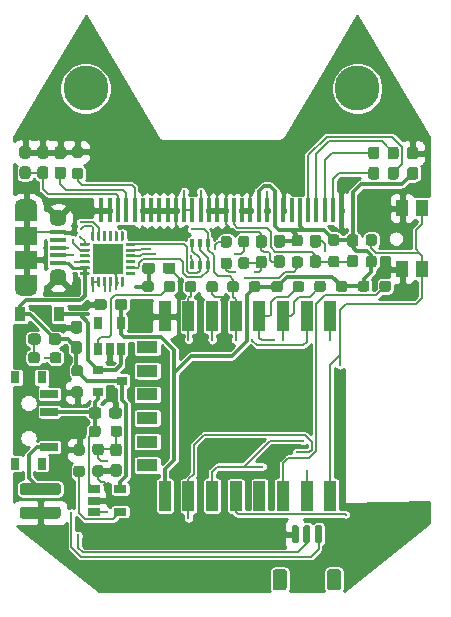
<source format=gbl>
G04 #@! TF.GenerationSoftware,KiCad,Pcbnew,5.1.10-88a1d61d58~90~ubuntu20.04.1*
G04 #@! TF.CreationDate,2021-12-07T21:06:44-07:00*
G04 #@! TF.ProjectId,v1.0-Beta-WiFi-Nugget,76312e30-2d42-4657-9461-2d576946692d,rev?*
G04 #@! TF.SameCoordinates,Original*
G04 #@! TF.FileFunction,Copper,L2,Bot*
G04 #@! TF.FilePolarity,Positive*
%FSLAX46Y46*%
G04 Gerber Fmt 4.6, Leading zero omitted, Abs format (unit mm)*
G04 Created by KiCad (PCBNEW 5.1.10-88a1d61d58~90~ubuntu20.04.1) date 2021-12-07 21:06:44*
%MOMM*%
%LPD*%
G01*
G04 APERTURE LIST*
G04 #@! TA.AperFunction,SMDPad,CuDef*
%ADD10R,0.400000X2.000000*%
G04 #@! TD*
G04 #@! TA.AperFunction,SMDPad,CuDef*
%ADD11R,2.600000X2.600000*%
G04 #@! TD*
G04 #@! TA.AperFunction,SMDPad,CuDef*
%ADD12R,1.000000X2.500000*%
G04 #@! TD*
G04 #@! TA.AperFunction,SMDPad,CuDef*
%ADD13R,1.800000X1.000000*%
G04 #@! TD*
G04 #@! TA.AperFunction,SMDPad,CuDef*
%ADD14R,0.400000X0.650000*%
G04 #@! TD*
G04 #@! TA.AperFunction,ComponentPad*
%ADD15C,3.800000*%
G04 #@! TD*
G04 #@! TA.AperFunction,SMDPad,CuDef*
%ADD16R,0.900000X1.200000*%
G04 #@! TD*
G04 #@! TA.AperFunction,SMDPad,CuDef*
%ADD17R,1.900000X1.200000*%
G04 #@! TD*
G04 #@! TA.AperFunction,ComponentPad*
%ADD18O,1.900000X1.200000*%
G04 #@! TD*
G04 #@! TA.AperFunction,SMDPad,CuDef*
%ADD19R,1.900000X1.500000*%
G04 #@! TD*
G04 #@! TA.AperFunction,ComponentPad*
%ADD20C,1.450000*%
G04 #@! TD*
G04 #@! TA.AperFunction,SMDPad,CuDef*
%ADD21R,1.350000X0.400000*%
G04 #@! TD*
G04 #@! TA.AperFunction,SMDPad,CuDef*
%ADD22R,0.900000X0.800000*%
G04 #@! TD*
G04 #@! TA.AperFunction,SMDPad,CuDef*
%ADD23R,1.000000X1.450000*%
G04 #@! TD*
G04 #@! TA.AperFunction,SMDPad,CuDef*
%ADD24R,1.500000X0.700000*%
G04 #@! TD*
G04 #@! TA.AperFunction,SMDPad,CuDef*
%ADD25R,0.800000X1.000000*%
G04 #@! TD*
G04 #@! TA.AperFunction,SMDPad,CuDef*
%ADD26R,1.060000X0.650000*%
G04 #@! TD*
G04 #@! TA.AperFunction,SMDPad,CuDef*
%ADD27R,0.650000X1.060000*%
G04 #@! TD*
G04 #@! TA.AperFunction,ViaPad*
%ADD28C,0.300000*%
G04 #@! TD*
G04 #@! TA.AperFunction,Conductor*
%ADD29C,0.200000*%
G04 #@! TD*
G04 #@! TA.AperFunction,Conductor*
%ADD30C,0.150000*%
G04 #@! TD*
G04 #@! TA.AperFunction,Conductor*
%ADD31C,0.300000*%
G04 #@! TD*
G04 #@! TA.AperFunction,Conductor*
%ADD32C,0.250000*%
G04 #@! TD*
G04 #@! TA.AperFunction,Conductor*
%ADD33C,0.254000*%
G04 #@! TD*
G04 APERTURE END LIST*
D10*
X10150000Y10160000D03*
X9450000Y10160000D03*
X8750000Y10160000D03*
X8050000Y10160000D03*
X7350000Y10160000D03*
X6650000Y10160000D03*
X5950000Y10160000D03*
X5250000Y10160000D03*
X4550000Y10160000D03*
X3850000Y10160000D03*
X3150000Y10160000D03*
X2450000Y10160000D03*
X1750000Y10160000D03*
X1050000Y10160000D03*
X350000Y10160000D03*
X-350000Y10160000D03*
X-1050000Y10160000D03*
X-1750000Y10160000D03*
X-2450000Y10160000D03*
X-3150000Y10160000D03*
X-3850000Y10160000D03*
X-4550000Y10160000D03*
X-5250000Y10160000D03*
X-5950000Y10160000D03*
X-6650000Y10160000D03*
X-7350000Y10160000D03*
X-8050000Y10160000D03*
X-8750000Y10160000D03*
X-9450000Y10160000D03*
X-10150000Y10160000D03*
G04 #@! TA.AperFunction,SMDPad,CuDef*
G36*
G01*
X5539000Y-20465499D02*
X5539000Y-21765501D01*
G75*
G02*
X5289001Y-22015500I-249999J0D01*
G01*
X4588999Y-22015500D01*
G75*
G02*
X4339000Y-21765501I0J249999D01*
G01*
X4339000Y-20465499D01*
G75*
G02*
X4588999Y-20215500I249999J0D01*
G01*
X5289001Y-20215500D01*
G75*
G02*
X5539000Y-20465499I0J-249999D01*
G01*
G37*
G04 #@! TD.AperFunction*
G04 #@! TA.AperFunction,SMDPad,CuDef*
G36*
G01*
X10139000Y-20465499D02*
X10139000Y-21765501D01*
G75*
G02*
X9889001Y-22015500I-249999J0D01*
G01*
X9188999Y-22015500D01*
G75*
G02*
X8939000Y-21765501I0J249999D01*
G01*
X8939000Y-20465499D01*
G75*
G02*
X9188999Y-20215500I249999J0D01*
G01*
X9889001Y-20215500D01*
G75*
G02*
X10139000Y-20465499I0J-249999D01*
G01*
G37*
G04 #@! TD.AperFunction*
G04 #@! TA.AperFunction,SMDPad,CuDef*
G36*
G01*
X6539000Y-16615500D02*
X6539000Y-17865500D01*
G75*
G02*
X6389000Y-18015500I-150000J0D01*
G01*
X6089000Y-18015500D01*
G75*
G02*
X5939000Y-17865500I0J150000D01*
G01*
X5939000Y-16615500D01*
G75*
G02*
X6089000Y-16465500I150000J0D01*
G01*
X6389000Y-16465500D01*
G75*
G02*
X6539000Y-16615500I0J-150000D01*
G01*
G37*
G04 #@! TD.AperFunction*
G04 #@! TA.AperFunction,SMDPad,CuDef*
G36*
G01*
X7539000Y-16615500D02*
X7539000Y-17865500D01*
G75*
G02*
X7389000Y-18015500I-150000J0D01*
G01*
X7089000Y-18015500D01*
G75*
G02*
X6939000Y-17865500I0J150000D01*
G01*
X6939000Y-16615500D01*
G75*
G02*
X7089000Y-16465500I150000J0D01*
G01*
X7389000Y-16465500D01*
G75*
G02*
X7539000Y-16615500I0J-150000D01*
G01*
G37*
G04 #@! TD.AperFunction*
G04 #@! TA.AperFunction,SMDPad,CuDef*
G36*
G01*
X8539000Y-16615500D02*
X8539000Y-17865500D01*
G75*
G02*
X8389000Y-18015500I-150000J0D01*
G01*
X8089000Y-18015500D01*
G75*
G02*
X7939000Y-17865500I0J150000D01*
G01*
X7939000Y-16615500D01*
G75*
G02*
X8089000Y-16465500I150000J0D01*
G01*
X8389000Y-16465500D01*
G75*
G02*
X8539000Y-16615500I0J-150000D01*
G01*
G37*
G04 #@! TD.AperFunction*
G04 #@! TA.AperFunction,SMDPad,CuDef*
G36*
G01*
X1654800Y8016700D02*
X2129800Y8016700D01*
G75*
G02*
X2367300Y7779200I0J-237500D01*
G01*
X2367300Y7279200D01*
G75*
G02*
X2129800Y7041700I-237500J0D01*
G01*
X1654800Y7041700D01*
G75*
G02*
X1417300Y7279200I0J237500D01*
G01*
X1417300Y7779200D01*
G75*
G02*
X1654800Y8016700I237500J0D01*
G01*
G37*
G04 #@! TD.AperFunction*
G04 #@! TA.AperFunction,SMDPad,CuDef*
G36*
G01*
X1654800Y6191700D02*
X2129800Y6191700D01*
G75*
G02*
X2367300Y5954200I0J-237500D01*
G01*
X2367300Y5454200D01*
G75*
G02*
X2129800Y5216700I-237500J0D01*
G01*
X1654800Y5216700D01*
G75*
G02*
X1417300Y5454200I0J237500D01*
G01*
X1417300Y5954200D01*
G75*
G02*
X1654800Y6191700I237500J0D01*
G01*
G37*
G04 #@! TD.AperFunction*
G04 #@! TA.AperFunction,SMDPad,CuDef*
G36*
G01*
X168900Y7991300D02*
X643900Y7991300D01*
G75*
G02*
X881400Y7753800I0J-237500D01*
G01*
X881400Y7253800D01*
G75*
G02*
X643900Y7016300I-237500J0D01*
G01*
X168900Y7016300D01*
G75*
G02*
X-68600Y7253800I0J237500D01*
G01*
X-68600Y7753800D01*
G75*
G02*
X168900Y7991300I237500J0D01*
G01*
G37*
G04 #@! TD.AperFunction*
G04 #@! TA.AperFunction,SMDPad,CuDef*
G36*
G01*
X168900Y6166300D02*
X643900Y6166300D01*
G75*
G02*
X881400Y5928800I0J-237500D01*
G01*
X881400Y5428800D01*
G75*
G02*
X643900Y5191300I-237500J0D01*
G01*
X168900Y5191300D01*
G75*
G02*
X-68600Y5428800I0J237500D01*
G01*
X-68600Y5928800D01*
G75*
G02*
X168900Y6166300I237500J0D01*
G01*
G37*
G04 #@! TD.AperFunction*
D11*
X-9639300Y6057900D03*
G04 #@! TA.AperFunction,SMDPad,CuDef*
G36*
G01*
X-7351800Y4682900D02*
X-8051800Y4682900D01*
G75*
G02*
X-8114300Y4745400I0J62500D01*
G01*
X-8114300Y4870400D01*
G75*
G02*
X-8051800Y4932900I62500J0D01*
G01*
X-7351800Y4932900D01*
G75*
G02*
X-7289300Y4870400I0J-62500D01*
G01*
X-7289300Y4745400D01*
G75*
G02*
X-7351800Y4682900I-62500J0D01*
G01*
G37*
G04 #@! TD.AperFunction*
G04 #@! TA.AperFunction,SMDPad,CuDef*
G36*
G01*
X-7351800Y5182900D02*
X-8051800Y5182900D01*
G75*
G02*
X-8114300Y5245400I0J62500D01*
G01*
X-8114300Y5370400D01*
G75*
G02*
X-8051800Y5432900I62500J0D01*
G01*
X-7351800Y5432900D01*
G75*
G02*
X-7289300Y5370400I0J-62500D01*
G01*
X-7289300Y5245400D01*
G75*
G02*
X-7351800Y5182900I-62500J0D01*
G01*
G37*
G04 #@! TD.AperFunction*
G04 #@! TA.AperFunction,SMDPad,CuDef*
G36*
G01*
X-7351800Y5682900D02*
X-8051800Y5682900D01*
G75*
G02*
X-8114300Y5745400I0J62500D01*
G01*
X-8114300Y5870400D01*
G75*
G02*
X-8051800Y5932900I62500J0D01*
G01*
X-7351800Y5932900D01*
G75*
G02*
X-7289300Y5870400I0J-62500D01*
G01*
X-7289300Y5745400D01*
G75*
G02*
X-7351800Y5682900I-62500J0D01*
G01*
G37*
G04 #@! TD.AperFunction*
G04 #@! TA.AperFunction,SMDPad,CuDef*
G36*
G01*
X-7351800Y6182900D02*
X-8051800Y6182900D01*
G75*
G02*
X-8114300Y6245400I0J62500D01*
G01*
X-8114300Y6370400D01*
G75*
G02*
X-8051800Y6432900I62500J0D01*
G01*
X-7351800Y6432900D01*
G75*
G02*
X-7289300Y6370400I0J-62500D01*
G01*
X-7289300Y6245400D01*
G75*
G02*
X-7351800Y6182900I-62500J0D01*
G01*
G37*
G04 #@! TD.AperFunction*
G04 #@! TA.AperFunction,SMDPad,CuDef*
G36*
G01*
X-7351800Y6682900D02*
X-8051800Y6682900D01*
G75*
G02*
X-8114300Y6745400I0J62500D01*
G01*
X-8114300Y6870400D01*
G75*
G02*
X-8051800Y6932900I62500J0D01*
G01*
X-7351800Y6932900D01*
G75*
G02*
X-7289300Y6870400I0J-62500D01*
G01*
X-7289300Y6745400D01*
G75*
G02*
X-7351800Y6682900I-62500J0D01*
G01*
G37*
G04 #@! TD.AperFunction*
G04 #@! TA.AperFunction,SMDPad,CuDef*
G36*
G01*
X-7351800Y7182900D02*
X-8051800Y7182900D01*
G75*
G02*
X-8114300Y7245400I0J62500D01*
G01*
X-8114300Y7370400D01*
G75*
G02*
X-8051800Y7432900I62500J0D01*
G01*
X-7351800Y7432900D01*
G75*
G02*
X-7289300Y7370400I0J-62500D01*
G01*
X-7289300Y7245400D01*
G75*
G02*
X-7351800Y7182900I-62500J0D01*
G01*
G37*
G04 #@! TD.AperFunction*
G04 #@! TA.AperFunction,SMDPad,CuDef*
G36*
G01*
X-8326800Y7582900D02*
X-8451800Y7582900D01*
G75*
G02*
X-8514300Y7645400I0J62500D01*
G01*
X-8514300Y8345400D01*
G75*
G02*
X-8451800Y8407900I62500J0D01*
G01*
X-8326800Y8407900D01*
G75*
G02*
X-8264300Y8345400I0J-62500D01*
G01*
X-8264300Y7645400D01*
G75*
G02*
X-8326800Y7582900I-62500J0D01*
G01*
G37*
G04 #@! TD.AperFunction*
G04 #@! TA.AperFunction,SMDPad,CuDef*
G36*
G01*
X-8826800Y7582900D02*
X-8951800Y7582900D01*
G75*
G02*
X-9014300Y7645400I0J62500D01*
G01*
X-9014300Y8345400D01*
G75*
G02*
X-8951800Y8407900I62500J0D01*
G01*
X-8826800Y8407900D01*
G75*
G02*
X-8764300Y8345400I0J-62500D01*
G01*
X-8764300Y7645400D01*
G75*
G02*
X-8826800Y7582900I-62500J0D01*
G01*
G37*
G04 #@! TD.AperFunction*
G04 #@! TA.AperFunction,SMDPad,CuDef*
G36*
G01*
X-9326800Y7582900D02*
X-9451800Y7582900D01*
G75*
G02*
X-9514300Y7645400I0J62500D01*
G01*
X-9514300Y8345400D01*
G75*
G02*
X-9451800Y8407900I62500J0D01*
G01*
X-9326800Y8407900D01*
G75*
G02*
X-9264300Y8345400I0J-62500D01*
G01*
X-9264300Y7645400D01*
G75*
G02*
X-9326800Y7582900I-62500J0D01*
G01*
G37*
G04 #@! TD.AperFunction*
G04 #@! TA.AperFunction,SMDPad,CuDef*
G36*
G01*
X-9826800Y7582900D02*
X-9951800Y7582900D01*
G75*
G02*
X-10014300Y7645400I0J62500D01*
G01*
X-10014300Y8345400D01*
G75*
G02*
X-9951800Y8407900I62500J0D01*
G01*
X-9826800Y8407900D01*
G75*
G02*
X-9764300Y8345400I0J-62500D01*
G01*
X-9764300Y7645400D01*
G75*
G02*
X-9826800Y7582900I-62500J0D01*
G01*
G37*
G04 #@! TD.AperFunction*
G04 #@! TA.AperFunction,SMDPad,CuDef*
G36*
G01*
X-10326800Y7582900D02*
X-10451800Y7582900D01*
G75*
G02*
X-10514300Y7645400I0J62500D01*
G01*
X-10514300Y8345400D01*
G75*
G02*
X-10451800Y8407900I62500J0D01*
G01*
X-10326800Y8407900D01*
G75*
G02*
X-10264300Y8345400I0J-62500D01*
G01*
X-10264300Y7645400D01*
G75*
G02*
X-10326800Y7582900I-62500J0D01*
G01*
G37*
G04 #@! TD.AperFunction*
G04 #@! TA.AperFunction,SMDPad,CuDef*
G36*
G01*
X-10826800Y7582900D02*
X-10951800Y7582900D01*
G75*
G02*
X-11014300Y7645400I0J62500D01*
G01*
X-11014300Y8345400D01*
G75*
G02*
X-10951800Y8407900I62500J0D01*
G01*
X-10826800Y8407900D01*
G75*
G02*
X-10764300Y8345400I0J-62500D01*
G01*
X-10764300Y7645400D01*
G75*
G02*
X-10826800Y7582900I-62500J0D01*
G01*
G37*
G04 #@! TD.AperFunction*
G04 #@! TA.AperFunction,SMDPad,CuDef*
G36*
G01*
X-11226800Y7182900D02*
X-11926800Y7182900D01*
G75*
G02*
X-11989300Y7245400I0J62500D01*
G01*
X-11989300Y7370400D01*
G75*
G02*
X-11926800Y7432900I62500J0D01*
G01*
X-11226800Y7432900D01*
G75*
G02*
X-11164300Y7370400I0J-62500D01*
G01*
X-11164300Y7245400D01*
G75*
G02*
X-11226800Y7182900I-62500J0D01*
G01*
G37*
G04 #@! TD.AperFunction*
G04 #@! TA.AperFunction,SMDPad,CuDef*
G36*
G01*
X-11226800Y6682900D02*
X-11926800Y6682900D01*
G75*
G02*
X-11989300Y6745400I0J62500D01*
G01*
X-11989300Y6870400D01*
G75*
G02*
X-11926800Y6932900I62500J0D01*
G01*
X-11226800Y6932900D01*
G75*
G02*
X-11164300Y6870400I0J-62500D01*
G01*
X-11164300Y6745400D01*
G75*
G02*
X-11226800Y6682900I-62500J0D01*
G01*
G37*
G04 #@! TD.AperFunction*
G04 #@! TA.AperFunction,SMDPad,CuDef*
G36*
G01*
X-11226800Y6182900D02*
X-11926800Y6182900D01*
G75*
G02*
X-11989300Y6245400I0J62500D01*
G01*
X-11989300Y6370400D01*
G75*
G02*
X-11926800Y6432900I62500J0D01*
G01*
X-11226800Y6432900D01*
G75*
G02*
X-11164300Y6370400I0J-62500D01*
G01*
X-11164300Y6245400D01*
G75*
G02*
X-11226800Y6182900I-62500J0D01*
G01*
G37*
G04 #@! TD.AperFunction*
G04 #@! TA.AperFunction,SMDPad,CuDef*
G36*
G01*
X-11226800Y5682900D02*
X-11926800Y5682900D01*
G75*
G02*
X-11989300Y5745400I0J62500D01*
G01*
X-11989300Y5870400D01*
G75*
G02*
X-11926800Y5932900I62500J0D01*
G01*
X-11226800Y5932900D01*
G75*
G02*
X-11164300Y5870400I0J-62500D01*
G01*
X-11164300Y5745400D01*
G75*
G02*
X-11226800Y5682900I-62500J0D01*
G01*
G37*
G04 #@! TD.AperFunction*
G04 #@! TA.AperFunction,SMDPad,CuDef*
G36*
G01*
X-11226800Y5182900D02*
X-11926800Y5182900D01*
G75*
G02*
X-11989300Y5245400I0J62500D01*
G01*
X-11989300Y5370400D01*
G75*
G02*
X-11926800Y5432900I62500J0D01*
G01*
X-11226800Y5432900D01*
G75*
G02*
X-11164300Y5370400I0J-62500D01*
G01*
X-11164300Y5245400D01*
G75*
G02*
X-11226800Y5182900I-62500J0D01*
G01*
G37*
G04 #@! TD.AperFunction*
G04 #@! TA.AperFunction,SMDPad,CuDef*
G36*
G01*
X-11226800Y4682900D02*
X-11926800Y4682900D01*
G75*
G02*
X-11989300Y4745400I0J62500D01*
G01*
X-11989300Y4870400D01*
G75*
G02*
X-11926800Y4932900I62500J0D01*
G01*
X-11226800Y4932900D01*
G75*
G02*
X-11164300Y4870400I0J-62500D01*
G01*
X-11164300Y4745400D01*
G75*
G02*
X-11226800Y4682900I-62500J0D01*
G01*
G37*
G04 #@! TD.AperFunction*
G04 #@! TA.AperFunction,SMDPad,CuDef*
G36*
G01*
X-10826800Y3707900D02*
X-10951800Y3707900D01*
G75*
G02*
X-11014300Y3770400I0J62500D01*
G01*
X-11014300Y4470400D01*
G75*
G02*
X-10951800Y4532900I62500J0D01*
G01*
X-10826800Y4532900D01*
G75*
G02*
X-10764300Y4470400I0J-62500D01*
G01*
X-10764300Y3770400D01*
G75*
G02*
X-10826800Y3707900I-62500J0D01*
G01*
G37*
G04 #@! TD.AperFunction*
G04 #@! TA.AperFunction,SMDPad,CuDef*
G36*
G01*
X-10326800Y3707900D02*
X-10451800Y3707900D01*
G75*
G02*
X-10514300Y3770400I0J62500D01*
G01*
X-10514300Y4470400D01*
G75*
G02*
X-10451800Y4532900I62500J0D01*
G01*
X-10326800Y4532900D01*
G75*
G02*
X-10264300Y4470400I0J-62500D01*
G01*
X-10264300Y3770400D01*
G75*
G02*
X-10326800Y3707900I-62500J0D01*
G01*
G37*
G04 #@! TD.AperFunction*
G04 #@! TA.AperFunction,SMDPad,CuDef*
G36*
G01*
X-9826800Y3707900D02*
X-9951800Y3707900D01*
G75*
G02*
X-10014300Y3770400I0J62500D01*
G01*
X-10014300Y4470400D01*
G75*
G02*
X-9951800Y4532900I62500J0D01*
G01*
X-9826800Y4532900D01*
G75*
G02*
X-9764300Y4470400I0J-62500D01*
G01*
X-9764300Y3770400D01*
G75*
G02*
X-9826800Y3707900I-62500J0D01*
G01*
G37*
G04 #@! TD.AperFunction*
G04 #@! TA.AperFunction,SMDPad,CuDef*
G36*
G01*
X-9326800Y3707900D02*
X-9451800Y3707900D01*
G75*
G02*
X-9514300Y3770400I0J62500D01*
G01*
X-9514300Y4470400D01*
G75*
G02*
X-9451800Y4532900I62500J0D01*
G01*
X-9326800Y4532900D01*
G75*
G02*
X-9264300Y4470400I0J-62500D01*
G01*
X-9264300Y3770400D01*
G75*
G02*
X-9326800Y3707900I-62500J0D01*
G01*
G37*
G04 #@! TD.AperFunction*
G04 #@! TA.AperFunction,SMDPad,CuDef*
G36*
G01*
X-8826800Y3707900D02*
X-8951800Y3707900D01*
G75*
G02*
X-9014300Y3770400I0J62500D01*
G01*
X-9014300Y4470400D01*
G75*
G02*
X-8951800Y4532900I62500J0D01*
G01*
X-8826800Y4532900D01*
G75*
G02*
X-8764300Y4470400I0J-62500D01*
G01*
X-8764300Y3770400D01*
G75*
G02*
X-8826800Y3707900I-62500J0D01*
G01*
G37*
G04 #@! TD.AperFunction*
G04 #@! TA.AperFunction,SMDPad,CuDef*
G36*
G01*
X-8326800Y3707900D02*
X-8451800Y3707900D01*
G75*
G02*
X-8514300Y3770400I0J62500D01*
G01*
X-8514300Y4470400D01*
G75*
G02*
X-8451800Y4532900I62500J0D01*
G01*
X-8326800Y4532900D01*
G75*
G02*
X-8264300Y4470400I0J-62500D01*
G01*
X-8264300Y3770400D01*
G75*
G02*
X-8326800Y3707900I-62500J0D01*
G01*
G37*
G04 #@! TD.AperFunction*
D12*
X9215000Y-14013500D03*
X7215000Y-14013500D03*
X5215000Y-14013500D03*
X3215000Y-14013500D03*
X1215000Y-14013500D03*
X-785000Y-14013500D03*
X-2785000Y-14013500D03*
X-4785000Y-14013500D03*
D13*
X-6285000Y-11413500D03*
X-6285000Y-9413500D03*
X-6285000Y-7413500D03*
X-6285000Y-5413500D03*
X-6285000Y-3413500D03*
X-6285000Y-1413500D03*
D12*
X-4785000Y1186500D03*
X-2785000Y1186500D03*
X-785000Y1186500D03*
X1215000Y1186500D03*
X3215000Y1186500D03*
X5215000Y1186500D03*
X7215000Y1186500D03*
X9215000Y1186500D03*
D14*
X-1153400Y5539700D03*
X-2453400Y5539700D03*
X-1803400Y7439700D03*
X-1803400Y5539700D03*
X-2453400Y7439700D03*
X-1153400Y7439700D03*
G04 #@! TA.AperFunction,SMDPad,CuDef*
G36*
G01*
X4677400Y6367900D02*
X5152400Y6367900D01*
G75*
G02*
X5389900Y6130400I0J-237500D01*
G01*
X5389900Y5530400D01*
G75*
G02*
X5152400Y5292900I-237500J0D01*
G01*
X4677400Y5292900D01*
G75*
G02*
X4439900Y5530400I0J237500D01*
G01*
X4439900Y6130400D01*
G75*
G02*
X4677400Y6367900I237500J0D01*
G01*
G37*
G04 #@! TD.AperFunction*
G04 #@! TA.AperFunction,SMDPad,CuDef*
G36*
G01*
X4677400Y8092900D02*
X5152400Y8092900D01*
G75*
G02*
X5389900Y7855400I0J-237500D01*
G01*
X5389900Y7255400D01*
G75*
G02*
X5152400Y7017900I-237500J0D01*
G01*
X4677400Y7017900D01*
G75*
G02*
X4439900Y7255400I0J237500D01*
G01*
X4439900Y7855400D01*
G75*
G02*
X4677400Y8092900I237500J0D01*
G01*
G37*
G04 #@! TD.AperFunction*
G04 #@! TA.AperFunction,SMDPad,CuDef*
G36*
G01*
X12924800Y7170600D02*
X12449800Y7170600D01*
G75*
G02*
X12212300Y7408100I0J237500D01*
G01*
X12212300Y7908100D01*
G75*
G02*
X12449800Y8145600I237500J0D01*
G01*
X12924800Y8145600D01*
G75*
G02*
X13162300Y7908100I0J-237500D01*
G01*
X13162300Y7408100D01*
G75*
G02*
X12924800Y7170600I-237500J0D01*
G01*
G37*
G04 #@! TD.AperFunction*
G04 #@! TA.AperFunction,SMDPad,CuDef*
G36*
G01*
X12924800Y5345600D02*
X12449800Y5345600D01*
G75*
G02*
X12212300Y5583100I0J237500D01*
G01*
X12212300Y6083100D01*
G75*
G02*
X12449800Y6320600I237500J0D01*
G01*
X12924800Y6320600D01*
G75*
G02*
X13162300Y6083100I0J-237500D01*
G01*
X13162300Y5583100D01*
G75*
G02*
X12924800Y5345600I-237500J0D01*
G01*
G37*
G04 #@! TD.AperFunction*
G04 #@! TA.AperFunction,SMDPad,CuDef*
G36*
G01*
X-11941800Y14623600D02*
X-12416800Y14623600D01*
G75*
G02*
X-12654300Y14861100I0J237500D01*
G01*
X-12654300Y15361100D01*
G75*
G02*
X-12416800Y15598600I237500J0D01*
G01*
X-11941800Y15598600D01*
G75*
G02*
X-11704300Y15361100I0J-237500D01*
G01*
X-11704300Y14861100D01*
G75*
G02*
X-11941800Y14623600I-237500J0D01*
G01*
G37*
G04 #@! TD.AperFunction*
G04 #@! TA.AperFunction,SMDPad,CuDef*
G36*
G01*
X-11941800Y12798600D02*
X-12416800Y12798600D01*
G75*
G02*
X-12654300Y13036100I0J237500D01*
G01*
X-12654300Y13536100D01*
G75*
G02*
X-12416800Y13773600I237500J0D01*
G01*
X-11941800Y13773600D01*
G75*
G02*
X-11704300Y13536100I0J-237500D01*
G01*
X-11704300Y13036100D01*
G75*
G02*
X-11941800Y12798600I-237500J0D01*
G01*
G37*
G04 #@! TD.AperFunction*
G04 #@! TA.AperFunction,SMDPad,CuDef*
G36*
G01*
X-15350500Y15624000D02*
X-14875500Y15624000D01*
G75*
G02*
X-14638000Y15386500I0J-237500D01*
G01*
X-14638000Y14786500D01*
G75*
G02*
X-14875500Y14549000I-237500J0D01*
G01*
X-15350500Y14549000D01*
G75*
G02*
X-15588000Y14786500I0J237500D01*
G01*
X-15588000Y15386500D01*
G75*
G02*
X-15350500Y15624000I237500J0D01*
G01*
G37*
G04 #@! TD.AperFunction*
G04 #@! TA.AperFunction,SMDPad,CuDef*
G36*
G01*
X-15350500Y13899000D02*
X-14875500Y13899000D01*
G75*
G02*
X-14638000Y13661500I0J-237500D01*
G01*
X-14638000Y13061500D01*
G75*
G02*
X-14875500Y12824000I-237500J0D01*
G01*
X-15350500Y12824000D01*
G75*
G02*
X-15588000Y13061500I0J237500D01*
G01*
X-15588000Y13661500D01*
G75*
G02*
X-15350500Y13899000I237500J0D01*
G01*
G37*
G04 #@! TD.AperFunction*
G04 #@! TA.AperFunction,SMDPad,CuDef*
G36*
G01*
X-5720900Y3958600D02*
X-5720900Y3483600D01*
G75*
G02*
X-5958400Y3246100I-237500J0D01*
G01*
X-6458400Y3246100D01*
G75*
G02*
X-6695900Y3483600I0J237500D01*
G01*
X-6695900Y3958600D01*
G75*
G02*
X-6458400Y4196100I237500J0D01*
G01*
X-5958400Y4196100D01*
G75*
G02*
X-5720900Y3958600I0J-237500D01*
G01*
G37*
G04 #@! TD.AperFunction*
G04 #@! TA.AperFunction,SMDPad,CuDef*
G36*
G01*
X-3895900Y3958600D02*
X-3895900Y3483600D01*
G75*
G02*
X-4133400Y3246100I-237500J0D01*
G01*
X-4633400Y3246100D01*
G75*
G02*
X-4870900Y3483600I0J237500D01*
G01*
X-4870900Y3958600D01*
G75*
G02*
X-4633400Y4196100I237500J0D01*
G01*
X-4133400Y4196100D01*
G75*
G02*
X-3895900Y3958600I0J-237500D01*
G01*
G37*
G04 #@! TD.AperFunction*
G04 #@! TA.AperFunction,SMDPad,CuDef*
G36*
G01*
X-6695900Y5033000D02*
X-6695900Y5508000D01*
G75*
G02*
X-6458400Y5745500I237500J0D01*
G01*
X-5858400Y5745500D01*
G75*
G02*
X-5620900Y5508000I0J-237500D01*
G01*
X-5620900Y5033000D01*
G75*
G02*
X-5858400Y4795500I-237500J0D01*
G01*
X-6458400Y4795500D01*
G75*
G02*
X-6695900Y5033000I0J237500D01*
G01*
G37*
G04 #@! TD.AperFunction*
G04 #@! TA.AperFunction,SMDPad,CuDef*
G36*
G01*
X-4970900Y5033000D02*
X-4970900Y5508000D01*
G75*
G02*
X-4733400Y5745500I237500J0D01*
G01*
X-4133400Y5745500D01*
G75*
G02*
X-3895900Y5508000I0J-237500D01*
G01*
X-3895900Y5033000D01*
G75*
G02*
X-4133400Y4795500I-237500J0D01*
G01*
X-4733400Y4795500D01*
G75*
G02*
X-4970900Y5033000I0J237500D01*
G01*
G37*
G04 #@! TD.AperFunction*
G04 #@! TA.AperFunction,SMDPad,CuDef*
G36*
G01*
X-12030700Y-259200D02*
X-12505700Y-259200D01*
G75*
G02*
X-12743200Y-21700I0J237500D01*
G01*
X-12743200Y578300D01*
G75*
G02*
X-12505700Y815800I237500J0D01*
G01*
X-12030700Y815800D01*
G75*
G02*
X-11793200Y578300I0J-237500D01*
G01*
X-11793200Y-21700D01*
G75*
G02*
X-12030700Y-259200I-237500J0D01*
G01*
G37*
G04 #@! TD.AperFunction*
G04 #@! TA.AperFunction,SMDPad,CuDef*
G36*
G01*
X-12030700Y-1984200D02*
X-12505700Y-1984200D01*
G75*
G02*
X-12743200Y-1746700I0J237500D01*
G01*
X-12743200Y-1146700D01*
G75*
G02*
X-12505700Y-909200I237500J0D01*
G01*
X-12030700Y-909200D01*
G75*
G02*
X-11793200Y-1146700I0J-237500D01*
G01*
X-11793200Y-1746700D01*
G75*
G02*
X-12030700Y-1984200I-237500J0D01*
G01*
G37*
G04 #@! TD.AperFunction*
G04 #@! TA.AperFunction,SMDPad,CuDef*
G36*
G01*
X-11229800Y-7222500D02*
X-11229800Y-6747500D01*
G75*
G02*
X-10992300Y-6510000I237500J0D01*
G01*
X-10392300Y-6510000D01*
G75*
G02*
X-10154800Y-6747500I0J-237500D01*
G01*
X-10154800Y-7222500D01*
G75*
G02*
X-10392300Y-7460000I-237500J0D01*
G01*
X-10992300Y-7460000D01*
G75*
G02*
X-11229800Y-7222500I0J237500D01*
G01*
G37*
G04 #@! TD.AperFunction*
G04 #@! TA.AperFunction,SMDPad,CuDef*
G36*
G01*
X-9504800Y-7222500D02*
X-9504800Y-6747500D01*
G75*
G02*
X-9267300Y-6510000I237500J0D01*
G01*
X-8667300Y-6510000D01*
G75*
G02*
X-8429800Y-6747500I0J-237500D01*
G01*
X-8429800Y-7222500D01*
G75*
G02*
X-8667300Y-7460000I-237500J0D01*
G01*
X-9267300Y-7460000D01*
G75*
G02*
X-9504800Y-7222500I0J237500D01*
G01*
G37*
G04 #@! TD.AperFunction*
G04 #@! TA.AperFunction,SMDPad,CuDef*
G36*
G01*
X10875000Y8143700D02*
X11350000Y8143700D01*
G75*
G02*
X11587500Y7906200I0J-237500D01*
G01*
X11587500Y7331200D01*
G75*
G02*
X11350000Y7093700I-237500J0D01*
G01*
X10875000Y7093700D01*
G75*
G02*
X10637500Y7331200I0J237500D01*
G01*
X10637500Y7906200D01*
G75*
G02*
X10875000Y8143700I237500J0D01*
G01*
G37*
G04 #@! TD.AperFunction*
G04 #@! TA.AperFunction,SMDPad,CuDef*
G36*
G01*
X10875000Y6393700D02*
X11350000Y6393700D01*
G75*
G02*
X11587500Y6156200I0J-237500D01*
G01*
X11587500Y5581200D01*
G75*
G02*
X11350000Y5343700I-237500J0D01*
G01*
X10875000Y5343700D01*
G75*
G02*
X10637500Y5581200I0J237500D01*
G01*
X10637500Y6156200D01*
G75*
G02*
X10875000Y6393700I237500J0D01*
G01*
G37*
G04 #@! TD.AperFunction*
G04 #@! TA.AperFunction,SMDPad,CuDef*
G36*
G01*
X-16841600Y-14927200D02*
X-13841600Y-14927200D01*
G75*
G02*
X-13591600Y-15177200I0J-250000D01*
G01*
X-13591600Y-15677200D01*
G75*
G02*
X-13841600Y-15927200I-250000J0D01*
G01*
X-16841600Y-15927200D01*
G75*
G02*
X-17091600Y-15677200I0J250000D01*
G01*
X-17091600Y-15177200D01*
G75*
G02*
X-16841600Y-14927200I250000J0D01*
G01*
G37*
G04 #@! TD.AperFunction*
G04 #@! TA.AperFunction,SMDPad,CuDef*
G36*
G01*
X-16841600Y-12927200D02*
X-13841600Y-12927200D01*
G75*
G02*
X-13591600Y-13177200I0J-250000D01*
G01*
X-13591600Y-13677200D01*
G75*
G02*
X-13841600Y-13927200I-250000J0D01*
G01*
X-16841600Y-13927200D01*
G75*
G02*
X-17091600Y-13677200I0J250000D01*
G01*
X-17091600Y-13177200D01*
G75*
G02*
X-16841600Y-12927200I250000J0D01*
G01*
G37*
G04 #@! TD.AperFunction*
D15*
X-11500000Y20500000D03*
X11500000Y20500000D03*
G04 #@! TA.AperFunction,SMDPad,CuDef*
G36*
G01*
X-8404400Y-8296900D02*
X-8404400Y-8771900D01*
G75*
G02*
X-8641900Y-9009400I-237500J0D01*
G01*
X-9141900Y-9009400D01*
G75*
G02*
X-9379400Y-8771900I0J237500D01*
G01*
X-9379400Y-8296900D01*
G75*
G02*
X-9141900Y-8059400I237500J0D01*
G01*
X-8641900Y-8059400D01*
G75*
G02*
X-8404400Y-8296900I0J-237500D01*
G01*
G37*
G04 #@! TD.AperFunction*
G04 #@! TA.AperFunction,SMDPad,CuDef*
G36*
G01*
X-10229400Y-8296900D02*
X-10229400Y-8771900D01*
G75*
G02*
X-10466900Y-9009400I-237500J0D01*
G01*
X-10966900Y-9009400D01*
G75*
G02*
X-11204400Y-8771900I0J237500D01*
G01*
X-11204400Y-8296900D01*
G75*
G02*
X-10966900Y-8059400I237500J0D01*
G01*
X-10466900Y-8059400D01*
G75*
G02*
X-10229400Y-8296900I0J-237500D01*
G01*
G37*
G04 #@! TD.AperFunction*
G04 #@! TA.AperFunction,SMDPad,CuDef*
G36*
G01*
X11554000Y3509000D02*
X11554000Y3984000D01*
G75*
G02*
X11791500Y4221500I237500J0D01*
G01*
X12291500Y4221500D01*
G75*
G02*
X12529000Y3984000I0J-237500D01*
G01*
X12529000Y3509000D01*
G75*
G02*
X12291500Y3271500I-237500J0D01*
G01*
X11791500Y3271500D01*
G75*
G02*
X11554000Y3509000I0J237500D01*
G01*
G37*
G04 #@! TD.AperFunction*
G04 #@! TA.AperFunction,SMDPad,CuDef*
G36*
G01*
X13379000Y3509000D02*
X13379000Y3984000D01*
G75*
G02*
X13616500Y4221500I237500J0D01*
G01*
X14116500Y4221500D01*
G75*
G02*
X14354000Y3984000I0J-237500D01*
G01*
X14354000Y3509000D01*
G75*
G02*
X14116500Y3271500I-237500J0D01*
G01*
X13616500Y3271500D01*
G75*
G02*
X13379000Y3509000I0J237500D01*
G01*
G37*
G04 #@! TD.AperFunction*
G04 #@! TA.AperFunction,SMDPad,CuDef*
G36*
G01*
X-10201900Y-10560500D02*
X-10676900Y-10560500D01*
G75*
G02*
X-10914400Y-10323000I0J237500D01*
G01*
X-10914400Y-9823000D01*
G75*
G02*
X-10676900Y-9585500I237500J0D01*
G01*
X-10201900Y-9585500D01*
G75*
G02*
X-9964400Y-9823000I0J-237500D01*
G01*
X-9964400Y-10323000D01*
G75*
G02*
X-10201900Y-10560500I-237500J0D01*
G01*
G37*
G04 #@! TD.AperFunction*
G04 #@! TA.AperFunction,SMDPad,CuDef*
G36*
G01*
X-10201900Y-12385500D02*
X-10676900Y-12385500D01*
G75*
G02*
X-10914400Y-12148000I0J237500D01*
G01*
X-10914400Y-11648000D01*
G75*
G02*
X-10676900Y-11410500I237500J0D01*
G01*
X-10201900Y-11410500D01*
G75*
G02*
X-9964400Y-11648000I0J-237500D01*
G01*
X-9964400Y-12148000D01*
G75*
G02*
X-10201900Y-12385500I-237500J0D01*
G01*
G37*
G04 #@! TD.AperFunction*
G04 #@! TA.AperFunction,SMDPad,CuDef*
G36*
G01*
X14304000Y13835500D02*
X14779000Y13835500D01*
G75*
G02*
X15016500Y13598000I0J-237500D01*
G01*
X15016500Y12998000D01*
G75*
G02*
X14779000Y12760500I-237500J0D01*
G01*
X14304000Y12760500D01*
G75*
G02*
X14066500Y12998000I0J237500D01*
G01*
X14066500Y13598000D01*
G75*
G02*
X14304000Y13835500I237500J0D01*
G01*
G37*
G04 #@! TD.AperFunction*
G04 #@! TA.AperFunction,SMDPad,CuDef*
G36*
G01*
X14304000Y15560500D02*
X14779000Y15560500D01*
G75*
G02*
X15016500Y15323000I0J-237500D01*
G01*
X15016500Y14723000D01*
G75*
G02*
X14779000Y14485500I-237500J0D01*
G01*
X14304000Y14485500D01*
G75*
G02*
X14066500Y14723000I0J237500D01*
G01*
X14066500Y15323000D01*
G75*
G02*
X14304000Y15560500I237500J0D01*
G01*
G37*
G04 #@! TD.AperFunction*
G04 #@! TA.AperFunction,SMDPad,CuDef*
G36*
G01*
X13140700Y12773200D02*
X12665700Y12773200D01*
G75*
G02*
X12428200Y13010700I0J237500D01*
G01*
X12428200Y13610700D01*
G75*
G02*
X12665700Y13848200I237500J0D01*
G01*
X13140700Y13848200D01*
G75*
G02*
X13378200Y13610700I0J-237500D01*
G01*
X13378200Y13010700D01*
G75*
G02*
X13140700Y12773200I-237500J0D01*
G01*
G37*
G04 #@! TD.AperFunction*
G04 #@! TA.AperFunction,SMDPad,CuDef*
G36*
G01*
X13140700Y14498200D02*
X12665700Y14498200D01*
G75*
G02*
X12428200Y14735700I0J237500D01*
G01*
X12428200Y15335700D01*
G75*
G02*
X12665700Y15573200I237500J0D01*
G01*
X13140700Y15573200D01*
G75*
G02*
X13378200Y15335700I0J-237500D01*
G01*
X13378200Y14735700D01*
G75*
G02*
X13140700Y14498200I-237500J0D01*
G01*
G37*
G04 #@! TD.AperFunction*
G04 #@! TA.AperFunction,SMDPad,CuDef*
G36*
G01*
X8200400Y5292900D02*
X7725400Y5292900D01*
G75*
G02*
X7487900Y5530400I0J237500D01*
G01*
X7487900Y6130400D01*
G75*
G02*
X7725400Y6367900I237500J0D01*
G01*
X8200400Y6367900D01*
G75*
G02*
X8437900Y6130400I0J-237500D01*
G01*
X8437900Y5530400D01*
G75*
G02*
X8200400Y5292900I-237500J0D01*
G01*
G37*
G04 #@! TD.AperFunction*
G04 #@! TA.AperFunction,SMDPad,CuDef*
G36*
G01*
X8200400Y7017900D02*
X7725400Y7017900D01*
G75*
G02*
X7487900Y7255400I0J237500D01*
G01*
X7487900Y7855400D01*
G75*
G02*
X7725400Y8092900I237500J0D01*
G01*
X8200400Y8092900D01*
G75*
G02*
X8437900Y7855400I0J-237500D01*
G01*
X8437900Y7255400D01*
G75*
G02*
X8200400Y7017900I-237500J0D01*
G01*
G37*
G04 #@! TD.AperFunction*
G04 #@! TA.AperFunction,SMDPad,CuDef*
G36*
G01*
X-13402300Y12798600D02*
X-13877300Y12798600D01*
G75*
G02*
X-14114800Y13036100I0J237500D01*
G01*
X-14114800Y13636100D01*
G75*
G02*
X-13877300Y13873600I237500J0D01*
G01*
X-13402300Y13873600D01*
G75*
G02*
X-13164800Y13636100I0J-237500D01*
G01*
X-13164800Y13036100D01*
G75*
G02*
X-13402300Y12798600I-237500J0D01*
G01*
G37*
G04 #@! TD.AperFunction*
G04 #@! TA.AperFunction,SMDPad,CuDef*
G36*
G01*
X-13402300Y14523600D02*
X-13877300Y14523600D01*
G75*
G02*
X-14114800Y14761100I0J237500D01*
G01*
X-14114800Y15361100D01*
G75*
G02*
X-13877300Y15598600I237500J0D01*
G01*
X-13402300Y15598600D01*
G75*
G02*
X-13164800Y15361100I0J-237500D01*
G01*
X-13164800Y14761100D01*
G75*
G02*
X-13402300Y14523600I-237500J0D01*
G01*
G37*
G04 #@! TD.AperFunction*
G04 #@! TA.AperFunction,SMDPad,CuDef*
G36*
G01*
X16430000Y14485500D02*
X15955000Y14485500D01*
G75*
G02*
X15717500Y14723000I0J237500D01*
G01*
X15717500Y15323000D01*
G75*
G02*
X15955000Y15560500I237500J0D01*
G01*
X16430000Y15560500D01*
G75*
G02*
X16667500Y15323000I0J-237500D01*
G01*
X16667500Y14723000D01*
G75*
G02*
X16430000Y14485500I-237500J0D01*
G01*
G37*
G04 #@! TD.AperFunction*
G04 #@! TA.AperFunction,SMDPad,CuDef*
G36*
G01*
X16430000Y12760500D02*
X15955000Y12760500D01*
G75*
G02*
X15717500Y12998000I0J237500D01*
G01*
X15717500Y13598000D01*
G75*
G02*
X15955000Y13835500I237500J0D01*
G01*
X16430000Y13835500D01*
G75*
G02*
X16667500Y13598000I0J-237500D01*
G01*
X16667500Y12998000D01*
G75*
G02*
X16430000Y12760500I-237500J0D01*
G01*
G37*
G04 #@! TD.AperFunction*
G04 #@! TA.AperFunction,SMDPad,CuDef*
G36*
G01*
X3140700Y8054800D02*
X3615700Y8054800D01*
G75*
G02*
X3853200Y7817300I0J-237500D01*
G01*
X3853200Y7217300D01*
G75*
G02*
X3615700Y6979800I-237500J0D01*
G01*
X3140700Y6979800D01*
G75*
G02*
X2903200Y7217300I0J237500D01*
G01*
X2903200Y7817300D01*
G75*
G02*
X3140700Y8054800I237500J0D01*
G01*
G37*
G04 #@! TD.AperFunction*
G04 #@! TA.AperFunction,SMDPad,CuDef*
G36*
G01*
X3140700Y6329800D02*
X3615700Y6329800D01*
G75*
G02*
X3853200Y6092300I0J-237500D01*
G01*
X3853200Y5492300D01*
G75*
G02*
X3615700Y5254800I-237500J0D01*
G01*
X3140700Y5254800D01*
G75*
G02*
X2903200Y5492300I0J237500D01*
G01*
X2903200Y6092300D01*
G75*
G02*
X3140700Y6329800I237500J0D01*
G01*
G37*
G04 #@! TD.AperFunction*
D16*
X-13717000Y1371600D03*
X-17017000Y1371600D03*
D17*
X-16541000Y4100000D03*
X-16541000Y9900000D03*
D18*
X-16541000Y10500000D03*
X-16541000Y3500000D03*
D19*
X-16541000Y6000000D03*
D20*
X-13841000Y9500000D03*
D21*
X-13841000Y7000000D03*
X-13841000Y7650000D03*
X-13841000Y8300000D03*
X-13841000Y5700000D03*
X-13841000Y6350000D03*
D20*
X-13841000Y4500000D03*
D19*
X-16541000Y8000000D03*
D22*
X-10423400Y-5217200D03*
X-10423400Y-3317200D03*
X-8423400Y-4267200D03*
G04 #@! TA.AperFunction,SMDPad,CuDef*
G36*
G01*
X1480000Y3945900D02*
X1480000Y3470900D01*
G75*
G02*
X1242500Y3233400I-237500J0D01*
G01*
X742500Y3233400D01*
G75*
G02*
X505000Y3470900I0J237500D01*
G01*
X505000Y3945900D01*
G75*
G02*
X742500Y4183400I237500J0D01*
G01*
X1242500Y4183400D01*
G75*
G02*
X1480000Y3945900I0J-237500D01*
G01*
G37*
G04 #@! TD.AperFunction*
G04 #@! TA.AperFunction,SMDPad,CuDef*
G36*
G01*
X3305000Y3945900D02*
X3305000Y3470900D01*
G75*
G02*
X3067500Y3233400I-237500J0D01*
G01*
X2567500Y3233400D01*
G75*
G02*
X2330000Y3470900I0J237500D01*
G01*
X2330000Y3945900D01*
G75*
G02*
X2567500Y4183400I237500J0D01*
G01*
X3067500Y4183400D01*
G75*
G02*
X3305000Y3945900I0J-237500D01*
G01*
G37*
G04 #@! TD.AperFunction*
G04 #@! TA.AperFunction,SMDPad,CuDef*
G36*
G01*
X6188700Y6267900D02*
X6663700Y6267900D01*
G75*
G02*
X6901200Y6030400I0J-237500D01*
G01*
X6901200Y5530400D01*
G75*
G02*
X6663700Y5292900I-237500J0D01*
G01*
X6188700Y5292900D01*
G75*
G02*
X5951200Y5530400I0J237500D01*
G01*
X5951200Y6030400D01*
G75*
G02*
X6188700Y6267900I237500J0D01*
G01*
G37*
G04 #@! TD.AperFunction*
G04 #@! TA.AperFunction,SMDPad,CuDef*
G36*
G01*
X6188700Y8092900D02*
X6663700Y8092900D01*
G75*
G02*
X6901200Y7855400I0J-237500D01*
G01*
X6901200Y7355400D01*
G75*
G02*
X6663700Y7117900I-237500J0D01*
G01*
X6188700Y7117900D01*
G75*
G02*
X5951200Y7355400I0J237500D01*
G01*
X5951200Y7855400D01*
G75*
G02*
X6188700Y8092900I237500J0D01*
G01*
G37*
G04 #@! TD.AperFunction*
G04 #@! TA.AperFunction,SMDPad,CuDef*
G36*
G01*
X-3089100Y3470900D02*
X-3089100Y3945900D01*
G75*
G02*
X-2851600Y4183400I237500J0D01*
G01*
X-2351600Y4183400D01*
G75*
G02*
X-2114100Y3945900I0J-237500D01*
G01*
X-2114100Y3470900D01*
G75*
G02*
X-2351600Y3233400I-237500J0D01*
G01*
X-2851600Y3233400D01*
G75*
G02*
X-3089100Y3470900I0J237500D01*
G01*
G37*
G04 #@! TD.AperFunction*
G04 #@! TA.AperFunction,SMDPad,CuDef*
G36*
G01*
X-1264100Y3470900D02*
X-1264100Y3945900D01*
G75*
G02*
X-1026600Y4183400I237500J0D01*
G01*
X-526600Y4183400D01*
G75*
G02*
X-289100Y3945900I0J-237500D01*
G01*
X-289100Y3470900D01*
G75*
G02*
X-526600Y3233400I-237500J0D01*
G01*
X-1026600Y3233400D01*
G75*
G02*
X-1264100Y3470900I0J237500D01*
G01*
G37*
G04 #@! TD.AperFunction*
G04 #@! TA.AperFunction,SMDPad,CuDef*
G36*
G01*
X9762500Y5345600D02*
X9287500Y5345600D01*
G75*
G02*
X9050000Y5583100I0J237500D01*
G01*
X9050000Y6083100D01*
G75*
G02*
X9287500Y6320600I237500J0D01*
G01*
X9762500Y6320600D01*
G75*
G02*
X10000000Y6083100I0J-237500D01*
G01*
X10000000Y5583100D01*
G75*
G02*
X9762500Y5345600I-237500J0D01*
G01*
G37*
G04 #@! TD.AperFunction*
G04 #@! TA.AperFunction,SMDPad,CuDef*
G36*
G01*
X9762500Y7170600D02*
X9287500Y7170600D01*
G75*
G02*
X9050000Y7408100I0J237500D01*
G01*
X9050000Y7908100D01*
G75*
G02*
X9287500Y8145600I237500J0D01*
G01*
X9762500Y8145600D01*
G75*
G02*
X10000000Y7908100I0J-237500D01*
G01*
X10000000Y7408100D01*
G75*
G02*
X9762500Y7170600I-237500J0D01*
G01*
G37*
G04 #@! TD.AperFunction*
G04 #@! TA.AperFunction,SMDPad,CuDef*
G36*
G01*
X-12454900Y-2918000D02*
X-11979900Y-2918000D01*
G75*
G02*
X-11742400Y-3155500I0J-237500D01*
G01*
X-11742400Y-3655500D01*
G75*
G02*
X-11979900Y-3893000I-237500J0D01*
G01*
X-12454900Y-3893000D01*
G75*
G02*
X-12692400Y-3655500I0J237500D01*
G01*
X-12692400Y-3155500D01*
G75*
G02*
X-12454900Y-2918000I237500J0D01*
G01*
G37*
G04 #@! TD.AperFunction*
G04 #@! TA.AperFunction,SMDPad,CuDef*
G36*
G01*
X-12454900Y-4743000D02*
X-11979900Y-4743000D01*
G75*
G02*
X-11742400Y-4980500I0J-237500D01*
G01*
X-11742400Y-5480500D01*
G75*
G02*
X-11979900Y-5718000I-237500J0D01*
G01*
X-12454900Y-5718000D01*
G75*
G02*
X-12692400Y-5480500I0J237500D01*
G01*
X-12692400Y-4980500D01*
G75*
G02*
X-12454900Y-4743000I237500J0D01*
G01*
G37*
G04 #@! TD.AperFunction*
G04 #@! TA.AperFunction,SMDPad,CuDef*
G36*
G01*
X-16347900Y-2548900D02*
X-16347900Y-2073900D01*
G75*
G02*
X-16110400Y-1836400I237500J0D01*
G01*
X-15610400Y-1836400D01*
G75*
G02*
X-15372900Y-2073900I0J-237500D01*
G01*
X-15372900Y-2548900D01*
G75*
G02*
X-15610400Y-2786400I-237500J0D01*
G01*
X-16110400Y-2786400D01*
G75*
G02*
X-16347900Y-2548900I0J237500D01*
G01*
G37*
G04 #@! TD.AperFunction*
G04 #@! TA.AperFunction,SMDPad,CuDef*
G36*
G01*
X-14522900Y-2548900D02*
X-14522900Y-2073900D01*
G75*
G02*
X-14285400Y-1836400I237500J0D01*
G01*
X-13785400Y-1836400D01*
G75*
G02*
X-13547900Y-2073900I0J-237500D01*
G01*
X-13547900Y-2548900D01*
G75*
G02*
X-13785400Y-2786400I-237500J0D01*
G01*
X-14285400Y-2786400D01*
G75*
G02*
X-14522900Y-2548900I0J237500D01*
G01*
G37*
G04 #@! TD.AperFunction*
G04 #@! TA.AperFunction,SMDPad,CuDef*
G36*
G01*
X-11814800Y-10598600D02*
X-12289800Y-10598600D01*
G75*
G02*
X-12527300Y-10361100I0J237500D01*
G01*
X-12527300Y-9861100D01*
G75*
G02*
X-12289800Y-9623600I237500J0D01*
G01*
X-11814800Y-9623600D01*
G75*
G02*
X-11577300Y-9861100I0J-237500D01*
G01*
X-11577300Y-10361100D01*
G75*
G02*
X-11814800Y-10598600I-237500J0D01*
G01*
G37*
G04 #@! TD.AperFunction*
G04 #@! TA.AperFunction,SMDPad,CuDef*
G36*
G01*
X-11814800Y-12423600D02*
X-12289800Y-12423600D01*
G75*
G02*
X-12527300Y-12186100I0J237500D01*
G01*
X-12527300Y-11686100D01*
G75*
G02*
X-12289800Y-11448600I237500J0D01*
G01*
X-11814800Y-11448600D01*
G75*
G02*
X-11577300Y-11686100I0J-237500D01*
G01*
X-11577300Y-12186100D01*
G75*
G02*
X-11814800Y-12423600I-237500J0D01*
G01*
G37*
G04 #@! TD.AperFunction*
D23*
X15304400Y10347400D03*
X15304400Y5197400D03*
X17004400Y5197400D03*
X17004400Y10347400D03*
D24*
X-14572000Y-9870000D03*
X-14572000Y-6870000D03*
X-14572000Y-5370000D03*
D25*
X-17432000Y-11270000D03*
X-17432000Y-3970000D03*
X-15222000Y-3970000D03*
X-15222000Y-11270000D03*
D26*
X-8552000Y-15351800D03*
X-8552000Y-13451800D03*
X-10752000Y-13451800D03*
X-10752000Y-14401800D03*
X-10752000Y-15351800D03*
D27*
X-8511500Y-1557200D03*
X-9461500Y-1557200D03*
X-10411500Y-1557200D03*
X-10411500Y642800D03*
X-8511500Y642800D03*
G04 #@! TA.AperFunction,SMDPad,CuDef*
G36*
G01*
X-16360600Y-961400D02*
X-16360600Y-486400D01*
G75*
G02*
X-16123100Y-248900I237500J0D01*
G01*
X-15548100Y-248900D01*
G75*
G02*
X-15310600Y-486400I0J-237500D01*
G01*
X-15310600Y-961400D01*
G75*
G02*
X-15548100Y-1198900I-237500J0D01*
G01*
X-16123100Y-1198900D01*
G75*
G02*
X-16360600Y-961400I0J237500D01*
G01*
G37*
G04 #@! TD.AperFunction*
G04 #@! TA.AperFunction,SMDPad,CuDef*
G36*
G01*
X-14610600Y-961400D02*
X-14610600Y-486400D01*
G75*
G02*
X-14373100Y-248900I237500J0D01*
G01*
X-13798100Y-248900D01*
G75*
G02*
X-13560600Y-486400I0J-237500D01*
G01*
X-13560600Y-961400D01*
G75*
G02*
X-13798100Y-1198900I-237500J0D01*
G01*
X-14373100Y-1198900D01*
G75*
G02*
X-14610600Y-961400I0J237500D01*
G01*
G37*
G04 #@! TD.AperFunction*
G04 #@! TA.AperFunction,SMDPad,CuDef*
G36*
G01*
X-9697600Y2434600D02*
X-9697600Y1959600D01*
G75*
G02*
X-9935100Y1722100I-237500J0D01*
G01*
X-10535100Y1722100D01*
G75*
G02*
X-10772600Y1959600I0J237500D01*
G01*
X-10772600Y2434600D01*
G75*
G02*
X-10535100Y2672100I237500J0D01*
G01*
X-9935100Y2672100D01*
G75*
G02*
X-9697600Y2434600I0J-237500D01*
G01*
G37*
G04 #@! TD.AperFunction*
G04 #@! TA.AperFunction,SMDPad,CuDef*
G36*
G01*
X-7972600Y2434600D02*
X-7972600Y1959600D01*
G75*
G02*
X-8210100Y1722100I-237500J0D01*
G01*
X-8810100Y1722100D01*
G75*
G02*
X-9047600Y1959600I0J237500D01*
G01*
X-9047600Y2434600D01*
G75*
G02*
X-8810100Y2672100I237500J0D01*
G01*
X-8210100Y2672100D01*
G75*
G02*
X-7972600Y2434600I0J-237500D01*
G01*
G37*
G04 #@! TD.AperFunction*
G04 #@! TA.AperFunction,SMDPad,CuDef*
G36*
G01*
X8846000Y3971300D02*
X8846000Y3496300D01*
G75*
G02*
X8608500Y3258800I-237500J0D01*
G01*
X8108500Y3258800D01*
G75*
G02*
X7871000Y3496300I0J237500D01*
G01*
X7871000Y3971300D01*
G75*
G02*
X8108500Y4208800I237500J0D01*
G01*
X8608500Y4208800D01*
G75*
G02*
X8846000Y3971300I0J-237500D01*
G01*
G37*
G04 #@! TD.AperFunction*
G04 #@! TA.AperFunction,SMDPad,CuDef*
G36*
G01*
X10671000Y3971300D02*
X10671000Y3496300D01*
G75*
G02*
X10433500Y3258800I-237500J0D01*
G01*
X9933500Y3258800D01*
G75*
G02*
X9696000Y3496300I0J237500D01*
G01*
X9696000Y3971300D01*
G75*
G02*
X9933500Y4208800I237500J0D01*
G01*
X10433500Y4208800D01*
G75*
G02*
X10671000Y3971300I0J-237500D01*
G01*
G37*
G04 #@! TD.AperFunction*
G04 #@! TA.AperFunction,SMDPad,CuDef*
G36*
G01*
X4213400Y3470900D02*
X4213400Y3945900D01*
G75*
G02*
X4450900Y4183400I237500J0D01*
G01*
X4950900Y4183400D01*
G75*
G02*
X5188400Y3945900I0J-237500D01*
G01*
X5188400Y3470900D01*
G75*
G02*
X4950900Y3233400I-237500J0D01*
G01*
X4450900Y3233400D01*
G75*
G02*
X4213400Y3470900I0J237500D01*
G01*
G37*
G04 #@! TD.AperFunction*
G04 #@! TA.AperFunction,SMDPad,CuDef*
G36*
G01*
X6038400Y3470900D02*
X6038400Y3945900D01*
G75*
G02*
X6275900Y4183400I237500J0D01*
G01*
X6775900Y4183400D01*
G75*
G02*
X7013400Y3945900I0J-237500D01*
G01*
X7013400Y3470900D01*
G75*
G02*
X6775900Y3233400I-237500J0D01*
G01*
X6275900Y3233400D01*
G75*
G02*
X6038400Y3470900I0J237500D01*
G01*
G37*
G04 #@! TD.AperFunction*
G04 #@! TA.AperFunction,SMDPad,CuDef*
G36*
G01*
X-8677900Y-12385500D02*
X-9152900Y-12385500D01*
G75*
G02*
X-9390400Y-12148000I0J237500D01*
G01*
X-9390400Y-11548000D01*
G75*
G02*
X-9152900Y-11310500I237500J0D01*
G01*
X-8677900Y-11310500D01*
G75*
G02*
X-8440400Y-11548000I0J-237500D01*
G01*
X-8440400Y-12148000D01*
G75*
G02*
X-8677900Y-12385500I-237500J0D01*
G01*
G37*
G04 #@! TD.AperFunction*
G04 #@! TA.AperFunction,SMDPad,CuDef*
G36*
G01*
X-8677900Y-10660500D02*
X-9152900Y-10660500D01*
G75*
G02*
X-9390400Y-10423000I0J237500D01*
G01*
X-9390400Y-9823000D01*
G75*
G02*
X-9152900Y-9585500I237500J0D01*
G01*
X-8677900Y-9585500D01*
G75*
G02*
X-8440400Y-9823000I0J-237500D01*
G01*
X-8440400Y-10423000D01*
G75*
G02*
X-8677900Y-10660500I-237500J0D01*
G01*
G37*
G04 #@! TD.AperFunction*
G04 #@! TA.AperFunction,SMDPad,CuDef*
G36*
G01*
X-16861800Y15624000D02*
X-16386800Y15624000D01*
G75*
G02*
X-16149300Y15386500I0J-237500D01*
G01*
X-16149300Y14786500D01*
G75*
G02*
X-16386800Y14549000I-237500J0D01*
G01*
X-16861800Y14549000D01*
G75*
G02*
X-17099300Y14786500I0J237500D01*
G01*
X-17099300Y15386500D01*
G75*
G02*
X-16861800Y15624000I237500J0D01*
G01*
G37*
G04 #@! TD.AperFunction*
G04 #@! TA.AperFunction,SMDPad,CuDef*
G36*
G01*
X-16861800Y13899000D02*
X-16386800Y13899000D01*
G75*
G02*
X-16149300Y13661500I0J-237500D01*
G01*
X-16149300Y13061500D01*
G75*
G02*
X-16386800Y12824000I-237500J0D01*
G01*
X-16861800Y12824000D01*
G75*
G02*
X-17099300Y13061500I0J237500D01*
G01*
X-17099300Y13661500D01*
G75*
G02*
X-16861800Y13899000I237500J0D01*
G01*
G37*
G04 #@! TD.AperFunction*
D28*
X127000Y11684000D03*
X8763000Y6731000D03*
X-9207500Y-2667000D03*
X127000Y2857500D03*
X10477500Y12255500D03*
X-350000Y13652500D03*
X-9271000Y-5778500D03*
X12827000Y10347400D03*
X13525500Y4889500D03*
X3850000Y11747500D03*
X-7429500Y-14401800D03*
X-7048500Y63500D03*
X-11557000Y2032000D03*
X-13144500Y278300D03*
X-8889300Y3492500D03*
X-4635500Y7810500D03*
X-12052300Y-8699500D03*
X-7226300Y3721100D03*
X-11303000Y1369433D03*
X-12700000Y-15430500D03*
X-12128500Y-17348000D03*
X-9889300Y3314700D03*
X-12598400Y6350000D03*
X-9389300Y3314700D03*
X-12954000Y6985000D03*
X-2501900Y8553098D03*
X1215000Y-812800D03*
X-11912600Y8553098D03*
X-2578100Y6324600D03*
X10033000Y-2921000D03*
X-9715500Y-11049000D03*
X7215000Y-11938000D03*
X-508000Y6883400D03*
X-5626100Y6464300D03*
X-9690100Y-15351800D03*
X-14973300Y-2349500D03*
X-1750000Y11785600D03*
X5215000Y-825500D03*
X-3150000Y11798300D03*
X4432300Y-825500D03*
X2628900Y-825500D03*
X1181100Y4927600D03*
X6921500Y-9334500D03*
X3454400Y-11518900D03*
X-11912600Y9182100D03*
X-2785000Y-15900400D03*
X-11938000Y7937500D03*
X6367978Y-10304978D03*
X10515600Y-15582900D03*
X-12573000Y7683500D03*
X-6032500Y6908800D03*
X9215000Y-825500D03*
X-2785000Y-800100D03*
X2870200Y4940300D03*
X-10889300Y3327400D03*
X2007310Y4458410D03*
X-785000Y-800100D03*
X1143000Y6515100D03*
X-12395200Y5807900D03*
D29*
X-15050300Y15111100D02*
X-15100300Y15061100D01*
X-12179300Y15111100D02*
X-15050300Y15111100D01*
X-10150000Y10160000D02*
X-9450000Y10160000D01*
X-6650000Y10160000D02*
X-3850000Y10160000D01*
X-1050000Y10160000D02*
X350000Y10160000D01*
X1750000Y10160000D02*
X2450000Y10160000D01*
X-16541000Y10647000D02*
X-16541000Y4247000D01*
X-10343200Y6001500D02*
X-9843200Y6001500D01*
D30*
X-15113000Y15086500D02*
X-16624300Y15086500D01*
D29*
X-10439400Y-11898000D02*
X-9015100Y-11898000D01*
D30*
X-3620890Y4457990D02*
X-3620890Y1459110D01*
X-4433400Y5270500D02*
X-3620890Y4457990D01*
X-3893500Y1186500D02*
X-4785000Y1186500D01*
X-3620890Y1459110D02*
X-3893500Y1186500D01*
X-776600Y3708400D02*
X-776600Y3062600D01*
X-776600Y3062600D02*
X-571500Y2857500D01*
X-571500Y2857500D02*
X127000Y2857500D01*
X127000Y2857500D02*
X127000Y2857500D01*
X10150000Y10160000D02*
X10150000Y11928000D01*
X10150000Y11928000D02*
X10477500Y12255500D01*
X10477500Y12255500D02*
X10477500Y12255500D01*
X-350000Y10160000D02*
X-350000Y13652500D01*
X-350000Y13652500D02*
X-350000Y13652500D01*
X350000Y11310000D02*
X724000Y11684000D01*
X350000Y10160000D02*
X350000Y11310000D01*
X724000Y11684000D02*
X2286000Y11684000D01*
X2450000Y11520000D02*
X2450000Y10160000D01*
X2286000Y11684000D02*
X2450000Y11520000D01*
X-1050000Y10160000D02*
X-1050000Y11908500D01*
X-1050000Y11908500D02*
X-1460500Y12319000D01*
X-1460500Y12319000D02*
X-3556000Y12319000D01*
X-3850000Y12025000D02*
X-3850000Y10160000D01*
X-3556000Y12319000D02*
X-3850000Y12025000D01*
X-8889300Y4698300D02*
X-8889300Y4120400D01*
X-9639300Y5448300D02*
X-8889300Y4698300D01*
X-9639300Y6057900D02*
X-9639300Y5448300D01*
X-9461500Y-2413000D02*
X-9207500Y-2667000D01*
X-9461500Y-1557200D02*
X-9461500Y-2413000D01*
X-8967300Y-6985000D02*
X-8967300Y-6082200D01*
X-8967300Y-6082200D02*
X-9271000Y-5778500D01*
X-9271000Y-5778500D02*
X-9271000Y-5778500D01*
X15304400Y10347400D02*
X12827000Y10347400D01*
X12827000Y10347400D02*
X12827000Y10347400D01*
X15304400Y5197400D02*
X13833400Y5197400D01*
X13833400Y5197400D02*
X13525500Y4889500D01*
X13525500Y4889500D02*
X13525500Y4889500D01*
X7962900Y7555400D02*
X8510100Y7555400D01*
X8763000Y7302500D02*
X8763000Y6731000D01*
X8510100Y7555400D02*
X8763000Y7302500D01*
X3850000Y10160000D02*
X3850000Y11747500D01*
X3850000Y11747500D02*
X3850000Y11747500D01*
X3274511Y12672511D02*
X4662989Y12672511D01*
X2286000Y11684000D02*
X3274511Y12672511D01*
X5250000Y12085500D02*
X5250000Y10160000D01*
X4662989Y12672511D02*
X5250000Y12085500D01*
X127000Y11684000D02*
X724000Y11684000D01*
X-12268200Y278300D02*
X-13144500Y278300D01*
X-13144500Y278300D02*
X-13144500Y278300D01*
X-10235100Y2197100D02*
X-11391900Y2197100D01*
X-11391900Y2197100D02*
X-11557000Y2032000D01*
X-11557000Y2032000D02*
X-11557000Y2032000D01*
X-7429500Y-14401800D02*
X-7429500Y-14401800D01*
X-10439400Y-11898000D02*
X-10439400Y-12572399D01*
X-10160000Y-12851799D02*
X-9944701Y-12851799D01*
X-10439400Y-12572399D02*
X-10160000Y-12851799D01*
X-9944701Y-12851799D02*
X-9652000Y-13144500D01*
X-9652000Y-14033500D02*
X-9283700Y-14401800D01*
X-9652000Y-13144500D02*
X-9652000Y-14033500D01*
X-9283700Y-14401800D02*
X-7429500Y-14401800D01*
X-10752000Y-14401800D02*
X-9283700Y-14401800D01*
X-12217400Y-5230500D02*
X-13208000Y-5230500D01*
X-13208000Y-5230500D02*
X-13208000Y-5230500D01*
X-4785000Y1186500D02*
X-6223000Y1186500D01*
X-6223000Y1186500D02*
X-6223000Y1186500D01*
X-6223000Y1186500D02*
X-6624000Y1186500D01*
X-6624000Y1186500D02*
X-7048500Y762000D01*
X-7048500Y762000D02*
X-7048500Y63500D01*
X-7048500Y63500D02*
X-7048500Y63500D01*
X-16241000Y8300000D02*
X-13841000Y8300000D01*
X-16541000Y8000000D02*
X-16241000Y8300000D01*
X-8889300Y4120400D02*
X-8889300Y3492500D01*
X-8889300Y3492500D02*
X-8889300Y3492500D01*
X350000Y9010000D02*
X350000Y10160000D01*
X1023210Y8336790D02*
X350000Y9010000D01*
X3220210Y8336790D02*
X1023210Y8336790D01*
X3378200Y8178800D02*
X3220210Y8336790D01*
X3378200Y7517300D02*
X3378200Y8178800D01*
X3378200Y7517300D02*
X3378200Y6845300D01*
X3618690Y6604810D02*
X3999690Y6604810D01*
X3378200Y6845300D02*
X3618690Y6604810D01*
X3999690Y6604810D02*
X4128210Y6476290D01*
X4128210Y6476290D02*
X4128210Y5968290D01*
X4266100Y5830400D02*
X4914900Y5830400D01*
X4128210Y5968290D02*
X4266100Y5830400D01*
X-3850000Y10160000D02*
X-3850000Y8024500D01*
X-4064000Y7810500D02*
X-4635500Y7810500D01*
X-3850000Y8024500D02*
X-4064000Y7810500D01*
X-12052300Y-10111100D02*
X-12052300Y-8699500D01*
X-12052300Y-8699500D02*
X-12052300Y-8699500D01*
X-13639800Y13336100D02*
X-13639800Y12407900D01*
X-13639800Y12407900D02*
X-13131800Y11899900D01*
X-13131800Y11899900D02*
X-8331200Y11899900D01*
X-8050000Y11618700D02*
X-8050000Y10160000D01*
X-8331200Y11899900D02*
X-8050000Y11618700D01*
D29*
X12903200Y15035700D02*
X9384200Y15035700D01*
X8750000Y14401500D02*
X8750000Y10160000D01*
X9384200Y15035700D02*
X8750000Y14401500D01*
D31*
X9525000Y7658100D02*
X11073100Y7658100D01*
X9358490Y4558810D02*
X10183500Y3733800D01*
X5551310Y4558810D02*
X9358490Y4558810D01*
X4700900Y3708400D02*
X5551310Y4558810D01*
X4700900Y3708400D02*
X2817500Y3708400D01*
X12041500Y3733800D02*
X10183500Y3733800D01*
X12041500Y3733800D02*
X12041500Y4332600D01*
X12687300Y4978400D02*
X12687300Y5833100D01*
X12041500Y4332600D02*
X12687300Y4978400D01*
X11073100Y7658100D02*
X11112500Y7618700D01*
X-8511500Y2195700D02*
X-8510100Y2197100D01*
X-8511500Y642800D02*
X-8511500Y2195700D01*
X6376200Y7555400D02*
X6426200Y7605400D01*
X4914900Y7555400D02*
X6376200Y7555400D01*
X4550000Y8860000D02*
X4913700Y8496300D01*
X4550000Y10160000D02*
X4550000Y8860000D01*
X4913700Y8496300D02*
X5969000Y8496300D01*
X6426200Y8039100D02*
X6426200Y7605400D01*
X5969000Y8496300D02*
X6426200Y8039100D01*
X8686800Y8496300D02*
X9525000Y7658100D01*
X11404590Y6743710D02*
X12318990Y6743710D01*
X11112500Y7035800D02*
X11404590Y6743710D01*
X11112500Y7618700D02*
X11112500Y7035800D01*
X12687300Y6375400D02*
X12687300Y5833100D01*
X12318990Y6743710D02*
X12687300Y6375400D01*
X15304990Y12410490D02*
X11838990Y12410490D01*
X16192500Y13298000D02*
X15304990Y12410490D01*
X11112500Y11684000D02*
X11112500Y7618700D01*
X11838990Y12410490D02*
X11112500Y11684000D01*
X-8511500Y642800D02*
X-8511500Y-276900D01*
X-8224901Y-563499D02*
X-5075301Y-563499D01*
X-8511500Y-276900D02*
X-8224901Y-563499D01*
X-5075301Y-563499D02*
X-4000500Y-1638300D01*
X-4785000Y-11744600D02*
X-4785000Y-14013500D01*
X-4000500Y-10960100D02*
X-4785000Y-11744600D01*
X2817500Y3708400D02*
X2133600Y3024500D01*
X2133600Y3024500D02*
X2133600Y-927100D01*
X2133600Y-927100D02*
X901700Y-2159000D01*
X-2590800Y-2159000D02*
X-4000500Y-3568700D01*
X-4000500Y-3568700D02*
X-4000500Y-10960100D01*
X-4000500Y-1638300D02*
X-4000500Y-3568700D01*
X901700Y-2159000D02*
X-2590800Y-2159000D01*
X7013700Y8496300D02*
X7353300Y8496300D01*
X6650000Y10160000D02*
X6650000Y8860000D01*
X6650000Y8860000D02*
X7013700Y8496300D01*
X7353300Y8496300D02*
X8686800Y8496300D01*
X5969000Y8496300D02*
X7353300Y8496300D01*
X4550000Y11787502D02*
X4550000Y10160000D01*
X4090001Y12247501D02*
X4550000Y11787502D01*
X3609999Y12247501D02*
X4090001Y12247501D01*
X3150000Y11787502D02*
X3609999Y12247501D01*
X3150000Y10160000D02*
X3150000Y11787502D01*
X-10473400Y-3317200D02*
X-11264900Y-2525700D01*
X-10423400Y-3317200D02*
X-10473400Y-3317200D01*
X-11264900Y-925598D02*
X-11264900Y-2525700D01*
X-11993134Y1371600D02*
X-11990967Y1369433D01*
X-13717000Y1371600D02*
X-11993134Y1371600D01*
X-6158400Y3771100D02*
X-6208400Y3721100D01*
X-6158400Y5270500D02*
X-6158400Y3771100D01*
X-11264900Y177800D02*
X-11264900Y-925598D01*
X-11264900Y643366D02*
X-11264900Y177800D01*
X-8511500Y-1557200D02*
X-8511500Y-2872700D01*
X-8956000Y-3317200D02*
X-10423400Y-3317200D01*
X-8511500Y-2872700D02*
X-8956000Y-3317200D01*
X-11990967Y1369433D02*
X-11264900Y643366D01*
X-6208400Y3721100D02*
X-7226300Y3721100D01*
X-7226300Y3721100D02*
X-7226300Y3721100D01*
X-11990967Y1369433D02*
X-11303000Y1369433D01*
X-11303000Y1369433D02*
X-11303000Y1369433D01*
D30*
X7587490Y-19146010D02*
X8239000Y-18494500D01*
X-11892478Y-19146010D02*
X7587490Y-19146010D01*
X-12700000Y-18338488D02*
X-11892478Y-19146010D01*
X8239000Y-18494500D02*
X8239000Y-17240500D01*
X-12700000Y-15430500D02*
X-12700000Y-18338488D01*
D31*
X-12991000Y-723900D02*
X-12268200Y-1446700D01*
X-14085600Y-723900D02*
X-12991000Y-723900D01*
X-12268200Y-3354700D02*
X-12217400Y-3405500D01*
X-12268200Y-1446700D02*
X-12268200Y-3354700D01*
X-11355700Y-4267200D02*
X-8423400Y-4267200D01*
X-12217400Y-3405500D02*
X-11355700Y-4267200D01*
X-8552000Y-12852966D02*
X-8552000Y-13451800D01*
X-8054390Y-6258510D02*
X-8054390Y-12355356D01*
X-8054390Y-12355356D02*
X-8552000Y-12852966D01*
X-8423400Y-5889500D02*
X-8054390Y-6258510D01*
X-8423400Y-4267200D02*
X-8423400Y-5889500D01*
X-16181100Y1371600D02*
X-14085600Y-723900D01*
X-17017000Y1371600D02*
X-16181100Y1371600D01*
X-17017000Y1371600D02*
X-17017000Y2083800D01*
X-16550810Y2549990D02*
X-11953410Y2549990D01*
X-17017000Y2083800D02*
X-16550810Y2549990D01*
X-11576800Y2926600D02*
X-11576800Y4807900D01*
X-11953410Y2549990D02*
X-11576800Y2926600D01*
X-11576800Y4807900D02*
X-11576800Y5168900D01*
D32*
X-12990302Y5700000D02*
X-13841000Y5700000D01*
X-12598202Y5307900D02*
X-12990302Y5700000D01*
X-11576800Y5307900D02*
X-12598202Y5307900D01*
D31*
X-10807300Y-6870000D02*
X-10692300Y-6985000D01*
X-14572000Y-6870000D02*
X-10807300Y-6870000D01*
X-10692300Y-8509800D02*
X-10716900Y-8534400D01*
X-10692300Y-6985000D02*
X-10692300Y-8509800D01*
X-10423400Y-5217200D02*
X-10423400Y-5800600D01*
X-10692300Y-6069500D02*
X-10692300Y-6985000D01*
X-10423400Y-5800600D02*
X-10692300Y-6069500D01*
D29*
X-10752000Y-13451800D02*
X-11214410Y-12989390D01*
X-11214410Y-12989390D02*
X-11214410Y-9031910D01*
X-11214410Y-9031910D02*
X-10716900Y-8534400D01*
D30*
X7239000Y-18015500D02*
X6458500Y-18796000D01*
X7239000Y-17240500D02*
X7239000Y-18015500D01*
X6458500Y-18796000D02*
X-11747500Y-18796000D01*
X-12128500Y-18415000D02*
X-12128500Y-17348000D01*
X-11747500Y-18796000D02*
X-12128500Y-18415000D01*
D29*
X-15835600Y-2286600D02*
X-15860400Y-2311400D01*
X-15835600Y-723900D02*
X-15835600Y-2286600D01*
D30*
X-9889300Y4120400D02*
X-9889300Y3314700D01*
X-9889300Y3314700D02*
X-9889300Y3314700D01*
X-12598400Y6350000D02*
X-12598400Y6350000D01*
X-12636500Y6350000D02*
X-12598400Y6350000D01*
X-13841000Y6350000D02*
X-12636500Y6350000D01*
X-9389300Y4120400D02*
X-9389300Y3314700D01*
X-9389300Y3314700D02*
X-9389300Y3314700D01*
X-9389300Y3314700D02*
X-9389300Y3314700D01*
X-12969000Y7000000D02*
X-12954000Y6985000D01*
X-13841000Y7000000D02*
X-12969000Y7000000D01*
X-2453400Y7439700D02*
X-2453400Y6746000D01*
X-1803400Y6096000D02*
X-1803400Y5539700D01*
X-2453400Y6746000D02*
X-1803400Y6096000D01*
X-1803400Y5064700D02*
X-2029400Y4838700D01*
X-1803400Y5539700D02*
X-1803400Y5064700D01*
X-2772402Y4838700D02*
X-2928401Y4994699D01*
X-2029400Y4838700D02*
X-2772402Y4838700D01*
X-2928401Y4994699D02*
X-2928401Y7081301D01*
X-3155000Y7307900D02*
X-7701800Y7307900D01*
X-2928401Y7081301D02*
X-3155000Y7307900D01*
D29*
X992500Y3708400D02*
X992500Y2868300D01*
X1215000Y2645800D02*
X1215000Y1186500D01*
X992500Y2868300D02*
X1215000Y2645800D01*
D30*
X-1153400Y7439700D02*
X-1153400Y6843000D01*
X-1153400Y6843000D02*
X-660400Y6350000D01*
X-660400Y6350000D02*
X-660400Y4965700D01*
X-660400Y4965700D02*
X-266700Y4572000D01*
X-266700Y4572000D02*
X711200Y4572000D01*
X992500Y4290700D02*
X992500Y3708400D01*
X711200Y4572000D02*
X992500Y4290700D01*
X1215000Y1186500D02*
X1215000Y-812800D01*
X1215000Y-812800D02*
X1215000Y-812800D01*
X-10889300Y7995400D02*
X-10889300Y8565700D01*
X-10889300Y8565700D02*
X-10889300Y8717600D01*
X-10889300Y8717600D02*
X-10998200Y8826500D01*
X-10998200Y8826500D02*
X-11480800Y8826500D01*
X-11639198Y8826500D02*
X-11912600Y8553098D01*
X-11480800Y8826500D02*
X-11639198Y8826500D01*
X-11912600Y8553098D02*
X-11912600Y8553098D01*
X-2501900Y8553098D02*
X-1491898Y8553098D01*
X-1153400Y8214600D02*
X-1153400Y7439700D01*
X-1491898Y8553098D02*
X-1153400Y8214600D01*
X-1803400Y7439700D02*
X-1803400Y6794500D01*
X-1153400Y6144500D02*
X-1153400Y5539700D01*
X-1803400Y6794500D02*
X-1153400Y6144500D01*
X-2917380Y4488690D02*
X-3278411Y4849721D01*
X-1729410Y4488690D02*
X-2917380Y4488690D01*
X-1153400Y5064700D02*
X-1729410Y4488690D01*
X-1153400Y5539700D02*
X-1153400Y5064700D01*
X-3278411Y4849721D02*
X-3278411Y5754911D01*
X-6670690Y6020510D02*
X-6970910Y5720290D01*
X-3544010Y6020510D02*
X-6670690Y6020510D01*
X-3278411Y5754911D02*
X-3544010Y6020510D01*
X-6970910Y5720290D02*
X-6970910Y5436990D01*
X-7100000Y5307900D02*
X-7701800Y5307900D01*
X-6970910Y5436990D02*
X-7100000Y5307900D01*
X12687300Y7658100D02*
X12687300Y6989154D01*
X13080844Y6595610D02*
X16708890Y6595610D01*
X12687300Y6989154D02*
X13080844Y6595610D01*
X17004400Y6300100D02*
X17004400Y5197400D01*
X16708890Y6595610D02*
X17004400Y6300100D01*
X9215000Y-14013500D02*
X9215000Y-2888100D01*
X9215000Y-2888100D02*
X10033000Y-2070100D01*
X10033000Y1714500D02*
X10566400Y2247900D01*
X10566400Y2247900D02*
X16510000Y2247900D01*
X17004400Y2742300D02*
X17004400Y5197400D01*
X16510000Y2247900D02*
X17004400Y2742300D01*
X-2578100Y6324600D02*
X-2578100Y6108700D01*
X-2453400Y5984000D02*
X-2453400Y5539700D01*
X-2578100Y6108700D02*
X-2453400Y5984000D01*
X17004400Y10347400D02*
X17004400Y9054200D01*
X17004400Y9054200D02*
X16446500Y8496300D01*
X16446500Y6858000D02*
X16708890Y6595610D01*
X16446500Y8496300D02*
X16446500Y6858000D01*
X10033000Y-2070100D02*
X10033000Y-1968500D01*
X10033000Y-1968500D02*
X10033000Y-2921000D01*
X10033000Y-1968500D02*
X10033000Y1714500D01*
X10033000Y-2921000D02*
X10033000Y-2921000D01*
D29*
X-8891900Y-10099500D02*
X-8915400Y-10123000D01*
X-8891900Y-8534400D02*
X-8891900Y-10099500D01*
X-8965400Y-10073000D02*
X-8915400Y-10123000D01*
X-10439400Y-10073000D02*
X-8965400Y-10073000D01*
D30*
X-10439400Y-10073000D02*
X-10439400Y-10833100D01*
X-10223500Y-11049000D02*
X-9715500Y-11049000D01*
X-10439400Y-10833100D02*
X-10223500Y-11049000D01*
X7215000Y-14013500D02*
X7215000Y-11938000D01*
X7215000Y-11938000D02*
X7215000Y-11938000D01*
X-6878288Y6307900D02*
X-6721888Y6464300D01*
X-7701800Y6307900D02*
X-6878288Y6307900D01*
X-6721888Y6464300D02*
X-5626100Y6464300D01*
X-5626100Y6464300D02*
X-5626100Y6464300D01*
X-508000Y6883400D02*
X-508000Y7239000D01*
X-243200Y7503800D02*
X406400Y7503800D01*
X-508000Y7239000D02*
X-243200Y7503800D01*
X-5626100Y6464300D02*
X-5626100Y6464300D01*
X-10752000Y-15351800D02*
X-9690100Y-15351800D01*
X-9690100Y-15351800D02*
X-9690100Y-15351800D01*
X-14935200Y-2311400D02*
X-14973300Y-2349500D01*
X-14035400Y-2311400D02*
X-14935200Y-2311400D01*
D29*
X5915000Y1186500D02*
X6172200Y1443700D01*
X5215000Y1186500D02*
X5915000Y1186500D01*
X6172200Y2433702D02*
X6583298Y2844800D01*
X6172200Y1443700D02*
X6172200Y2433702D01*
X7469500Y2844800D02*
X8358500Y3733800D01*
X6583298Y2844800D02*
X7469500Y2844800D01*
D30*
X5215000Y1186500D02*
X5215000Y-825500D01*
X5215000Y-825500D02*
X5215000Y-825500D01*
X-1750000Y10160000D02*
X-1750000Y11785600D01*
X-1750000Y11785600D02*
X-1750000Y11785600D01*
D29*
X3215000Y1186500D02*
X4005900Y1186500D01*
X4005900Y1186500D02*
X4165600Y1346200D01*
X4165600Y1346200D02*
X4165600Y2387600D01*
X4165600Y2387600D02*
X4622800Y2844800D01*
X5662300Y2844800D02*
X6525900Y3708400D01*
X4622800Y2844800D02*
X5662300Y2844800D01*
D30*
X-2450000Y10160000D02*
X-3150000Y10160000D01*
X-3150000Y10160000D02*
X-3150000Y11798300D01*
X-3150000Y11798300D02*
X-3150000Y11798300D01*
X-3150000Y11798300D02*
X-3150000Y11798300D01*
X3215000Y1186500D02*
X3215000Y-636900D01*
X3403600Y-825500D02*
X4432300Y-825500D01*
X3215000Y-636900D02*
X3403600Y-825500D01*
X7215000Y1186500D02*
X7215000Y-989200D01*
X7215000Y-989200D02*
X6953699Y-1250501D01*
X2628900Y-855702D02*
X2628900Y-825500D01*
X3023699Y-1250501D02*
X2628900Y-855702D01*
X6953699Y-1250501D02*
X3023699Y-1250501D01*
X629410Y4927600D02*
X1181100Y4927600D01*
X406400Y5150610D02*
X629410Y4927600D01*
X406400Y5678800D02*
X406400Y5150610D01*
D29*
X-785000Y-14013500D02*
X-785000Y-11961000D01*
X-785000Y-11961000D02*
X-342900Y-11518900D01*
D30*
X-10389300Y8712588D02*
X-10858812Y9182100D01*
X-10389300Y7995400D02*
X-10389300Y8712588D01*
X-10858812Y9182100D02*
X-11912600Y9182100D01*
X-11912600Y9182100D02*
X-11912600Y9182100D01*
X4114800Y-9334500D02*
X1930400Y-11518900D01*
X6921500Y-9334500D02*
X4114800Y-9334500D01*
D29*
X1930400Y-11518900D02*
X3454400Y-11518900D01*
X-342900Y-11518900D02*
X1930400Y-11518900D01*
X-2785000Y-14013500D02*
X-2785000Y-15900400D01*
X-2785000Y-15900400D02*
X-2785000Y-15900400D01*
D30*
X-11576800Y7307900D02*
X-11576800Y7576300D01*
X-11576800Y7576300D02*
X-11938000Y7937500D01*
X-11938000Y7937500D02*
X-11938000Y7937500D01*
X-2785000Y-12613500D02*
X-2349500Y-12178000D01*
X-2785000Y-14013500D02*
X-2785000Y-12613500D01*
X-2349500Y-12178000D02*
X-2349500Y-9715500D01*
X-2349500Y-9715500D02*
X-1460500Y-8826500D01*
X-1460500Y-8826500D02*
X4826000Y-8826500D01*
X4826000Y-8826500D02*
X4826000Y-8826500D01*
X7042502Y-8826500D02*
X4826000Y-8826500D01*
X7639991Y-9423989D02*
X7042502Y-8826500D01*
X7639991Y-10089521D02*
X7639991Y-9423989D01*
X7424534Y-10304978D02*
X7639991Y-10089521D01*
X6367978Y-10304978D02*
X7424534Y-10304978D01*
D29*
X1215000Y-14013500D02*
X1215000Y-15388200D01*
X10496201Y-15563501D02*
X10515600Y-15582900D01*
X1390301Y-15563501D02*
X10496201Y-15563501D01*
X1215000Y-15388200D02*
X1390301Y-15563501D01*
D30*
X-11966612Y6807900D02*
X-12573000Y7414288D01*
X-11576800Y6807900D02*
X-11966612Y6807900D01*
X-12573000Y7414288D02*
X-12573000Y7683500D01*
X-12573000Y7683500D02*
X-12573000Y7683500D01*
X9215000Y1186500D02*
X9215000Y-825500D01*
X9215000Y-825500D02*
X9215000Y-825500D01*
X-6772376Y6908800D02*
X-6032500Y6908800D01*
X-6873276Y6807900D02*
X-6772376Y6908800D01*
X-7701800Y6807900D02*
X-6873276Y6807900D01*
X-2601600Y3708400D02*
X-2601600Y2910200D01*
X-2785000Y2726800D02*
X-2785000Y1186500D01*
X-2601600Y2910200D02*
X-2785000Y2726800D01*
X-2785000Y1186500D02*
X-2785000Y-800100D01*
X-2785000Y-800100D02*
X-2785000Y-800100D01*
X-10389300Y4120400D02*
X-10889300Y4120400D01*
X-10889300Y4120400D02*
X-10889300Y3327400D01*
X-10889300Y3327400D02*
X-10889300Y3327400D01*
X3290100Y5704200D02*
X3378200Y5792300D01*
X1892300Y5704200D02*
X3290100Y5704200D01*
X2870200Y4940300D02*
X3162300Y4940300D01*
X3378200Y5156200D02*
X3378200Y5792300D01*
X3162300Y4940300D02*
X3378200Y5156200D01*
D29*
X12903200Y13310700D02*
X9945200Y13310700D01*
X9450000Y12815500D02*
X9450000Y10160000D01*
X9945200Y13310700D02*
X9450000Y12815500D01*
X15316510Y15545646D02*
X14460146Y16402010D01*
X15316510Y14073010D02*
X15316510Y15545646D01*
X14541500Y13298000D02*
X15316510Y14073010D01*
X8914811Y16402010D02*
X7350000Y14837199D01*
X7350000Y14837199D02*
X7350000Y10160000D01*
X14460146Y16402010D02*
X8914811Y16402010D01*
X14541500Y15023000D02*
X13562500Y16002000D01*
X13562500Y16002000D02*
X9080500Y16002000D01*
X8050000Y14971500D02*
X8050000Y10160000D01*
X9080500Y16002000D02*
X8050000Y14971500D01*
D31*
X-15341600Y-13427200D02*
X-16306800Y-12462000D01*
X-15622000Y-9870000D02*
X-14572000Y-9870000D01*
X-16306800Y-10554800D02*
X-15622000Y-9870000D01*
X-16306800Y-12462000D02*
X-16306800Y-10554800D01*
D30*
X-12179300Y13286100D02*
X-12179300Y12674600D01*
X-12179300Y12674600D02*
X-11823700Y12319000D01*
X-11823700Y12319000D02*
X-7594600Y12319000D01*
X-7350000Y12074400D02*
X-7350000Y10160000D01*
X-7594600Y12319000D02*
X-7350000Y12074400D01*
D29*
X-12052300Y-15446502D02*
X-12052300Y-11936100D01*
X-11522001Y-15976801D02*
X-12052300Y-15446502D01*
X-9177001Y-15976801D02*
X-11522001Y-15976801D01*
X-8552000Y-15351800D02*
X-9177001Y-15976801D01*
D30*
X5215000Y-11836400D02*
X5215000Y-11836400D01*
X7990001Y-1181100D02*
X7990001Y-1181100D01*
X7990001Y-1892300D02*
X7990001Y-1892300D01*
X5215000Y-11836400D02*
X5215000Y-11836400D01*
X7990001Y-2921000D02*
X7990001Y-2921000D01*
X5215000Y-11836400D02*
X5215000Y-11836400D01*
X5215000Y-11836400D02*
X5215000Y-14013500D01*
X5651500Y-10795000D02*
X5215000Y-11231500D01*
X7990001Y-10234499D02*
X7429500Y-10795000D01*
X7990001Y2206503D02*
X7990001Y-10234499D01*
X5215000Y-11231500D02*
X5215000Y-11836400D01*
X8767288Y2983790D02*
X7990001Y2206503D01*
X13116490Y2983790D02*
X8767288Y2983790D01*
X7429500Y-10795000D02*
X5651500Y-10795000D01*
X13866500Y3733800D02*
X13116490Y2983790D01*
X-5133410Y2971090D02*
X-9030410Y2971090D01*
X-4383400Y3721100D02*
X-5133410Y2971090D01*
X-9322610Y2678890D02*
X-9322610Y-381810D01*
X-9030410Y2971090D02*
X-9322610Y2678890D01*
X-9322610Y-381810D02*
X-9512300Y-571500D01*
X-9512300Y-571500D02*
X-10198100Y-571500D01*
X-10411500Y-784900D02*
X-10411500Y-1557200D01*
X-10198100Y-571500D02*
X-10411500Y-784900D01*
X6426200Y5780400D02*
X6426200Y5250520D01*
X5375266Y4983820D02*
X5375264Y4983818D01*
X6159500Y4983820D02*
X5375266Y4983820D01*
X6426200Y5250520D02*
X6159500Y4983820D01*
X4849856Y4458410D02*
X2007310Y4458410D01*
X5375264Y4983818D02*
X4849856Y4458410D01*
X1981910Y4458410D02*
X1981910Y4458410D01*
X2007310Y4458410D02*
X1981910Y4458410D01*
X-785000Y1186500D02*
X-785000Y-800100D01*
X-785000Y-800100D02*
X-785000Y-800100D01*
D29*
X7962900Y5830400D02*
X11074200Y5830400D01*
X11074200Y5830400D02*
X11112500Y5868700D01*
D30*
X7962900Y6375400D02*
X7683500Y6654800D01*
X7962900Y5830400D02*
X7962900Y6375400D01*
X4553200Y6654800D02*
X4164890Y7043110D01*
X7683500Y6654800D02*
X4553200Y6654800D01*
X4164890Y8370010D02*
X3848100Y8686800D01*
X3848100Y8686800D02*
X1358900Y8686800D01*
X1050000Y8995700D02*
X1050000Y10160000D01*
X1358900Y8686800D02*
X1050000Y8995700D01*
X4164890Y7043110D02*
X4164890Y8370010D01*
X-16624300Y13361500D02*
X-15113000Y13361500D01*
X-8750000Y10160000D02*
X-8750000Y9245912D01*
X-15113000Y13361500D02*
X-15113000Y11963400D01*
X-15113000Y11963400D02*
X-14699490Y11549890D01*
X-14699490Y11549890D02*
X-8933690Y11549890D01*
X-8750000Y11366200D02*
X-8750000Y10160000D01*
X-8933690Y11549890D02*
X-8750000Y11366200D01*
X-11576800Y5807900D02*
X-12395200Y5807900D01*
X-12395200Y5807900D02*
X-12395200Y5807900D01*
X-12395200Y5807900D02*
X-12395200Y5807900D01*
X1892300Y6769100D02*
X1892300Y7529200D01*
X1638300Y6515100D02*
X1892300Y6769100D01*
X1143000Y6515100D02*
X1638300Y6515100D01*
D33*
X-15563761Y79682D02*
X-16123100Y79682D01*
X-16233537Y68805D01*
X-16339730Y36592D01*
X-16437598Y-15720D01*
X-16523380Y-86120D01*
X-16593780Y-171902D01*
X-16646092Y-269770D01*
X-16678305Y-375963D01*
X-16689182Y-486400D01*
X-16689182Y-961400D01*
X-16678305Y-1071837D01*
X-16646092Y-1178030D01*
X-16593780Y-1275898D01*
X-16523380Y-1361680D01*
X-16437598Y-1432080D01*
X-16339730Y-1484392D01*
X-16262599Y-1507789D01*
X-16262599Y-1531363D01*
X-16327030Y-1550908D01*
X-16424898Y-1603220D01*
X-16510680Y-1673620D01*
X-16581080Y-1759402D01*
X-16633392Y-1857270D01*
X-16665605Y-1963463D01*
X-16676482Y-2073900D01*
X-16676482Y-2548900D01*
X-16665605Y-2659337D01*
X-16633392Y-2765530D01*
X-16581080Y-2863398D01*
X-16510680Y-2949180D01*
X-16424898Y-3019580D01*
X-16327030Y-3071892D01*
X-16220837Y-3104105D01*
X-16110400Y-3114982D01*
X-15610400Y-3114982D01*
X-15499963Y-3104105D01*
X-15393770Y-3071892D01*
X-15295902Y-3019580D01*
X-15210120Y-2949180D01*
X-15139720Y-2863398D01*
X-15110414Y-2808571D01*
X-15020280Y-2826500D01*
X-14926320Y-2826500D01*
X-14834164Y-2808169D01*
X-14794404Y-2791700D01*
X-14756080Y-2863398D01*
X-14685680Y-2949180D01*
X-14599898Y-3019580D01*
X-14502030Y-3071892D01*
X-14395837Y-3104105D01*
X-14285400Y-3114982D01*
X-13785400Y-3114982D01*
X-13674963Y-3104105D01*
X-13568770Y-3071892D01*
X-13470902Y-3019580D01*
X-13385120Y-2949180D01*
X-13314720Y-2863398D01*
X-13262408Y-2765530D01*
X-13230195Y-2659337D01*
X-13219318Y-2548900D01*
X-13219318Y-2073900D01*
X-13230195Y-1963463D01*
X-13262408Y-1857270D01*
X-13314720Y-1759402D01*
X-13385120Y-1673620D01*
X-13470902Y-1603220D01*
X-13568770Y-1550908D01*
X-13674963Y-1518695D01*
X-13691923Y-1517025D01*
X-13687663Y-1516605D01*
X-13581470Y-1484392D01*
X-13483602Y-1432080D01*
X-13397820Y-1361680D01*
X-13327420Y-1275898D01*
X-13287332Y-1200900D01*
X-13188579Y-1200900D01*
X-13071782Y-1317697D01*
X-13071782Y-1746700D01*
X-13060905Y-1857137D01*
X-13028692Y-1963330D01*
X-12976380Y-2061198D01*
X-12905980Y-2146980D01*
X-12820198Y-2217380D01*
X-12745200Y-2257468D01*
X-12745199Y-2671885D01*
X-12769398Y-2684820D01*
X-12855180Y-2755220D01*
X-12925580Y-2841002D01*
X-12977892Y-2938870D01*
X-13010105Y-3045063D01*
X-13020982Y-3155500D01*
X-13020982Y-3655500D01*
X-13010105Y-3765937D01*
X-12977892Y-3872130D01*
X-12925580Y-3969998D01*
X-12855180Y-4055780D01*
X-12784269Y-4113976D01*
X-12816882Y-4117188D01*
X-12936580Y-4153498D01*
X-13046894Y-4212463D01*
X-13143585Y-4291815D01*
X-13222937Y-4388506D01*
X-13281902Y-4498820D01*
X-13318212Y-4618518D01*
X-13330472Y-4743000D01*
X-13327400Y-4944750D01*
X-13168650Y-5103500D01*
X-12344400Y-5103500D01*
X-12344400Y-5083500D01*
X-12090400Y-5083500D01*
X-12090400Y-5103500D01*
X-12070400Y-5103500D01*
X-12070400Y-5357500D01*
X-12090400Y-5357500D01*
X-12090400Y-6194250D01*
X-11931650Y-6353000D01*
X-11742400Y-6356072D01*
X-11617918Y-6343812D01*
X-11498220Y-6307502D01*
X-11387906Y-6248537D01*
X-11291215Y-6169185D01*
X-11211863Y-6072494D01*
X-11162875Y-5980845D01*
X-11169300Y-6046078D01*
X-11169300Y-6046085D01*
X-11171606Y-6069500D01*
X-11169300Y-6092915D01*
X-11169300Y-6212486D01*
X-11208930Y-6224508D01*
X-11306798Y-6276820D01*
X-11392580Y-6347220D01*
X-11430151Y-6393000D01*
X-13519102Y-6393000D01*
X-13548794Y-6337450D01*
X-13589657Y-6287657D01*
X-13639450Y-6246794D01*
X-13696257Y-6216430D01*
X-13757897Y-6197732D01*
X-13822000Y-6191418D01*
X-15322000Y-6191418D01*
X-15386103Y-6197732D01*
X-15447743Y-6216430D01*
X-15504550Y-6246794D01*
X-15554343Y-6287657D01*
X-15579135Y-6317867D01*
X-15555000Y-6196528D01*
X-15555000Y-6043472D01*
X-15579135Y-5922133D01*
X-15554343Y-5952343D01*
X-15504550Y-5993206D01*
X-15447743Y-6023570D01*
X-15386103Y-6042268D01*
X-15322000Y-6048582D01*
X-13822000Y-6048582D01*
X-13757897Y-6042268D01*
X-13696257Y-6023570D01*
X-13639450Y-5993206D01*
X-13589657Y-5952343D01*
X-13548794Y-5902550D01*
X-13518430Y-5845743D01*
X-13499732Y-5784103D01*
X-13493418Y-5720000D01*
X-13493418Y-5718000D01*
X-13330472Y-5718000D01*
X-13318212Y-5842482D01*
X-13281902Y-5962180D01*
X-13222937Y-6072494D01*
X-13143585Y-6169185D01*
X-13046894Y-6248537D01*
X-12936580Y-6307502D01*
X-12816882Y-6343812D01*
X-12692400Y-6356072D01*
X-12503150Y-6353000D01*
X-12344400Y-6194250D01*
X-12344400Y-5357500D01*
X-13168650Y-5357500D01*
X-13327400Y-5516250D01*
X-13330472Y-5718000D01*
X-13493418Y-5718000D01*
X-13493418Y-5020000D01*
X-13499732Y-4955897D01*
X-13518430Y-4894257D01*
X-13548794Y-4837450D01*
X-13589657Y-4787657D01*
X-13639450Y-4746794D01*
X-13696257Y-4716430D01*
X-13757897Y-4697732D01*
X-13822000Y-4691418D01*
X-14580691Y-4691418D01*
X-14548794Y-4652550D01*
X-14518430Y-4595743D01*
X-14499732Y-4534103D01*
X-14493418Y-4470000D01*
X-14493418Y-3470000D01*
X-14499732Y-3405897D01*
X-14518430Y-3344257D01*
X-14548794Y-3287450D01*
X-14589657Y-3237657D01*
X-14639450Y-3196794D01*
X-14696257Y-3166430D01*
X-14757897Y-3147732D01*
X-14822000Y-3141418D01*
X-15622000Y-3141418D01*
X-15686103Y-3147732D01*
X-15747743Y-3166430D01*
X-15804550Y-3196794D01*
X-15854343Y-3237657D01*
X-15895206Y-3287450D01*
X-15925570Y-3344257D01*
X-15944268Y-3405897D01*
X-15950582Y-3470000D01*
X-15950582Y-4470000D01*
X-15944268Y-4534103D01*
X-15925570Y-4595743D01*
X-15895206Y-4652550D01*
X-15854343Y-4702343D01*
X-15804550Y-4743206D01*
X-15747743Y-4773570D01*
X-15686103Y-4792268D01*
X-15622000Y-4798582D01*
X-15563309Y-4798582D01*
X-15595206Y-4837450D01*
X-15625570Y-4894257D01*
X-15644268Y-4955897D01*
X-15650582Y-5020000D01*
X-15650582Y-5720000D01*
X-15648127Y-5744924D01*
X-15728464Y-5624691D01*
X-15836691Y-5516464D01*
X-15963952Y-5431431D01*
X-16105357Y-5372859D01*
X-16255472Y-5343000D01*
X-16408528Y-5343000D01*
X-16558643Y-5372859D01*
X-16700048Y-5431431D01*
X-16827309Y-5516464D01*
X-16935536Y-5624691D01*
X-17020569Y-5751952D01*
X-17079141Y-5893357D01*
X-17109000Y-6043472D01*
X-17109000Y-6196528D01*
X-17079141Y-6346643D01*
X-17020569Y-6488048D01*
X-16935536Y-6615309D01*
X-16827309Y-6723536D01*
X-16700048Y-6808569D01*
X-16558643Y-6867141D01*
X-16408528Y-6897000D01*
X-16255472Y-6897000D01*
X-16105357Y-6867141D01*
X-15963952Y-6808569D01*
X-15836691Y-6723536D01*
X-15728464Y-6615309D01*
X-15648127Y-6495076D01*
X-15650582Y-6520000D01*
X-15650582Y-7220000D01*
X-15644268Y-7284103D01*
X-15625570Y-7345743D01*
X-15595206Y-7402550D01*
X-15554343Y-7452343D01*
X-15504550Y-7493206D01*
X-15447743Y-7523570D01*
X-15386103Y-7542268D01*
X-15322000Y-7548582D01*
X-13822000Y-7548582D01*
X-13757897Y-7542268D01*
X-13696257Y-7523570D01*
X-13639450Y-7493206D01*
X-13589657Y-7452343D01*
X-13548794Y-7402550D01*
X-13519102Y-7347000D01*
X-11543239Y-7347000D01*
X-11515292Y-7439130D01*
X-11462980Y-7536998D01*
X-11392580Y-7622780D01*
X-11306798Y-7693180D01*
X-11208930Y-7745492D01*
X-11169299Y-7757514D01*
X-11169299Y-7769591D01*
X-11183530Y-7773908D01*
X-11281398Y-7826220D01*
X-11367180Y-7896620D01*
X-11437580Y-7982402D01*
X-11489892Y-8080270D01*
X-11522105Y-8186463D01*
X-11532982Y-8296900D01*
X-11532982Y-8747008D01*
X-11571165Y-8793534D01*
X-11605355Y-8857500D01*
X-11610814Y-8867714D01*
X-11635231Y-8948203D01*
X-11639006Y-8986530D01*
X-11766550Y-8988600D01*
X-11925300Y-9147350D01*
X-11925300Y-9984100D01*
X-11905300Y-9984100D01*
X-11905300Y-10238100D01*
X-11925300Y-10238100D01*
X-11925300Y-10258100D01*
X-12179300Y-10258100D01*
X-12179300Y-10238100D01*
X-13003550Y-10238100D01*
X-13162300Y-10396850D01*
X-13165372Y-10598600D01*
X-13153112Y-10723082D01*
X-13116802Y-10842780D01*
X-13057837Y-10953094D01*
X-12978485Y-11049785D01*
X-12881794Y-11129137D01*
X-12771480Y-11188102D01*
X-12651782Y-11224412D01*
X-12619169Y-11227624D01*
X-12690080Y-11285820D01*
X-12760480Y-11371602D01*
X-12812792Y-11469470D01*
X-12845005Y-11575663D01*
X-12855882Y-11686100D01*
X-12855882Y-12186100D01*
X-12845005Y-12296537D01*
X-12812792Y-12402730D01*
X-12760480Y-12500598D01*
X-12690080Y-12586380D01*
X-12604298Y-12656780D01*
X-12506430Y-12709092D01*
X-12479299Y-12717322D01*
X-12479300Y-15005616D01*
X-12560864Y-14971831D01*
X-12653020Y-14953500D01*
X-12746980Y-14953500D01*
X-12839136Y-14971831D01*
X-12925944Y-15007788D01*
X-12954962Y-15027177D01*
X-12953528Y-14927200D01*
X-12965788Y-14802718D01*
X-13002098Y-14683020D01*
X-13061063Y-14572706D01*
X-13140415Y-14476015D01*
X-13237106Y-14396663D01*
X-13347420Y-14337698D01*
X-13467118Y-14301388D01*
X-13591600Y-14289128D01*
X-15055850Y-14292200D01*
X-15214600Y-14450950D01*
X-15214600Y-15300200D01*
X-15194600Y-15300200D01*
X-15194600Y-15554200D01*
X-15214600Y-15554200D01*
X-15214600Y-16403450D01*
X-15055850Y-16562200D01*
X-13591600Y-16565272D01*
X-13467118Y-16553012D01*
X-13347420Y-16516702D01*
X-13237106Y-16457737D01*
X-13140415Y-16378385D01*
X-13102000Y-16331576D01*
X-13101999Y-18318739D01*
X-13103944Y-18338488D01*
X-13096183Y-18417293D01*
X-13090888Y-18434747D01*
X-13073196Y-18493071D01*
X-13035867Y-18562908D01*
X-12985631Y-18624120D01*
X-12970295Y-18636706D01*
X-12190697Y-19416305D01*
X-12178110Y-19431642D01*
X-12162774Y-19444228D01*
X-12162772Y-19444230D01*
X-12116898Y-19481878D01*
X-12047062Y-19519207D01*
X-11971284Y-19542193D01*
X-11912225Y-19548010D01*
X-11912218Y-19548010D01*
X-11892478Y-19549954D01*
X-11872739Y-19548010D01*
X7567751Y-19548010D01*
X7587490Y-19549954D01*
X7607229Y-19548010D01*
X7607237Y-19548010D01*
X7666296Y-19542193D01*
X7742073Y-19519207D01*
X7811910Y-19481878D01*
X7873122Y-19431642D01*
X7885713Y-19416300D01*
X8509291Y-18792722D01*
X8524632Y-18780132D01*
X8574868Y-18718920D01*
X8612197Y-18649083D01*
X8635183Y-18573306D01*
X8641000Y-18514247D01*
X8641000Y-18514240D01*
X8642944Y-18494501D01*
X8641000Y-18474761D01*
X8641000Y-18270848D01*
X8654886Y-18263426D01*
X8727409Y-18203909D01*
X8786926Y-18131386D01*
X8831152Y-18048645D01*
X8858386Y-17958867D01*
X8867582Y-17865500D01*
X8867582Y-16615500D01*
X8858386Y-16522133D01*
X8831152Y-16432355D01*
X8786926Y-16349614D01*
X8727409Y-16277091D01*
X8654886Y-16217574D01*
X8572145Y-16173348D01*
X8482367Y-16146114D01*
X8389000Y-16136918D01*
X8089000Y-16136918D01*
X7995633Y-16146114D01*
X7905855Y-16173348D01*
X7823114Y-16217574D01*
X7750591Y-16277091D01*
X7739000Y-16291215D01*
X7727409Y-16277091D01*
X7654886Y-16217574D01*
X7572145Y-16173348D01*
X7482367Y-16146114D01*
X7389000Y-16136918D01*
X7089000Y-16136918D01*
X7083668Y-16137443D01*
X7069537Y-16111006D01*
X6990185Y-16014315D01*
X6961167Y-15990501D01*
X10267041Y-15990501D01*
X10289656Y-16005612D01*
X10376464Y-16041569D01*
X10468620Y-16059900D01*
X10562580Y-16059900D01*
X10654736Y-16041569D01*
X10741544Y-16005612D01*
X10819670Y-15953410D01*
X10886110Y-15886970D01*
X10938312Y-15808844D01*
X10974269Y-15722036D01*
X10992600Y-15629880D01*
X10992600Y-15535920D01*
X10974269Y-15443764D01*
X10938312Y-15356956D01*
X10886110Y-15278830D01*
X10819670Y-15212390D01*
X10741544Y-15160188D01*
X10654736Y-15124231D01*
X10562580Y-15105900D01*
X10468620Y-15105900D01*
X10376464Y-15124231D01*
X10346842Y-15136501D01*
X10043582Y-15136501D01*
X10043582Y-12763500D01*
X10037268Y-12699397D01*
X10018570Y-12637757D01*
X9988206Y-12580950D01*
X9947343Y-12531157D01*
X9897550Y-12490294D01*
X9840743Y-12459930D01*
X9779103Y-12441232D01*
X9715000Y-12434918D01*
X9617000Y-12434918D01*
X9617000Y-3156989D01*
X9662490Y-3225070D01*
X9728930Y-3291510D01*
X9807056Y-3343712D01*
X9893864Y-3379669D01*
X9986020Y-3398000D01*
X10079980Y-3398000D01*
X10172136Y-3379669D01*
X10258944Y-3343712D01*
X10337070Y-3291510D01*
X10369925Y-3258655D01*
X10414001Y-14541996D01*
X10416538Y-14566763D01*
X10423858Y-14590559D01*
X10435680Y-14612469D01*
X10451549Y-14631653D01*
X10470856Y-14647371D01*
X10492858Y-14659022D01*
X10516710Y-14666156D01*
X10542969Y-14668485D01*
X17573001Y-14559492D01*
X17573001Y-16294773D01*
X10397928Y-22034832D01*
X10423540Y-21986914D01*
X10456465Y-21878377D01*
X10467582Y-21765501D01*
X10467582Y-20465499D01*
X10456465Y-20352623D01*
X10423540Y-20244086D01*
X10370074Y-20144057D01*
X10298120Y-20056380D01*
X10210443Y-19984426D01*
X10110414Y-19930960D01*
X10001877Y-19898035D01*
X9889001Y-19886918D01*
X9188999Y-19886918D01*
X9076123Y-19898035D01*
X8967586Y-19930960D01*
X8867557Y-19984426D01*
X8779880Y-20056380D01*
X8707926Y-20144057D01*
X8654460Y-20244086D01*
X8621535Y-20352623D01*
X8610418Y-20465499D01*
X8610418Y-21765501D01*
X8621535Y-21878377D01*
X8654460Y-21986914D01*
X8700473Y-22073000D01*
X5777527Y-22073000D01*
X5823540Y-21986914D01*
X5856465Y-21878377D01*
X5867582Y-21765501D01*
X5867582Y-20465499D01*
X5856465Y-20352623D01*
X5823540Y-20244086D01*
X5770074Y-20144057D01*
X5698120Y-20056380D01*
X5610443Y-19984426D01*
X5510414Y-19930960D01*
X5401877Y-19898035D01*
X5289001Y-19886918D01*
X4588999Y-19886918D01*
X4476123Y-19898035D01*
X4367586Y-19930960D01*
X4267557Y-19984426D01*
X4179880Y-20056380D01*
X4107926Y-20144057D01*
X4054460Y-20244086D01*
X4021535Y-20352623D01*
X4010418Y-20465499D01*
X4010418Y-21765501D01*
X4021535Y-21878377D01*
X4054460Y-21986914D01*
X4100473Y-22073000D01*
X-10350216Y-22073000D01*
X-17271044Y-16536340D01*
X-17216082Y-16553012D01*
X-17091600Y-16565272D01*
X-15627350Y-16562200D01*
X-15468600Y-16403450D01*
X-15468600Y-15554200D01*
X-15488600Y-15554200D01*
X-15488600Y-15300200D01*
X-15468600Y-15300200D01*
X-15468600Y-14450950D01*
X-15627350Y-14292200D01*
X-17091600Y-14289128D01*
X-17216082Y-14301388D01*
X-17335780Y-14337698D01*
X-17446094Y-14396663D01*
X-17542785Y-14476015D01*
X-17573000Y-14512832D01*
X-17573000Y-12098582D01*
X-17032000Y-12098582D01*
X-16967897Y-12092268D01*
X-16906257Y-12073570D01*
X-16849450Y-12043206D01*
X-16799657Y-12002343D01*
X-16783800Y-11983020D01*
X-16783800Y-12438585D01*
X-16786106Y-12462000D01*
X-16783800Y-12485415D01*
X-16783800Y-12485422D01*
X-16776897Y-12555507D01*
X-16763820Y-12598618D01*
X-16841600Y-12598618D01*
X-16954476Y-12609735D01*
X-17063014Y-12642660D01*
X-17163043Y-12696127D01*
X-17250719Y-12768081D01*
X-17322673Y-12855757D01*
X-17376140Y-12955786D01*
X-17409065Y-13064324D01*
X-17420182Y-13177200D01*
X-17420182Y-13677200D01*
X-17409065Y-13790076D01*
X-17376140Y-13898614D01*
X-17322673Y-13998643D01*
X-17250719Y-14086319D01*
X-17163043Y-14158273D01*
X-17063014Y-14211740D01*
X-16954476Y-14244665D01*
X-16841600Y-14255782D01*
X-13841600Y-14255782D01*
X-13728724Y-14244665D01*
X-13620186Y-14211740D01*
X-13520157Y-14158273D01*
X-13432481Y-14086319D01*
X-13360527Y-13998643D01*
X-13307060Y-13898614D01*
X-13274135Y-13790076D01*
X-13263018Y-13677200D01*
X-13263018Y-13177200D01*
X-13274135Y-13064324D01*
X-13307060Y-12955786D01*
X-13360527Y-12855757D01*
X-13432481Y-12768081D01*
X-13520157Y-12696127D01*
X-13620186Y-12642660D01*
X-13728724Y-12609735D01*
X-13841600Y-12598618D01*
X-15495603Y-12598618D01*
X-15829800Y-12264421D01*
X-15829800Y-12022484D01*
X-15804550Y-12043206D01*
X-15747743Y-12073570D01*
X-15686103Y-12092268D01*
X-15622000Y-12098582D01*
X-14822000Y-12098582D01*
X-14757897Y-12092268D01*
X-14696257Y-12073570D01*
X-14639450Y-12043206D01*
X-14589657Y-12002343D01*
X-14548794Y-11952550D01*
X-14518430Y-11895743D01*
X-14499732Y-11834103D01*
X-14493418Y-11770000D01*
X-14493418Y-10770000D01*
X-14499732Y-10705897D01*
X-14518430Y-10644257D01*
X-14548794Y-10587450D01*
X-14580691Y-10548582D01*
X-13822000Y-10548582D01*
X-13757897Y-10542268D01*
X-13696257Y-10523570D01*
X-13639450Y-10493206D01*
X-13589657Y-10452343D01*
X-13548794Y-10402550D01*
X-13518430Y-10345743D01*
X-13499732Y-10284103D01*
X-13493418Y-10220000D01*
X-13493418Y-9623600D01*
X-13165372Y-9623600D01*
X-13162300Y-9825350D01*
X-13003550Y-9984100D01*
X-12179300Y-9984100D01*
X-12179300Y-9147350D01*
X-12338050Y-8988600D01*
X-12527300Y-8985528D01*
X-12651782Y-8997788D01*
X-12771480Y-9034098D01*
X-12881794Y-9093063D01*
X-12978485Y-9172415D01*
X-13057837Y-9269106D01*
X-13116802Y-9379420D01*
X-13153112Y-9499118D01*
X-13165372Y-9623600D01*
X-13493418Y-9623600D01*
X-13493418Y-9520000D01*
X-13499732Y-9455897D01*
X-13518430Y-9394257D01*
X-13548794Y-9337450D01*
X-13589657Y-9287657D01*
X-13639450Y-9246794D01*
X-13696257Y-9216430D01*
X-13757897Y-9197732D01*
X-13822000Y-9191418D01*
X-15322000Y-9191418D01*
X-15386103Y-9197732D01*
X-15447743Y-9216430D01*
X-15504550Y-9246794D01*
X-15554343Y-9287657D01*
X-15579135Y-9317867D01*
X-15555000Y-9196528D01*
X-15555000Y-9043472D01*
X-15584859Y-8893357D01*
X-15643431Y-8751952D01*
X-15728464Y-8624691D01*
X-15836691Y-8516464D01*
X-15963952Y-8431431D01*
X-16105357Y-8372859D01*
X-16255472Y-8343000D01*
X-16408528Y-8343000D01*
X-16558643Y-8372859D01*
X-16700048Y-8431431D01*
X-16827309Y-8516464D01*
X-16935536Y-8624691D01*
X-17020569Y-8751952D01*
X-17079141Y-8893357D01*
X-17109000Y-9043472D01*
X-17109000Y-9196528D01*
X-17079141Y-9346643D01*
X-17020569Y-9488048D01*
X-16935536Y-9615309D01*
X-16827309Y-9723536D01*
X-16700048Y-9808569D01*
X-16558643Y-9867141D01*
X-16408528Y-9897000D01*
X-16323579Y-9897000D01*
X-16627529Y-10200950D01*
X-16645720Y-10215879D01*
X-16660649Y-10234070D01*
X-16660652Y-10234073D01*
X-16668883Y-10244103D01*
X-16705328Y-10288511D01*
X-16723763Y-10323000D01*
X-16749622Y-10371378D01*
X-16776897Y-10461293D01*
X-16786051Y-10554237D01*
X-16799657Y-10537657D01*
X-16849450Y-10496794D01*
X-16906257Y-10466430D01*
X-16967897Y-10447732D01*
X-17032000Y-10441418D01*
X-17573000Y-10441418D01*
X-17573000Y-4798582D01*
X-17032000Y-4798582D01*
X-16967897Y-4792268D01*
X-16906257Y-4773570D01*
X-16849450Y-4743206D01*
X-16799657Y-4702343D01*
X-16758794Y-4652550D01*
X-16728430Y-4595743D01*
X-16709732Y-4534103D01*
X-16703418Y-4470000D01*
X-16703418Y-3470000D01*
X-16709732Y-3405897D01*
X-16728430Y-3344257D01*
X-16758794Y-3287450D01*
X-16799657Y-3237657D01*
X-16849450Y-3196794D01*
X-16906257Y-3166430D01*
X-16967897Y-3147732D01*
X-17032000Y-3141418D01*
X-17573000Y-3141418D01*
X-17573000Y462041D01*
X-17531103Y449332D01*
X-17467000Y443018D01*
X-16567000Y443018D01*
X-16502897Y449332D01*
X-16441257Y468030D01*
X-16384450Y498394D01*
X-16334657Y539257D01*
X-16293794Y589050D01*
X-16263430Y645857D01*
X-16244732Y707497D01*
X-16239966Y755887D01*
X-15563761Y79682D01*
G04 #@! TA.AperFunction,Conductor*
D30*
G36*
X-15563761Y79682D02*
G01*
X-16123100Y79682D01*
X-16233537Y68805D01*
X-16339730Y36592D01*
X-16437598Y-15720D01*
X-16523380Y-86120D01*
X-16593780Y-171902D01*
X-16646092Y-269770D01*
X-16678305Y-375963D01*
X-16689182Y-486400D01*
X-16689182Y-961400D01*
X-16678305Y-1071837D01*
X-16646092Y-1178030D01*
X-16593780Y-1275898D01*
X-16523380Y-1361680D01*
X-16437598Y-1432080D01*
X-16339730Y-1484392D01*
X-16262599Y-1507789D01*
X-16262599Y-1531363D01*
X-16327030Y-1550908D01*
X-16424898Y-1603220D01*
X-16510680Y-1673620D01*
X-16581080Y-1759402D01*
X-16633392Y-1857270D01*
X-16665605Y-1963463D01*
X-16676482Y-2073900D01*
X-16676482Y-2548900D01*
X-16665605Y-2659337D01*
X-16633392Y-2765530D01*
X-16581080Y-2863398D01*
X-16510680Y-2949180D01*
X-16424898Y-3019580D01*
X-16327030Y-3071892D01*
X-16220837Y-3104105D01*
X-16110400Y-3114982D01*
X-15610400Y-3114982D01*
X-15499963Y-3104105D01*
X-15393770Y-3071892D01*
X-15295902Y-3019580D01*
X-15210120Y-2949180D01*
X-15139720Y-2863398D01*
X-15110414Y-2808571D01*
X-15020280Y-2826500D01*
X-14926320Y-2826500D01*
X-14834164Y-2808169D01*
X-14794404Y-2791700D01*
X-14756080Y-2863398D01*
X-14685680Y-2949180D01*
X-14599898Y-3019580D01*
X-14502030Y-3071892D01*
X-14395837Y-3104105D01*
X-14285400Y-3114982D01*
X-13785400Y-3114982D01*
X-13674963Y-3104105D01*
X-13568770Y-3071892D01*
X-13470902Y-3019580D01*
X-13385120Y-2949180D01*
X-13314720Y-2863398D01*
X-13262408Y-2765530D01*
X-13230195Y-2659337D01*
X-13219318Y-2548900D01*
X-13219318Y-2073900D01*
X-13230195Y-1963463D01*
X-13262408Y-1857270D01*
X-13314720Y-1759402D01*
X-13385120Y-1673620D01*
X-13470902Y-1603220D01*
X-13568770Y-1550908D01*
X-13674963Y-1518695D01*
X-13691923Y-1517025D01*
X-13687663Y-1516605D01*
X-13581470Y-1484392D01*
X-13483602Y-1432080D01*
X-13397820Y-1361680D01*
X-13327420Y-1275898D01*
X-13287332Y-1200900D01*
X-13188579Y-1200900D01*
X-13071782Y-1317697D01*
X-13071782Y-1746700D01*
X-13060905Y-1857137D01*
X-13028692Y-1963330D01*
X-12976380Y-2061198D01*
X-12905980Y-2146980D01*
X-12820198Y-2217380D01*
X-12745200Y-2257468D01*
X-12745199Y-2671885D01*
X-12769398Y-2684820D01*
X-12855180Y-2755220D01*
X-12925580Y-2841002D01*
X-12977892Y-2938870D01*
X-13010105Y-3045063D01*
X-13020982Y-3155500D01*
X-13020982Y-3655500D01*
X-13010105Y-3765937D01*
X-12977892Y-3872130D01*
X-12925580Y-3969998D01*
X-12855180Y-4055780D01*
X-12784269Y-4113976D01*
X-12816882Y-4117188D01*
X-12936580Y-4153498D01*
X-13046894Y-4212463D01*
X-13143585Y-4291815D01*
X-13222937Y-4388506D01*
X-13281902Y-4498820D01*
X-13318212Y-4618518D01*
X-13330472Y-4743000D01*
X-13327400Y-4944750D01*
X-13168650Y-5103500D01*
X-12344400Y-5103500D01*
X-12344400Y-5083500D01*
X-12090400Y-5083500D01*
X-12090400Y-5103500D01*
X-12070400Y-5103500D01*
X-12070400Y-5357500D01*
X-12090400Y-5357500D01*
X-12090400Y-6194250D01*
X-11931650Y-6353000D01*
X-11742400Y-6356072D01*
X-11617918Y-6343812D01*
X-11498220Y-6307502D01*
X-11387906Y-6248537D01*
X-11291215Y-6169185D01*
X-11211863Y-6072494D01*
X-11162875Y-5980845D01*
X-11169300Y-6046078D01*
X-11169300Y-6046085D01*
X-11171606Y-6069500D01*
X-11169300Y-6092915D01*
X-11169300Y-6212486D01*
X-11208930Y-6224508D01*
X-11306798Y-6276820D01*
X-11392580Y-6347220D01*
X-11430151Y-6393000D01*
X-13519102Y-6393000D01*
X-13548794Y-6337450D01*
X-13589657Y-6287657D01*
X-13639450Y-6246794D01*
X-13696257Y-6216430D01*
X-13757897Y-6197732D01*
X-13822000Y-6191418D01*
X-15322000Y-6191418D01*
X-15386103Y-6197732D01*
X-15447743Y-6216430D01*
X-15504550Y-6246794D01*
X-15554343Y-6287657D01*
X-15579135Y-6317867D01*
X-15555000Y-6196528D01*
X-15555000Y-6043472D01*
X-15579135Y-5922133D01*
X-15554343Y-5952343D01*
X-15504550Y-5993206D01*
X-15447743Y-6023570D01*
X-15386103Y-6042268D01*
X-15322000Y-6048582D01*
X-13822000Y-6048582D01*
X-13757897Y-6042268D01*
X-13696257Y-6023570D01*
X-13639450Y-5993206D01*
X-13589657Y-5952343D01*
X-13548794Y-5902550D01*
X-13518430Y-5845743D01*
X-13499732Y-5784103D01*
X-13493418Y-5720000D01*
X-13493418Y-5718000D01*
X-13330472Y-5718000D01*
X-13318212Y-5842482D01*
X-13281902Y-5962180D01*
X-13222937Y-6072494D01*
X-13143585Y-6169185D01*
X-13046894Y-6248537D01*
X-12936580Y-6307502D01*
X-12816882Y-6343812D01*
X-12692400Y-6356072D01*
X-12503150Y-6353000D01*
X-12344400Y-6194250D01*
X-12344400Y-5357500D01*
X-13168650Y-5357500D01*
X-13327400Y-5516250D01*
X-13330472Y-5718000D01*
X-13493418Y-5718000D01*
X-13493418Y-5020000D01*
X-13499732Y-4955897D01*
X-13518430Y-4894257D01*
X-13548794Y-4837450D01*
X-13589657Y-4787657D01*
X-13639450Y-4746794D01*
X-13696257Y-4716430D01*
X-13757897Y-4697732D01*
X-13822000Y-4691418D01*
X-14580691Y-4691418D01*
X-14548794Y-4652550D01*
X-14518430Y-4595743D01*
X-14499732Y-4534103D01*
X-14493418Y-4470000D01*
X-14493418Y-3470000D01*
X-14499732Y-3405897D01*
X-14518430Y-3344257D01*
X-14548794Y-3287450D01*
X-14589657Y-3237657D01*
X-14639450Y-3196794D01*
X-14696257Y-3166430D01*
X-14757897Y-3147732D01*
X-14822000Y-3141418D01*
X-15622000Y-3141418D01*
X-15686103Y-3147732D01*
X-15747743Y-3166430D01*
X-15804550Y-3196794D01*
X-15854343Y-3237657D01*
X-15895206Y-3287450D01*
X-15925570Y-3344257D01*
X-15944268Y-3405897D01*
X-15950582Y-3470000D01*
X-15950582Y-4470000D01*
X-15944268Y-4534103D01*
X-15925570Y-4595743D01*
X-15895206Y-4652550D01*
X-15854343Y-4702343D01*
X-15804550Y-4743206D01*
X-15747743Y-4773570D01*
X-15686103Y-4792268D01*
X-15622000Y-4798582D01*
X-15563309Y-4798582D01*
X-15595206Y-4837450D01*
X-15625570Y-4894257D01*
X-15644268Y-4955897D01*
X-15650582Y-5020000D01*
X-15650582Y-5720000D01*
X-15648127Y-5744924D01*
X-15728464Y-5624691D01*
X-15836691Y-5516464D01*
X-15963952Y-5431431D01*
X-16105357Y-5372859D01*
X-16255472Y-5343000D01*
X-16408528Y-5343000D01*
X-16558643Y-5372859D01*
X-16700048Y-5431431D01*
X-16827309Y-5516464D01*
X-16935536Y-5624691D01*
X-17020569Y-5751952D01*
X-17079141Y-5893357D01*
X-17109000Y-6043472D01*
X-17109000Y-6196528D01*
X-17079141Y-6346643D01*
X-17020569Y-6488048D01*
X-16935536Y-6615309D01*
X-16827309Y-6723536D01*
X-16700048Y-6808569D01*
X-16558643Y-6867141D01*
X-16408528Y-6897000D01*
X-16255472Y-6897000D01*
X-16105357Y-6867141D01*
X-15963952Y-6808569D01*
X-15836691Y-6723536D01*
X-15728464Y-6615309D01*
X-15648127Y-6495076D01*
X-15650582Y-6520000D01*
X-15650582Y-7220000D01*
X-15644268Y-7284103D01*
X-15625570Y-7345743D01*
X-15595206Y-7402550D01*
X-15554343Y-7452343D01*
X-15504550Y-7493206D01*
X-15447743Y-7523570D01*
X-15386103Y-7542268D01*
X-15322000Y-7548582D01*
X-13822000Y-7548582D01*
X-13757897Y-7542268D01*
X-13696257Y-7523570D01*
X-13639450Y-7493206D01*
X-13589657Y-7452343D01*
X-13548794Y-7402550D01*
X-13519102Y-7347000D01*
X-11543239Y-7347000D01*
X-11515292Y-7439130D01*
X-11462980Y-7536998D01*
X-11392580Y-7622780D01*
X-11306798Y-7693180D01*
X-11208930Y-7745492D01*
X-11169299Y-7757514D01*
X-11169299Y-7769591D01*
X-11183530Y-7773908D01*
X-11281398Y-7826220D01*
X-11367180Y-7896620D01*
X-11437580Y-7982402D01*
X-11489892Y-8080270D01*
X-11522105Y-8186463D01*
X-11532982Y-8296900D01*
X-11532982Y-8747008D01*
X-11571165Y-8793534D01*
X-11605355Y-8857500D01*
X-11610814Y-8867714D01*
X-11635231Y-8948203D01*
X-11639006Y-8986530D01*
X-11766550Y-8988600D01*
X-11925300Y-9147350D01*
X-11925300Y-9984100D01*
X-11905300Y-9984100D01*
X-11905300Y-10238100D01*
X-11925300Y-10238100D01*
X-11925300Y-10258100D01*
X-12179300Y-10258100D01*
X-12179300Y-10238100D01*
X-13003550Y-10238100D01*
X-13162300Y-10396850D01*
X-13165372Y-10598600D01*
X-13153112Y-10723082D01*
X-13116802Y-10842780D01*
X-13057837Y-10953094D01*
X-12978485Y-11049785D01*
X-12881794Y-11129137D01*
X-12771480Y-11188102D01*
X-12651782Y-11224412D01*
X-12619169Y-11227624D01*
X-12690080Y-11285820D01*
X-12760480Y-11371602D01*
X-12812792Y-11469470D01*
X-12845005Y-11575663D01*
X-12855882Y-11686100D01*
X-12855882Y-12186100D01*
X-12845005Y-12296537D01*
X-12812792Y-12402730D01*
X-12760480Y-12500598D01*
X-12690080Y-12586380D01*
X-12604298Y-12656780D01*
X-12506430Y-12709092D01*
X-12479299Y-12717322D01*
X-12479300Y-15005616D01*
X-12560864Y-14971831D01*
X-12653020Y-14953500D01*
X-12746980Y-14953500D01*
X-12839136Y-14971831D01*
X-12925944Y-15007788D01*
X-12954962Y-15027177D01*
X-12953528Y-14927200D01*
X-12965788Y-14802718D01*
X-13002098Y-14683020D01*
X-13061063Y-14572706D01*
X-13140415Y-14476015D01*
X-13237106Y-14396663D01*
X-13347420Y-14337698D01*
X-13467118Y-14301388D01*
X-13591600Y-14289128D01*
X-15055850Y-14292200D01*
X-15214600Y-14450950D01*
X-15214600Y-15300200D01*
X-15194600Y-15300200D01*
X-15194600Y-15554200D01*
X-15214600Y-15554200D01*
X-15214600Y-16403450D01*
X-15055850Y-16562200D01*
X-13591600Y-16565272D01*
X-13467118Y-16553012D01*
X-13347420Y-16516702D01*
X-13237106Y-16457737D01*
X-13140415Y-16378385D01*
X-13102000Y-16331576D01*
X-13101999Y-18318739D01*
X-13103944Y-18338488D01*
X-13096183Y-18417293D01*
X-13090888Y-18434747D01*
X-13073196Y-18493071D01*
X-13035867Y-18562908D01*
X-12985631Y-18624120D01*
X-12970295Y-18636706D01*
X-12190697Y-19416305D01*
X-12178110Y-19431642D01*
X-12162774Y-19444228D01*
X-12162772Y-19444230D01*
X-12116898Y-19481878D01*
X-12047062Y-19519207D01*
X-11971284Y-19542193D01*
X-11912225Y-19548010D01*
X-11912218Y-19548010D01*
X-11892478Y-19549954D01*
X-11872739Y-19548010D01*
X7567751Y-19548010D01*
X7587490Y-19549954D01*
X7607229Y-19548010D01*
X7607237Y-19548010D01*
X7666296Y-19542193D01*
X7742073Y-19519207D01*
X7811910Y-19481878D01*
X7873122Y-19431642D01*
X7885713Y-19416300D01*
X8509291Y-18792722D01*
X8524632Y-18780132D01*
X8574868Y-18718920D01*
X8612197Y-18649083D01*
X8635183Y-18573306D01*
X8641000Y-18514247D01*
X8641000Y-18514240D01*
X8642944Y-18494501D01*
X8641000Y-18474761D01*
X8641000Y-18270848D01*
X8654886Y-18263426D01*
X8727409Y-18203909D01*
X8786926Y-18131386D01*
X8831152Y-18048645D01*
X8858386Y-17958867D01*
X8867582Y-17865500D01*
X8867582Y-16615500D01*
X8858386Y-16522133D01*
X8831152Y-16432355D01*
X8786926Y-16349614D01*
X8727409Y-16277091D01*
X8654886Y-16217574D01*
X8572145Y-16173348D01*
X8482367Y-16146114D01*
X8389000Y-16136918D01*
X8089000Y-16136918D01*
X7995633Y-16146114D01*
X7905855Y-16173348D01*
X7823114Y-16217574D01*
X7750591Y-16277091D01*
X7739000Y-16291215D01*
X7727409Y-16277091D01*
X7654886Y-16217574D01*
X7572145Y-16173348D01*
X7482367Y-16146114D01*
X7389000Y-16136918D01*
X7089000Y-16136918D01*
X7083668Y-16137443D01*
X7069537Y-16111006D01*
X6990185Y-16014315D01*
X6961167Y-15990501D01*
X10267041Y-15990501D01*
X10289656Y-16005612D01*
X10376464Y-16041569D01*
X10468620Y-16059900D01*
X10562580Y-16059900D01*
X10654736Y-16041569D01*
X10741544Y-16005612D01*
X10819670Y-15953410D01*
X10886110Y-15886970D01*
X10938312Y-15808844D01*
X10974269Y-15722036D01*
X10992600Y-15629880D01*
X10992600Y-15535920D01*
X10974269Y-15443764D01*
X10938312Y-15356956D01*
X10886110Y-15278830D01*
X10819670Y-15212390D01*
X10741544Y-15160188D01*
X10654736Y-15124231D01*
X10562580Y-15105900D01*
X10468620Y-15105900D01*
X10376464Y-15124231D01*
X10346842Y-15136501D01*
X10043582Y-15136501D01*
X10043582Y-12763500D01*
X10037268Y-12699397D01*
X10018570Y-12637757D01*
X9988206Y-12580950D01*
X9947343Y-12531157D01*
X9897550Y-12490294D01*
X9840743Y-12459930D01*
X9779103Y-12441232D01*
X9715000Y-12434918D01*
X9617000Y-12434918D01*
X9617000Y-3156989D01*
X9662490Y-3225070D01*
X9728930Y-3291510D01*
X9807056Y-3343712D01*
X9893864Y-3379669D01*
X9986020Y-3398000D01*
X10079980Y-3398000D01*
X10172136Y-3379669D01*
X10258944Y-3343712D01*
X10337070Y-3291510D01*
X10369925Y-3258655D01*
X10414001Y-14541996D01*
X10416538Y-14566763D01*
X10423858Y-14590559D01*
X10435680Y-14612469D01*
X10451549Y-14631653D01*
X10470856Y-14647371D01*
X10492858Y-14659022D01*
X10516710Y-14666156D01*
X10542969Y-14668485D01*
X17573001Y-14559492D01*
X17573001Y-16294773D01*
X10397928Y-22034832D01*
X10423540Y-21986914D01*
X10456465Y-21878377D01*
X10467582Y-21765501D01*
X10467582Y-20465499D01*
X10456465Y-20352623D01*
X10423540Y-20244086D01*
X10370074Y-20144057D01*
X10298120Y-20056380D01*
X10210443Y-19984426D01*
X10110414Y-19930960D01*
X10001877Y-19898035D01*
X9889001Y-19886918D01*
X9188999Y-19886918D01*
X9076123Y-19898035D01*
X8967586Y-19930960D01*
X8867557Y-19984426D01*
X8779880Y-20056380D01*
X8707926Y-20144057D01*
X8654460Y-20244086D01*
X8621535Y-20352623D01*
X8610418Y-20465499D01*
X8610418Y-21765501D01*
X8621535Y-21878377D01*
X8654460Y-21986914D01*
X8700473Y-22073000D01*
X5777527Y-22073000D01*
X5823540Y-21986914D01*
X5856465Y-21878377D01*
X5867582Y-21765501D01*
X5867582Y-20465499D01*
X5856465Y-20352623D01*
X5823540Y-20244086D01*
X5770074Y-20144057D01*
X5698120Y-20056380D01*
X5610443Y-19984426D01*
X5510414Y-19930960D01*
X5401877Y-19898035D01*
X5289001Y-19886918D01*
X4588999Y-19886918D01*
X4476123Y-19898035D01*
X4367586Y-19930960D01*
X4267557Y-19984426D01*
X4179880Y-20056380D01*
X4107926Y-20144057D01*
X4054460Y-20244086D01*
X4021535Y-20352623D01*
X4010418Y-20465499D01*
X4010418Y-21765501D01*
X4021535Y-21878377D01*
X4054460Y-21986914D01*
X4100473Y-22073000D01*
X-10350216Y-22073000D01*
X-17271044Y-16536340D01*
X-17216082Y-16553012D01*
X-17091600Y-16565272D01*
X-15627350Y-16562200D01*
X-15468600Y-16403450D01*
X-15468600Y-15554200D01*
X-15488600Y-15554200D01*
X-15488600Y-15300200D01*
X-15468600Y-15300200D01*
X-15468600Y-14450950D01*
X-15627350Y-14292200D01*
X-17091600Y-14289128D01*
X-17216082Y-14301388D01*
X-17335780Y-14337698D01*
X-17446094Y-14396663D01*
X-17542785Y-14476015D01*
X-17573000Y-14512832D01*
X-17573000Y-12098582D01*
X-17032000Y-12098582D01*
X-16967897Y-12092268D01*
X-16906257Y-12073570D01*
X-16849450Y-12043206D01*
X-16799657Y-12002343D01*
X-16783800Y-11983020D01*
X-16783800Y-12438585D01*
X-16786106Y-12462000D01*
X-16783800Y-12485415D01*
X-16783800Y-12485422D01*
X-16776897Y-12555507D01*
X-16763820Y-12598618D01*
X-16841600Y-12598618D01*
X-16954476Y-12609735D01*
X-17063014Y-12642660D01*
X-17163043Y-12696127D01*
X-17250719Y-12768081D01*
X-17322673Y-12855757D01*
X-17376140Y-12955786D01*
X-17409065Y-13064324D01*
X-17420182Y-13177200D01*
X-17420182Y-13677200D01*
X-17409065Y-13790076D01*
X-17376140Y-13898614D01*
X-17322673Y-13998643D01*
X-17250719Y-14086319D01*
X-17163043Y-14158273D01*
X-17063014Y-14211740D01*
X-16954476Y-14244665D01*
X-16841600Y-14255782D01*
X-13841600Y-14255782D01*
X-13728724Y-14244665D01*
X-13620186Y-14211740D01*
X-13520157Y-14158273D01*
X-13432481Y-14086319D01*
X-13360527Y-13998643D01*
X-13307060Y-13898614D01*
X-13274135Y-13790076D01*
X-13263018Y-13677200D01*
X-13263018Y-13177200D01*
X-13274135Y-13064324D01*
X-13307060Y-12955786D01*
X-13360527Y-12855757D01*
X-13432481Y-12768081D01*
X-13520157Y-12696127D01*
X-13620186Y-12642660D01*
X-13728724Y-12609735D01*
X-13841600Y-12598618D01*
X-15495603Y-12598618D01*
X-15829800Y-12264421D01*
X-15829800Y-12022484D01*
X-15804550Y-12043206D01*
X-15747743Y-12073570D01*
X-15686103Y-12092268D01*
X-15622000Y-12098582D01*
X-14822000Y-12098582D01*
X-14757897Y-12092268D01*
X-14696257Y-12073570D01*
X-14639450Y-12043206D01*
X-14589657Y-12002343D01*
X-14548794Y-11952550D01*
X-14518430Y-11895743D01*
X-14499732Y-11834103D01*
X-14493418Y-11770000D01*
X-14493418Y-10770000D01*
X-14499732Y-10705897D01*
X-14518430Y-10644257D01*
X-14548794Y-10587450D01*
X-14580691Y-10548582D01*
X-13822000Y-10548582D01*
X-13757897Y-10542268D01*
X-13696257Y-10523570D01*
X-13639450Y-10493206D01*
X-13589657Y-10452343D01*
X-13548794Y-10402550D01*
X-13518430Y-10345743D01*
X-13499732Y-10284103D01*
X-13493418Y-10220000D01*
X-13493418Y-9623600D01*
X-13165372Y-9623600D01*
X-13162300Y-9825350D01*
X-13003550Y-9984100D01*
X-12179300Y-9984100D01*
X-12179300Y-9147350D01*
X-12338050Y-8988600D01*
X-12527300Y-8985528D01*
X-12651782Y-8997788D01*
X-12771480Y-9034098D01*
X-12881794Y-9093063D01*
X-12978485Y-9172415D01*
X-13057837Y-9269106D01*
X-13116802Y-9379420D01*
X-13153112Y-9499118D01*
X-13165372Y-9623600D01*
X-13493418Y-9623600D01*
X-13493418Y-9520000D01*
X-13499732Y-9455897D01*
X-13518430Y-9394257D01*
X-13548794Y-9337450D01*
X-13589657Y-9287657D01*
X-13639450Y-9246794D01*
X-13696257Y-9216430D01*
X-13757897Y-9197732D01*
X-13822000Y-9191418D01*
X-15322000Y-9191418D01*
X-15386103Y-9197732D01*
X-15447743Y-9216430D01*
X-15504550Y-9246794D01*
X-15554343Y-9287657D01*
X-15579135Y-9317867D01*
X-15555000Y-9196528D01*
X-15555000Y-9043472D01*
X-15584859Y-8893357D01*
X-15643431Y-8751952D01*
X-15728464Y-8624691D01*
X-15836691Y-8516464D01*
X-15963952Y-8431431D01*
X-16105357Y-8372859D01*
X-16255472Y-8343000D01*
X-16408528Y-8343000D01*
X-16558643Y-8372859D01*
X-16700048Y-8431431D01*
X-16827309Y-8516464D01*
X-16935536Y-8624691D01*
X-17020569Y-8751952D01*
X-17079141Y-8893357D01*
X-17109000Y-9043472D01*
X-17109000Y-9196528D01*
X-17079141Y-9346643D01*
X-17020569Y-9488048D01*
X-16935536Y-9615309D01*
X-16827309Y-9723536D01*
X-16700048Y-9808569D01*
X-16558643Y-9867141D01*
X-16408528Y-9897000D01*
X-16323579Y-9897000D01*
X-16627529Y-10200950D01*
X-16645720Y-10215879D01*
X-16660649Y-10234070D01*
X-16660652Y-10234073D01*
X-16668883Y-10244103D01*
X-16705328Y-10288511D01*
X-16723763Y-10323000D01*
X-16749622Y-10371378D01*
X-16776897Y-10461293D01*
X-16786051Y-10554237D01*
X-16799657Y-10537657D01*
X-16849450Y-10496794D01*
X-16906257Y-10466430D01*
X-16967897Y-10447732D01*
X-17032000Y-10441418D01*
X-17573000Y-10441418D01*
X-17573000Y-4798582D01*
X-17032000Y-4798582D01*
X-16967897Y-4792268D01*
X-16906257Y-4773570D01*
X-16849450Y-4743206D01*
X-16799657Y-4702343D01*
X-16758794Y-4652550D01*
X-16728430Y-4595743D01*
X-16709732Y-4534103D01*
X-16703418Y-4470000D01*
X-16703418Y-3470000D01*
X-16709732Y-3405897D01*
X-16728430Y-3344257D01*
X-16758794Y-3287450D01*
X-16799657Y-3237657D01*
X-16849450Y-3196794D01*
X-16906257Y-3166430D01*
X-16967897Y-3147732D01*
X-17032000Y-3141418D01*
X-17573000Y-3141418D01*
X-17573000Y462041D01*
X-17531103Y449332D01*
X-17467000Y443018D01*
X-16567000Y443018D01*
X-16502897Y449332D01*
X-16441257Y468030D01*
X-16384450Y498394D01*
X-16334657Y539257D01*
X-16293794Y589050D01*
X-16263430Y645857D01*
X-16244732Y707497D01*
X-16239966Y755887D01*
X-15563761Y79682D01*
G37*
G04 #@! TD.AperFunction*
D33*
X-7513582Y-1913500D02*
X-7507268Y-1977603D01*
X-7488570Y-2039243D01*
X-7458206Y-2096050D01*
X-7417343Y-2145843D01*
X-7367550Y-2186706D01*
X-7310743Y-2217070D01*
X-7249103Y-2235768D01*
X-7185000Y-2242082D01*
X-5385000Y-2242082D01*
X-5320897Y-2235768D01*
X-5259257Y-2217070D01*
X-5202450Y-2186706D01*
X-5152657Y-2145843D01*
X-5111794Y-2096050D01*
X-5081430Y-2039243D01*
X-5062732Y-1977603D01*
X-5056418Y-1913500D01*
X-5056418Y-1256961D01*
X-4477500Y-1835880D01*
X-4477499Y-3545268D01*
X-4477500Y-3545278D01*
X-4477500Y-3545285D01*
X-4479806Y-3568700D01*
X-4477500Y-3592115D01*
X-4477499Y-10762519D01*
X-5056418Y-11341439D01*
X-5056418Y-10913500D01*
X-5062732Y-10849397D01*
X-5081430Y-10787757D01*
X-5111794Y-10730950D01*
X-5152657Y-10681157D01*
X-5202450Y-10640294D01*
X-5259257Y-10609930D01*
X-5320897Y-10591232D01*
X-5385000Y-10584918D01*
X-7185000Y-10584918D01*
X-7249103Y-10591232D01*
X-7310743Y-10609930D01*
X-7367550Y-10640294D01*
X-7417343Y-10681157D01*
X-7458206Y-10730950D01*
X-7488570Y-10787757D01*
X-7507268Y-10849397D01*
X-7513582Y-10913500D01*
X-7513582Y-11913500D01*
X-7507268Y-11977603D01*
X-7488570Y-12039243D01*
X-7458206Y-12096050D01*
X-7417343Y-12145843D01*
X-7367550Y-12186706D01*
X-7310743Y-12217070D01*
X-7249103Y-12235768D01*
X-7185000Y-12242082D01*
X-5385000Y-12242082D01*
X-5320897Y-12235768D01*
X-5262000Y-12217902D01*
X-5262000Y-12434918D01*
X-5285000Y-12434918D01*
X-5349103Y-12441232D01*
X-5410743Y-12459930D01*
X-5467550Y-12490294D01*
X-5517343Y-12531157D01*
X-5558206Y-12580950D01*
X-5588570Y-12637757D01*
X-5607268Y-12699397D01*
X-5613582Y-12763500D01*
X-5613582Y-15263500D01*
X-5607268Y-15327603D01*
X-5588570Y-15389243D01*
X-5558206Y-15446050D01*
X-5517343Y-15495843D01*
X-5467550Y-15536706D01*
X-5410743Y-15567070D01*
X-5349103Y-15585768D01*
X-5285000Y-15592082D01*
X-4285000Y-15592082D01*
X-4220897Y-15585768D01*
X-4159257Y-15567070D01*
X-4102450Y-15536706D01*
X-4052657Y-15495843D01*
X-4011794Y-15446050D01*
X-3981430Y-15389243D01*
X-3962732Y-15327603D01*
X-3956418Y-15263500D01*
X-3956418Y-12763500D01*
X-3962732Y-12699397D01*
X-3981430Y-12637757D01*
X-4011794Y-12580950D01*
X-4052657Y-12531157D01*
X-4102450Y-12490294D01*
X-4159257Y-12459930D01*
X-4220897Y-12441232D01*
X-4285000Y-12434918D01*
X-4308000Y-12434918D01*
X-4308000Y-11942179D01*
X-3679771Y-11313951D01*
X-3661579Y-11299021D01*
X-3640568Y-11273420D01*
X-3601971Y-11226389D01*
X-3557678Y-11143523D01*
X-3530403Y-11053608D01*
X-3521193Y-10960100D01*
X-3523500Y-10936677D01*
X-3523500Y-3766279D01*
X-2393220Y-2636000D01*
X878285Y-2636000D01*
X901700Y-2638306D01*
X925115Y-2636000D01*
X925123Y-2636000D01*
X995208Y-2629097D01*
X1085123Y-2601822D01*
X1167989Y-2557529D01*
X1240621Y-2497921D01*
X1255555Y-2479724D01*
X2454329Y-1280951D01*
X2463609Y-1273335D01*
X2488210Y-1283525D01*
X2725480Y-1520796D01*
X2738067Y-1536133D01*
X2799279Y-1586369D01*
X2869116Y-1623698D01*
X2944893Y-1646684D01*
X3003952Y-1652501D01*
X3003959Y-1652501D01*
X3023698Y-1654445D01*
X3043438Y-1652501D01*
X6933960Y-1652501D01*
X6953699Y-1654445D01*
X6973438Y-1652501D01*
X6973446Y-1652501D01*
X7032505Y-1646684D01*
X7108282Y-1623698D01*
X7178119Y-1586369D01*
X7239331Y-1536133D01*
X7251922Y-1520790D01*
X7485285Y-1287427D01*
X7500632Y-1274832D01*
X7550868Y-1213620D01*
X7588001Y-1144149D01*
X7588001Y-1161350D01*
X7586056Y-1181100D01*
X7588001Y-1200850D01*
X7588001Y-1872549D01*
X7586056Y-1892300D01*
X7588001Y-1912051D01*
X7588001Y-2901249D01*
X7586056Y-2921000D01*
X7588001Y-2940747D01*
X7588002Y-8803486D01*
X7340725Y-8556210D01*
X7328134Y-8540868D01*
X7266922Y-8490632D01*
X7197085Y-8453303D01*
X7121308Y-8430317D01*
X7062249Y-8424500D01*
X7062241Y-8424500D01*
X7042502Y-8422556D01*
X7022763Y-8424500D01*
X-1440761Y-8424500D01*
X-1460500Y-8422556D01*
X-1480240Y-8424500D01*
X-1480247Y-8424500D01*
X-1539306Y-8430317D01*
X-1615083Y-8453303D01*
X-1684920Y-8490632D01*
X-1712689Y-8513422D01*
X-1746132Y-8540868D01*
X-1758719Y-8556205D01*
X-2619795Y-9417282D01*
X-2635131Y-9429868D01*
X-2647717Y-9445204D01*
X-2647720Y-9445207D01*
X-2656493Y-9455897D01*
X-2685367Y-9491080D01*
X-2721629Y-9558920D01*
X-2722696Y-9560917D01*
X-2745683Y-9636695D01*
X-2753444Y-9715500D01*
X-2751499Y-9735249D01*
X-2751500Y-12011486D01*
X-3055295Y-12315282D01*
X-3070631Y-12327868D01*
X-3120867Y-12389080D01*
X-3145368Y-12434918D01*
X-3285000Y-12434918D01*
X-3349103Y-12441232D01*
X-3410743Y-12459930D01*
X-3467550Y-12490294D01*
X-3517343Y-12531157D01*
X-3558206Y-12580950D01*
X-3588570Y-12637757D01*
X-3607268Y-12699397D01*
X-3613582Y-12763500D01*
X-3613582Y-15263500D01*
X-3607268Y-15327603D01*
X-3588570Y-15389243D01*
X-3558206Y-15446050D01*
X-3517343Y-15495843D01*
X-3467550Y-15536706D01*
X-3410743Y-15567070D01*
X-3349103Y-15585768D01*
X-3285000Y-15592082D01*
X-3211999Y-15592082D01*
X-3211999Y-15684806D01*
X-3243669Y-15761264D01*
X-3262000Y-15853420D01*
X-3262000Y-15947380D01*
X-3243669Y-16039536D01*
X-3207712Y-16126344D01*
X-3155510Y-16204470D01*
X-3089070Y-16270910D01*
X-3010944Y-16323112D01*
X-2924136Y-16359069D01*
X-2831980Y-16377400D01*
X-2738020Y-16377400D01*
X-2645864Y-16359069D01*
X-2559056Y-16323112D01*
X-2480930Y-16270910D01*
X-2414490Y-16204470D01*
X-2362288Y-16126344D01*
X-2326331Y-16039536D01*
X-2308000Y-15947380D01*
X-2308000Y-15853420D01*
X-2326331Y-15761264D01*
X-2358000Y-15684808D01*
X-2358000Y-15592082D01*
X-2285000Y-15592082D01*
X-2220897Y-15585768D01*
X-2159257Y-15567070D01*
X-2102450Y-15536706D01*
X-2052657Y-15495843D01*
X-2011794Y-15446050D01*
X-1981430Y-15389243D01*
X-1962732Y-15327603D01*
X-1956418Y-15263500D01*
X-1956418Y-12763500D01*
X-1962732Y-12699397D01*
X-1981430Y-12637757D01*
X-2011794Y-12580950D01*
X-2052657Y-12531157D01*
X-2097413Y-12494427D01*
X-2079204Y-12476218D01*
X-2063868Y-12463632D01*
X-2045484Y-12441232D01*
X-2040303Y-12434918D01*
X-2013632Y-12402420D01*
X-1976303Y-12332583D01*
X-1953317Y-12256806D01*
X-1947500Y-12197747D01*
X-1947500Y-12197740D01*
X-1945556Y-12178001D01*
X-1947500Y-12158261D01*
X-1947500Y-9882013D01*
X-1293986Y-9228500D01*
X3652286Y-9228500D01*
X1788887Y-11091900D01*
X-321933Y-11091900D01*
X-342900Y-11089835D01*
X-363867Y-11091900D01*
X-363878Y-11091900D01*
X-426607Y-11098078D01*
X-507096Y-11122495D01*
X-517030Y-11127805D01*
X-581277Y-11162144D01*
X-630001Y-11202132D01*
X-630005Y-11202136D01*
X-646295Y-11215505D01*
X-659664Y-11231795D01*
X-1072105Y-11644237D01*
X-1088394Y-11657605D01*
X-1101763Y-11673895D01*
X-1101768Y-11673900D01*
X-1141755Y-11722624D01*
X-1168095Y-11771904D01*
X-1181404Y-11796804D01*
X-1205821Y-11877293D01*
X-1207014Y-11889410D01*
X-1214065Y-11961000D01*
X-1211999Y-11981977D01*
X-1211999Y-12434918D01*
X-1285000Y-12434918D01*
X-1349103Y-12441232D01*
X-1410743Y-12459930D01*
X-1467550Y-12490294D01*
X-1517343Y-12531157D01*
X-1558206Y-12580950D01*
X-1588570Y-12637757D01*
X-1607268Y-12699397D01*
X-1613582Y-12763500D01*
X-1613582Y-15263500D01*
X-1607268Y-15327603D01*
X-1588570Y-15389243D01*
X-1558206Y-15446050D01*
X-1517343Y-15495843D01*
X-1467550Y-15536706D01*
X-1410743Y-15567070D01*
X-1349103Y-15585768D01*
X-1285000Y-15592082D01*
X-285000Y-15592082D01*
X-220897Y-15585768D01*
X-159257Y-15567070D01*
X-102450Y-15536706D01*
X-52657Y-15495843D01*
X-11794Y-15446050D01*
X18570Y-15389243D01*
X37268Y-15327603D01*
X43582Y-15263500D01*
X43582Y-12763500D01*
X37268Y-12699397D01*
X18570Y-12637757D01*
X-11794Y-12580950D01*
X-52657Y-12531157D01*
X-102450Y-12490294D01*
X-159257Y-12459930D01*
X-220897Y-12441232D01*
X-285000Y-12434918D01*
X-358000Y-12434918D01*
X-358000Y-12137868D01*
X-166031Y-11945900D01*
X3238808Y-11945900D01*
X3315264Y-11977569D01*
X3407420Y-11995900D01*
X3501380Y-11995900D01*
X3593536Y-11977569D01*
X3680344Y-11941612D01*
X3758470Y-11889410D01*
X3824910Y-11822970D01*
X3877112Y-11744844D01*
X3913069Y-11658036D01*
X3931400Y-11565880D01*
X3931400Y-11471920D01*
X3913069Y-11379764D01*
X3877112Y-11292956D01*
X3824910Y-11214830D01*
X3758470Y-11148390D01*
X3680344Y-11096188D01*
X3593536Y-11060231D01*
X3501380Y-11041900D01*
X3407420Y-11041900D01*
X3315264Y-11060231D01*
X3238808Y-11091900D01*
X2925913Y-11091900D01*
X4281314Y-9736500D01*
X6664558Y-9736500D01*
X6695556Y-9757212D01*
X6782364Y-9793169D01*
X6874520Y-9811500D01*
X6968480Y-9811500D01*
X7060636Y-9793169D01*
X7147444Y-9757212D01*
X7225570Y-9705010D01*
X7237992Y-9692588D01*
X7237991Y-9902978D01*
X6624920Y-9902978D01*
X6593922Y-9882266D01*
X6507114Y-9846309D01*
X6414958Y-9827978D01*
X6320998Y-9827978D01*
X6228842Y-9846309D01*
X6142034Y-9882266D01*
X6063908Y-9934468D01*
X5997468Y-10000908D01*
X5945266Y-10079034D01*
X5909309Y-10165842D01*
X5890978Y-10257998D01*
X5890978Y-10351958D01*
X5899142Y-10393000D01*
X5671239Y-10393000D01*
X5651499Y-10391056D01*
X5631760Y-10393000D01*
X5631753Y-10393000D01*
X5572694Y-10398817D01*
X5496917Y-10421803D01*
X5427080Y-10459132D01*
X5394702Y-10485704D01*
X5382273Y-10495905D01*
X5365868Y-10509368D01*
X5353281Y-10524705D01*
X4944710Y-10933277D01*
X4929368Y-10945868D01*
X4879132Y-11007081D01*
X4841803Y-11076918D01*
X4818817Y-11152695D01*
X4813000Y-11211754D01*
X4813000Y-11211761D01*
X4811056Y-11231500D01*
X4813000Y-11251240D01*
X4813001Y-11816643D01*
X4811055Y-11836400D01*
X4813000Y-11856147D01*
X4813000Y-12434918D01*
X4715000Y-12434918D01*
X4650897Y-12441232D01*
X4589257Y-12459930D01*
X4532450Y-12490294D01*
X4482657Y-12531157D01*
X4441794Y-12580950D01*
X4411430Y-12637757D01*
X4392732Y-12699397D01*
X4386418Y-12763500D01*
X4386418Y-15136501D01*
X4043582Y-15136501D01*
X4043582Y-12763500D01*
X4037268Y-12699397D01*
X4018570Y-12637757D01*
X3988206Y-12580950D01*
X3947343Y-12531157D01*
X3897550Y-12490294D01*
X3840743Y-12459930D01*
X3779103Y-12441232D01*
X3715000Y-12434918D01*
X2715000Y-12434918D01*
X2650897Y-12441232D01*
X2589257Y-12459930D01*
X2532450Y-12490294D01*
X2482657Y-12531157D01*
X2441794Y-12580950D01*
X2411430Y-12637757D01*
X2392732Y-12699397D01*
X2386418Y-12763500D01*
X2386418Y-15136501D01*
X2043582Y-15136501D01*
X2043582Y-12763500D01*
X2037268Y-12699397D01*
X2018570Y-12637757D01*
X1988206Y-12580950D01*
X1947343Y-12531157D01*
X1897550Y-12490294D01*
X1840743Y-12459930D01*
X1779103Y-12441232D01*
X1715000Y-12434918D01*
X715000Y-12434918D01*
X650897Y-12441232D01*
X589257Y-12459930D01*
X532450Y-12490294D01*
X482657Y-12531157D01*
X441794Y-12580950D01*
X411430Y-12637757D01*
X392732Y-12699397D01*
X386418Y-12763500D01*
X386418Y-15263500D01*
X392732Y-15327603D01*
X411430Y-15389243D01*
X441794Y-15446050D01*
X482657Y-15495843D01*
X532450Y-15536706D01*
X589257Y-15567070D01*
X650897Y-15585768D01*
X715000Y-15592082D01*
X839808Y-15592082D01*
X858245Y-15626576D01*
X898232Y-15675300D01*
X898237Y-15675305D01*
X911606Y-15691595D01*
X927896Y-15704964D01*
X1073533Y-15850601D01*
X1086906Y-15866896D01*
X1151925Y-15920256D01*
X1226105Y-15959906D01*
X1306594Y-15984323D01*
X1369323Y-15990501D01*
X1369333Y-15990501D01*
X1390300Y-15992566D01*
X1411267Y-15990501D01*
X5516833Y-15990501D01*
X5487815Y-16014315D01*
X5408463Y-16111006D01*
X5349498Y-16221320D01*
X5313188Y-16341018D01*
X5300928Y-16465500D01*
X5304000Y-16954750D01*
X5462750Y-17113500D01*
X6112000Y-17113500D01*
X6112000Y-17093500D01*
X6366000Y-17093500D01*
X6366000Y-17113500D01*
X6386000Y-17113500D01*
X6386000Y-17367500D01*
X6366000Y-17367500D01*
X6366000Y-17387500D01*
X6112000Y-17387500D01*
X6112000Y-17367500D01*
X5462750Y-17367500D01*
X5304000Y-17526250D01*
X5300928Y-18015500D01*
X5313188Y-18139982D01*
X5349498Y-18259680D01*
X5408463Y-18369994D01*
X5428164Y-18394000D01*
X-11580987Y-18394000D01*
X-11726500Y-18248487D01*
X-11726500Y-17604942D01*
X-11705788Y-17573944D01*
X-11669831Y-17487136D01*
X-11651500Y-17394980D01*
X-11651500Y-17301020D01*
X-11669831Y-17208864D01*
X-11705788Y-17122056D01*
X-11757990Y-17043930D01*
X-11824430Y-16977490D01*
X-11902556Y-16925288D01*
X-11989364Y-16889331D01*
X-12081520Y-16871000D01*
X-12175480Y-16871000D01*
X-12267636Y-16889331D01*
X-12298000Y-16901908D01*
X-12298000Y-15804670D01*
X-11838765Y-16263906D01*
X-11825396Y-16280196D01*
X-11809106Y-16293565D01*
X-11809102Y-16293569D01*
X-11760378Y-16333556D01*
X-11746417Y-16341018D01*
X-11686197Y-16373206D01*
X-11605708Y-16397623D01*
X-11542979Y-16403801D01*
X-11542969Y-16403801D01*
X-11522002Y-16405866D01*
X-11501035Y-16403801D01*
X-9197968Y-16403801D01*
X-9177001Y-16405866D01*
X-9156034Y-16403801D01*
X-9156023Y-16403801D01*
X-9093294Y-16397623D01*
X-9012805Y-16373206D01*
X-8938625Y-16333556D01*
X-8873606Y-16280196D01*
X-8860233Y-16263901D01*
X-8601714Y-16005382D01*
X-8022000Y-16005382D01*
X-7957897Y-15999068D01*
X-7896257Y-15980370D01*
X-7839450Y-15950006D01*
X-7789657Y-15909143D01*
X-7748794Y-15859350D01*
X-7718430Y-15802543D01*
X-7699732Y-15740903D01*
X-7693418Y-15676800D01*
X-7693418Y-15026800D01*
X-7699732Y-14962697D01*
X-7718430Y-14901057D01*
X-7748794Y-14844250D01*
X-7789657Y-14794457D01*
X-7839450Y-14753594D01*
X-7896257Y-14723230D01*
X-7957897Y-14704532D01*
X-8022000Y-14698218D01*
X-9082000Y-14698218D01*
X-9146103Y-14704532D01*
X-9207743Y-14723230D01*
X-9264550Y-14753594D01*
X-9314343Y-14794457D01*
X-9355206Y-14844250D01*
X-9385570Y-14901057D01*
X-9404268Y-14962697D01*
X-9404860Y-14968708D01*
X-9464156Y-14929088D01*
X-9550964Y-14893131D01*
X-9605587Y-14882266D01*
X-9596188Y-14851282D01*
X-9583928Y-14726800D01*
X-9587000Y-14687550D01*
X-9745750Y-14528800D01*
X-10625000Y-14528800D01*
X-10625000Y-14548800D01*
X-10879000Y-14548800D01*
X-10879000Y-14528800D01*
X-10899000Y-14528800D01*
X-10899000Y-14274800D01*
X-10879000Y-14274800D01*
X-10879000Y-14254800D01*
X-10625000Y-14254800D01*
X-10625000Y-14274800D01*
X-9745750Y-14274800D01*
X-9587000Y-14116050D01*
X-9583928Y-14076800D01*
X-9596188Y-13952318D01*
X-9632498Y-13832620D01*
X-9691463Y-13722306D01*
X-9770815Y-13625615D01*
X-9867506Y-13546263D01*
X-9893418Y-13532413D01*
X-9893418Y-13126800D01*
X-9899732Y-13062697D01*
X-9913132Y-13018523D01*
X-9839918Y-13011312D01*
X-9720220Y-12975002D01*
X-9677400Y-12952114D01*
X-9634580Y-12975002D01*
X-9514882Y-13011312D01*
X-9392342Y-13023381D01*
X-9404268Y-13062697D01*
X-9410582Y-13126800D01*
X-9410582Y-13776800D01*
X-9404268Y-13840903D01*
X-9385570Y-13902543D01*
X-9355206Y-13959350D01*
X-9314343Y-14009143D01*
X-9264550Y-14050006D01*
X-9207743Y-14080370D01*
X-9146103Y-14099068D01*
X-9082000Y-14105382D01*
X-8022000Y-14105382D01*
X-7957897Y-14099068D01*
X-7896257Y-14080370D01*
X-7839450Y-14050006D01*
X-7789657Y-14009143D01*
X-7748794Y-13959350D01*
X-7718430Y-13902543D01*
X-7699732Y-13840903D01*
X-7693418Y-13776800D01*
X-7693418Y-13126800D01*
X-7699732Y-13062697D01*
X-7718430Y-13001057D01*
X-7748794Y-12944250D01*
X-7789657Y-12894457D01*
X-7839450Y-12853594D01*
X-7864603Y-12840149D01*
X-7733661Y-12709207D01*
X-7715469Y-12694277D01*
X-7655861Y-12621645D01*
X-7611568Y-12538779D01*
X-7584293Y-12448864D01*
X-7577390Y-12378779D01*
X-7577390Y-12378771D01*
X-7575084Y-12355356D01*
X-7577390Y-12331941D01*
X-7577390Y-8913500D01*
X-7513582Y-8913500D01*
X-7513582Y-9913500D01*
X-7507268Y-9977603D01*
X-7488570Y-10039243D01*
X-7458206Y-10096050D01*
X-7417343Y-10145843D01*
X-7367550Y-10186706D01*
X-7310743Y-10217070D01*
X-7249103Y-10235768D01*
X-7185000Y-10242082D01*
X-5385000Y-10242082D01*
X-5320897Y-10235768D01*
X-5259257Y-10217070D01*
X-5202450Y-10186706D01*
X-5152657Y-10145843D01*
X-5111794Y-10096050D01*
X-5081430Y-10039243D01*
X-5062732Y-9977603D01*
X-5056418Y-9913500D01*
X-5056418Y-8913500D01*
X-5062732Y-8849397D01*
X-5081430Y-8787757D01*
X-5111794Y-8730950D01*
X-5152657Y-8681157D01*
X-5202450Y-8640294D01*
X-5259257Y-8609930D01*
X-5320897Y-8591232D01*
X-5385000Y-8584918D01*
X-7185000Y-8584918D01*
X-7249103Y-8591232D01*
X-7310743Y-8609930D01*
X-7367550Y-8640294D01*
X-7417343Y-8681157D01*
X-7458206Y-8730950D01*
X-7488570Y-8787757D01*
X-7507268Y-8849397D01*
X-7513582Y-8913500D01*
X-7577390Y-8913500D01*
X-7577390Y-6913500D01*
X-7513582Y-6913500D01*
X-7513582Y-7913500D01*
X-7507268Y-7977603D01*
X-7488570Y-8039243D01*
X-7458206Y-8096050D01*
X-7417343Y-8145843D01*
X-7367550Y-8186706D01*
X-7310743Y-8217070D01*
X-7249103Y-8235768D01*
X-7185000Y-8242082D01*
X-5385000Y-8242082D01*
X-5320897Y-8235768D01*
X-5259257Y-8217070D01*
X-5202450Y-8186706D01*
X-5152657Y-8145843D01*
X-5111794Y-8096050D01*
X-5081430Y-8039243D01*
X-5062732Y-7977603D01*
X-5056418Y-7913500D01*
X-5056418Y-6913500D01*
X-5062732Y-6849397D01*
X-5081430Y-6787757D01*
X-5111794Y-6730950D01*
X-5152657Y-6681157D01*
X-5202450Y-6640294D01*
X-5259257Y-6609930D01*
X-5320897Y-6591232D01*
X-5385000Y-6584918D01*
X-7185000Y-6584918D01*
X-7249103Y-6591232D01*
X-7310743Y-6609930D01*
X-7367550Y-6640294D01*
X-7417343Y-6681157D01*
X-7458206Y-6730950D01*
X-7488570Y-6787757D01*
X-7507268Y-6849397D01*
X-7513582Y-6913500D01*
X-7577390Y-6913500D01*
X-7577390Y-6281925D01*
X-7575084Y-6258510D01*
X-7577390Y-6235095D01*
X-7577390Y-6235087D01*
X-7584293Y-6165002D01*
X-7611568Y-6075087D01*
X-7655861Y-5992221D01*
X-7693973Y-5945782D01*
X-7700538Y-5937782D01*
X-7700540Y-5937780D01*
X-7715469Y-5919589D01*
X-7733661Y-5904659D01*
X-7946400Y-5691921D01*
X-7946400Y-4993123D01*
X-7909297Y-4989468D01*
X-7847657Y-4970770D01*
X-7790850Y-4940406D01*
X-7758065Y-4913500D01*
X-7513582Y-4913500D01*
X-7513582Y-5913500D01*
X-7507268Y-5977603D01*
X-7488570Y-6039243D01*
X-7458206Y-6096050D01*
X-7417343Y-6145843D01*
X-7367550Y-6186706D01*
X-7310743Y-6217070D01*
X-7249103Y-6235768D01*
X-7185000Y-6242082D01*
X-5385000Y-6242082D01*
X-5320897Y-6235768D01*
X-5259257Y-6217070D01*
X-5202450Y-6186706D01*
X-5152657Y-6145843D01*
X-5111794Y-6096050D01*
X-5081430Y-6039243D01*
X-5062732Y-5977603D01*
X-5056418Y-5913500D01*
X-5056418Y-4913500D01*
X-5062732Y-4849397D01*
X-5081430Y-4787757D01*
X-5111794Y-4730950D01*
X-5152657Y-4681157D01*
X-5202450Y-4640294D01*
X-5259257Y-4609930D01*
X-5320897Y-4591232D01*
X-5385000Y-4584918D01*
X-7185000Y-4584918D01*
X-7249103Y-4591232D01*
X-7310743Y-4609930D01*
X-7367550Y-4640294D01*
X-7417343Y-4681157D01*
X-7458206Y-4730950D01*
X-7488570Y-4787757D01*
X-7507268Y-4849397D01*
X-7513582Y-4913500D01*
X-7758065Y-4913500D01*
X-7741057Y-4899543D01*
X-7700194Y-4849750D01*
X-7669830Y-4792943D01*
X-7651132Y-4731303D01*
X-7644818Y-4667200D01*
X-7644818Y-3867200D01*
X-7651132Y-3803097D01*
X-7669830Y-3741457D01*
X-7700194Y-3684650D01*
X-7741057Y-3634857D01*
X-7790850Y-3593994D01*
X-7847657Y-3563630D01*
X-7909297Y-3544932D01*
X-7973400Y-3538618D01*
X-8502839Y-3538618D01*
X-8190771Y-3226551D01*
X-8172579Y-3211621D01*
X-8112971Y-3138989D01*
X-8068678Y-3056123D01*
X-8041403Y-2966208D01*
X-8036212Y-2913500D01*
X-7513582Y-2913500D01*
X-7513582Y-3913500D01*
X-7507268Y-3977603D01*
X-7488570Y-4039243D01*
X-7458206Y-4096050D01*
X-7417343Y-4145843D01*
X-7367550Y-4186706D01*
X-7310743Y-4217070D01*
X-7249103Y-4235768D01*
X-7185000Y-4242082D01*
X-5385000Y-4242082D01*
X-5320897Y-4235768D01*
X-5259257Y-4217070D01*
X-5202450Y-4186706D01*
X-5152657Y-4145843D01*
X-5111794Y-4096050D01*
X-5081430Y-4039243D01*
X-5062732Y-3977603D01*
X-5056418Y-3913500D01*
X-5056418Y-2913500D01*
X-5062732Y-2849397D01*
X-5081430Y-2787757D01*
X-5111794Y-2730950D01*
X-5152657Y-2681157D01*
X-5202450Y-2640294D01*
X-5259257Y-2609930D01*
X-5320897Y-2591232D01*
X-5385000Y-2584918D01*
X-7185000Y-2584918D01*
X-7249103Y-2591232D01*
X-7310743Y-2609930D01*
X-7367550Y-2640294D01*
X-7417343Y-2681157D01*
X-7458206Y-2730950D01*
X-7488570Y-2787757D01*
X-7507268Y-2849397D01*
X-7513582Y-2913500D01*
X-8036212Y-2913500D01*
X-8034500Y-2896123D01*
X-8034500Y-2896115D01*
X-8032194Y-2872700D01*
X-8034500Y-2849285D01*
X-8034500Y-2376735D01*
X-8003950Y-2360406D01*
X-7954157Y-2319543D01*
X-7913294Y-2269750D01*
X-7882930Y-2212943D01*
X-7864232Y-2151303D01*
X-7857918Y-2087200D01*
X-7857918Y-1040499D01*
X-7513582Y-1040499D01*
X-7513582Y-1913500D01*
G04 #@! TA.AperFunction,Conductor*
D30*
G36*
X-7513582Y-1913500D02*
G01*
X-7507268Y-1977603D01*
X-7488570Y-2039243D01*
X-7458206Y-2096050D01*
X-7417343Y-2145843D01*
X-7367550Y-2186706D01*
X-7310743Y-2217070D01*
X-7249103Y-2235768D01*
X-7185000Y-2242082D01*
X-5385000Y-2242082D01*
X-5320897Y-2235768D01*
X-5259257Y-2217070D01*
X-5202450Y-2186706D01*
X-5152657Y-2145843D01*
X-5111794Y-2096050D01*
X-5081430Y-2039243D01*
X-5062732Y-1977603D01*
X-5056418Y-1913500D01*
X-5056418Y-1256961D01*
X-4477500Y-1835880D01*
X-4477499Y-3545268D01*
X-4477500Y-3545278D01*
X-4477500Y-3545285D01*
X-4479806Y-3568700D01*
X-4477500Y-3592115D01*
X-4477499Y-10762519D01*
X-5056418Y-11341439D01*
X-5056418Y-10913500D01*
X-5062732Y-10849397D01*
X-5081430Y-10787757D01*
X-5111794Y-10730950D01*
X-5152657Y-10681157D01*
X-5202450Y-10640294D01*
X-5259257Y-10609930D01*
X-5320897Y-10591232D01*
X-5385000Y-10584918D01*
X-7185000Y-10584918D01*
X-7249103Y-10591232D01*
X-7310743Y-10609930D01*
X-7367550Y-10640294D01*
X-7417343Y-10681157D01*
X-7458206Y-10730950D01*
X-7488570Y-10787757D01*
X-7507268Y-10849397D01*
X-7513582Y-10913500D01*
X-7513582Y-11913500D01*
X-7507268Y-11977603D01*
X-7488570Y-12039243D01*
X-7458206Y-12096050D01*
X-7417343Y-12145843D01*
X-7367550Y-12186706D01*
X-7310743Y-12217070D01*
X-7249103Y-12235768D01*
X-7185000Y-12242082D01*
X-5385000Y-12242082D01*
X-5320897Y-12235768D01*
X-5262000Y-12217902D01*
X-5262000Y-12434918D01*
X-5285000Y-12434918D01*
X-5349103Y-12441232D01*
X-5410743Y-12459930D01*
X-5467550Y-12490294D01*
X-5517343Y-12531157D01*
X-5558206Y-12580950D01*
X-5588570Y-12637757D01*
X-5607268Y-12699397D01*
X-5613582Y-12763500D01*
X-5613582Y-15263500D01*
X-5607268Y-15327603D01*
X-5588570Y-15389243D01*
X-5558206Y-15446050D01*
X-5517343Y-15495843D01*
X-5467550Y-15536706D01*
X-5410743Y-15567070D01*
X-5349103Y-15585768D01*
X-5285000Y-15592082D01*
X-4285000Y-15592082D01*
X-4220897Y-15585768D01*
X-4159257Y-15567070D01*
X-4102450Y-15536706D01*
X-4052657Y-15495843D01*
X-4011794Y-15446050D01*
X-3981430Y-15389243D01*
X-3962732Y-15327603D01*
X-3956418Y-15263500D01*
X-3956418Y-12763500D01*
X-3962732Y-12699397D01*
X-3981430Y-12637757D01*
X-4011794Y-12580950D01*
X-4052657Y-12531157D01*
X-4102450Y-12490294D01*
X-4159257Y-12459930D01*
X-4220897Y-12441232D01*
X-4285000Y-12434918D01*
X-4308000Y-12434918D01*
X-4308000Y-11942179D01*
X-3679771Y-11313951D01*
X-3661579Y-11299021D01*
X-3640568Y-11273420D01*
X-3601971Y-11226389D01*
X-3557678Y-11143523D01*
X-3530403Y-11053608D01*
X-3521193Y-10960100D01*
X-3523500Y-10936677D01*
X-3523500Y-3766279D01*
X-2393220Y-2636000D01*
X878285Y-2636000D01*
X901700Y-2638306D01*
X925115Y-2636000D01*
X925123Y-2636000D01*
X995208Y-2629097D01*
X1085123Y-2601822D01*
X1167989Y-2557529D01*
X1240621Y-2497921D01*
X1255555Y-2479724D01*
X2454329Y-1280951D01*
X2463609Y-1273335D01*
X2488210Y-1283525D01*
X2725480Y-1520796D01*
X2738067Y-1536133D01*
X2799279Y-1586369D01*
X2869116Y-1623698D01*
X2944893Y-1646684D01*
X3003952Y-1652501D01*
X3003959Y-1652501D01*
X3023698Y-1654445D01*
X3043438Y-1652501D01*
X6933960Y-1652501D01*
X6953699Y-1654445D01*
X6973438Y-1652501D01*
X6973446Y-1652501D01*
X7032505Y-1646684D01*
X7108282Y-1623698D01*
X7178119Y-1586369D01*
X7239331Y-1536133D01*
X7251922Y-1520790D01*
X7485285Y-1287427D01*
X7500632Y-1274832D01*
X7550868Y-1213620D01*
X7588001Y-1144149D01*
X7588001Y-1161350D01*
X7586056Y-1181100D01*
X7588001Y-1200850D01*
X7588001Y-1872549D01*
X7586056Y-1892300D01*
X7588001Y-1912051D01*
X7588001Y-2901249D01*
X7586056Y-2921000D01*
X7588001Y-2940747D01*
X7588002Y-8803486D01*
X7340725Y-8556210D01*
X7328134Y-8540868D01*
X7266922Y-8490632D01*
X7197085Y-8453303D01*
X7121308Y-8430317D01*
X7062249Y-8424500D01*
X7062241Y-8424500D01*
X7042502Y-8422556D01*
X7022763Y-8424500D01*
X-1440761Y-8424500D01*
X-1460500Y-8422556D01*
X-1480240Y-8424500D01*
X-1480247Y-8424500D01*
X-1539306Y-8430317D01*
X-1615083Y-8453303D01*
X-1684920Y-8490632D01*
X-1712689Y-8513422D01*
X-1746132Y-8540868D01*
X-1758719Y-8556205D01*
X-2619795Y-9417282D01*
X-2635131Y-9429868D01*
X-2647717Y-9445204D01*
X-2647720Y-9445207D01*
X-2656493Y-9455897D01*
X-2685367Y-9491080D01*
X-2721629Y-9558920D01*
X-2722696Y-9560917D01*
X-2745683Y-9636695D01*
X-2753444Y-9715500D01*
X-2751499Y-9735249D01*
X-2751500Y-12011486D01*
X-3055295Y-12315282D01*
X-3070631Y-12327868D01*
X-3120867Y-12389080D01*
X-3145368Y-12434918D01*
X-3285000Y-12434918D01*
X-3349103Y-12441232D01*
X-3410743Y-12459930D01*
X-3467550Y-12490294D01*
X-3517343Y-12531157D01*
X-3558206Y-12580950D01*
X-3588570Y-12637757D01*
X-3607268Y-12699397D01*
X-3613582Y-12763500D01*
X-3613582Y-15263500D01*
X-3607268Y-15327603D01*
X-3588570Y-15389243D01*
X-3558206Y-15446050D01*
X-3517343Y-15495843D01*
X-3467550Y-15536706D01*
X-3410743Y-15567070D01*
X-3349103Y-15585768D01*
X-3285000Y-15592082D01*
X-3211999Y-15592082D01*
X-3211999Y-15684806D01*
X-3243669Y-15761264D01*
X-3262000Y-15853420D01*
X-3262000Y-15947380D01*
X-3243669Y-16039536D01*
X-3207712Y-16126344D01*
X-3155510Y-16204470D01*
X-3089070Y-16270910D01*
X-3010944Y-16323112D01*
X-2924136Y-16359069D01*
X-2831980Y-16377400D01*
X-2738020Y-16377400D01*
X-2645864Y-16359069D01*
X-2559056Y-16323112D01*
X-2480930Y-16270910D01*
X-2414490Y-16204470D01*
X-2362288Y-16126344D01*
X-2326331Y-16039536D01*
X-2308000Y-15947380D01*
X-2308000Y-15853420D01*
X-2326331Y-15761264D01*
X-2358000Y-15684808D01*
X-2358000Y-15592082D01*
X-2285000Y-15592082D01*
X-2220897Y-15585768D01*
X-2159257Y-15567070D01*
X-2102450Y-15536706D01*
X-2052657Y-15495843D01*
X-2011794Y-15446050D01*
X-1981430Y-15389243D01*
X-1962732Y-15327603D01*
X-1956418Y-15263500D01*
X-1956418Y-12763500D01*
X-1962732Y-12699397D01*
X-1981430Y-12637757D01*
X-2011794Y-12580950D01*
X-2052657Y-12531157D01*
X-2097413Y-12494427D01*
X-2079204Y-12476218D01*
X-2063868Y-12463632D01*
X-2045484Y-12441232D01*
X-2040303Y-12434918D01*
X-2013632Y-12402420D01*
X-1976303Y-12332583D01*
X-1953317Y-12256806D01*
X-1947500Y-12197747D01*
X-1947500Y-12197740D01*
X-1945556Y-12178001D01*
X-1947500Y-12158261D01*
X-1947500Y-9882013D01*
X-1293986Y-9228500D01*
X3652286Y-9228500D01*
X1788887Y-11091900D01*
X-321933Y-11091900D01*
X-342900Y-11089835D01*
X-363867Y-11091900D01*
X-363878Y-11091900D01*
X-426607Y-11098078D01*
X-507096Y-11122495D01*
X-517030Y-11127805D01*
X-581277Y-11162144D01*
X-630001Y-11202132D01*
X-630005Y-11202136D01*
X-646295Y-11215505D01*
X-659664Y-11231795D01*
X-1072105Y-11644237D01*
X-1088394Y-11657605D01*
X-1101763Y-11673895D01*
X-1101768Y-11673900D01*
X-1141755Y-11722624D01*
X-1168095Y-11771904D01*
X-1181404Y-11796804D01*
X-1205821Y-11877293D01*
X-1207014Y-11889410D01*
X-1214065Y-11961000D01*
X-1211999Y-11981977D01*
X-1211999Y-12434918D01*
X-1285000Y-12434918D01*
X-1349103Y-12441232D01*
X-1410743Y-12459930D01*
X-1467550Y-12490294D01*
X-1517343Y-12531157D01*
X-1558206Y-12580950D01*
X-1588570Y-12637757D01*
X-1607268Y-12699397D01*
X-1613582Y-12763500D01*
X-1613582Y-15263500D01*
X-1607268Y-15327603D01*
X-1588570Y-15389243D01*
X-1558206Y-15446050D01*
X-1517343Y-15495843D01*
X-1467550Y-15536706D01*
X-1410743Y-15567070D01*
X-1349103Y-15585768D01*
X-1285000Y-15592082D01*
X-285000Y-15592082D01*
X-220897Y-15585768D01*
X-159257Y-15567070D01*
X-102450Y-15536706D01*
X-52657Y-15495843D01*
X-11794Y-15446050D01*
X18570Y-15389243D01*
X37268Y-15327603D01*
X43582Y-15263500D01*
X43582Y-12763500D01*
X37268Y-12699397D01*
X18570Y-12637757D01*
X-11794Y-12580950D01*
X-52657Y-12531157D01*
X-102450Y-12490294D01*
X-159257Y-12459930D01*
X-220897Y-12441232D01*
X-285000Y-12434918D01*
X-358000Y-12434918D01*
X-358000Y-12137868D01*
X-166031Y-11945900D01*
X3238808Y-11945900D01*
X3315264Y-11977569D01*
X3407420Y-11995900D01*
X3501380Y-11995900D01*
X3593536Y-11977569D01*
X3680344Y-11941612D01*
X3758470Y-11889410D01*
X3824910Y-11822970D01*
X3877112Y-11744844D01*
X3913069Y-11658036D01*
X3931400Y-11565880D01*
X3931400Y-11471920D01*
X3913069Y-11379764D01*
X3877112Y-11292956D01*
X3824910Y-11214830D01*
X3758470Y-11148390D01*
X3680344Y-11096188D01*
X3593536Y-11060231D01*
X3501380Y-11041900D01*
X3407420Y-11041900D01*
X3315264Y-11060231D01*
X3238808Y-11091900D01*
X2925913Y-11091900D01*
X4281314Y-9736500D01*
X6664558Y-9736500D01*
X6695556Y-9757212D01*
X6782364Y-9793169D01*
X6874520Y-9811500D01*
X6968480Y-9811500D01*
X7060636Y-9793169D01*
X7147444Y-9757212D01*
X7225570Y-9705010D01*
X7237992Y-9692588D01*
X7237991Y-9902978D01*
X6624920Y-9902978D01*
X6593922Y-9882266D01*
X6507114Y-9846309D01*
X6414958Y-9827978D01*
X6320998Y-9827978D01*
X6228842Y-9846309D01*
X6142034Y-9882266D01*
X6063908Y-9934468D01*
X5997468Y-10000908D01*
X5945266Y-10079034D01*
X5909309Y-10165842D01*
X5890978Y-10257998D01*
X5890978Y-10351958D01*
X5899142Y-10393000D01*
X5671239Y-10393000D01*
X5651499Y-10391056D01*
X5631760Y-10393000D01*
X5631753Y-10393000D01*
X5572694Y-10398817D01*
X5496917Y-10421803D01*
X5427080Y-10459132D01*
X5394702Y-10485704D01*
X5382273Y-10495905D01*
X5365868Y-10509368D01*
X5353281Y-10524705D01*
X4944710Y-10933277D01*
X4929368Y-10945868D01*
X4879132Y-11007081D01*
X4841803Y-11076918D01*
X4818817Y-11152695D01*
X4813000Y-11211754D01*
X4813000Y-11211761D01*
X4811056Y-11231500D01*
X4813000Y-11251240D01*
X4813001Y-11816643D01*
X4811055Y-11836400D01*
X4813000Y-11856147D01*
X4813000Y-12434918D01*
X4715000Y-12434918D01*
X4650897Y-12441232D01*
X4589257Y-12459930D01*
X4532450Y-12490294D01*
X4482657Y-12531157D01*
X4441794Y-12580950D01*
X4411430Y-12637757D01*
X4392732Y-12699397D01*
X4386418Y-12763500D01*
X4386418Y-15136501D01*
X4043582Y-15136501D01*
X4043582Y-12763500D01*
X4037268Y-12699397D01*
X4018570Y-12637757D01*
X3988206Y-12580950D01*
X3947343Y-12531157D01*
X3897550Y-12490294D01*
X3840743Y-12459930D01*
X3779103Y-12441232D01*
X3715000Y-12434918D01*
X2715000Y-12434918D01*
X2650897Y-12441232D01*
X2589257Y-12459930D01*
X2532450Y-12490294D01*
X2482657Y-12531157D01*
X2441794Y-12580950D01*
X2411430Y-12637757D01*
X2392732Y-12699397D01*
X2386418Y-12763500D01*
X2386418Y-15136501D01*
X2043582Y-15136501D01*
X2043582Y-12763500D01*
X2037268Y-12699397D01*
X2018570Y-12637757D01*
X1988206Y-12580950D01*
X1947343Y-12531157D01*
X1897550Y-12490294D01*
X1840743Y-12459930D01*
X1779103Y-12441232D01*
X1715000Y-12434918D01*
X715000Y-12434918D01*
X650897Y-12441232D01*
X589257Y-12459930D01*
X532450Y-12490294D01*
X482657Y-12531157D01*
X441794Y-12580950D01*
X411430Y-12637757D01*
X392732Y-12699397D01*
X386418Y-12763500D01*
X386418Y-15263500D01*
X392732Y-15327603D01*
X411430Y-15389243D01*
X441794Y-15446050D01*
X482657Y-15495843D01*
X532450Y-15536706D01*
X589257Y-15567070D01*
X650897Y-15585768D01*
X715000Y-15592082D01*
X839808Y-15592082D01*
X858245Y-15626576D01*
X898232Y-15675300D01*
X898237Y-15675305D01*
X911606Y-15691595D01*
X927896Y-15704964D01*
X1073533Y-15850601D01*
X1086906Y-15866896D01*
X1151925Y-15920256D01*
X1226105Y-15959906D01*
X1306594Y-15984323D01*
X1369323Y-15990501D01*
X1369333Y-15990501D01*
X1390300Y-15992566D01*
X1411267Y-15990501D01*
X5516833Y-15990501D01*
X5487815Y-16014315D01*
X5408463Y-16111006D01*
X5349498Y-16221320D01*
X5313188Y-16341018D01*
X5300928Y-16465500D01*
X5304000Y-16954750D01*
X5462750Y-17113500D01*
X6112000Y-17113500D01*
X6112000Y-17093500D01*
X6366000Y-17093500D01*
X6366000Y-17113500D01*
X6386000Y-17113500D01*
X6386000Y-17367500D01*
X6366000Y-17367500D01*
X6366000Y-17387500D01*
X6112000Y-17387500D01*
X6112000Y-17367500D01*
X5462750Y-17367500D01*
X5304000Y-17526250D01*
X5300928Y-18015500D01*
X5313188Y-18139982D01*
X5349498Y-18259680D01*
X5408463Y-18369994D01*
X5428164Y-18394000D01*
X-11580987Y-18394000D01*
X-11726500Y-18248487D01*
X-11726500Y-17604942D01*
X-11705788Y-17573944D01*
X-11669831Y-17487136D01*
X-11651500Y-17394980D01*
X-11651500Y-17301020D01*
X-11669831Y-17208864D01*
X-11705788Y-17122056D01*
X-11757990Y-17043930D01*
X-11824430Y-16977490D01*
X-11902556Y-16925288D01*
X-11989364Y-16889331D01*
X-12081520Y-16871000D01*
X-12175480Y-16871000D01*
X-12267636Y-16889331D01*
X-12298000Y-16901908D01*
X-12298000Y-15804670D01*
X-11838765Y-16263906D01*
X-11825396Y-16280196D01*
X-11809106Y-16293565D01*
X-11809102Y-16293569D01*
X-11760378Y-16333556D01*
X-11746417Y-16341018D01*
X-11686197Y-16373206D01*
X-11605708Y-16397623D01*
X-11542979Y-16403801D01*
X-11542969Y-16403801D01*
X-11522002Y-16405866D01*
X-11501035Y-16403801D01*
X-9197968Y-16403801D01*
X-9177001Y-16405866D01*
X-9156034Y-16403801D01*
X-9156023Y-16403801D01*
X-9093294Y-16397623D01*
X-9012805Y-16373206D01*
X-8938625Y-16333556D01*
X-8873606Y-16280196D01*
X-8860233Y-16263901D01*
X-8601714Y-16005382D01*
X-8022000Y-16005382D01*
X-7957897Y-15999068D01*
X-7896257Y-15980370D01*
X-7839450Y-15950006D01*
X-7789657Y-15909143D01*
X-7748794Y-15859350D01*
X-7718430Y-15802543D01*
X-7699732Y-15740903D01*
X-7693418Y-15676800D01*
X-7693418Y-15026800D01*
X-7699732Y-14962697D01*
X-7718430Y-14901057D01*
X-7748794Y-14844250D01*
X-7789657Y-14794457D01*
X-7839450Y-14753594D01*
X-7896257Y-14723230D01*
X-7957897Y-14704532D01*
X-8022000Y-14698218D01*
X-9082000Y-14698218D01*
X-9146103Y-14704532D01*
X-9207743Y-14723230D01*
X-9264550Y-14753594D01*
X-9314343Y-14794457D01*
X-9355206Y-14844250D01*
X-9385570Y-14901057D01*
X-9404268Y-14962697D01*
X-9404860Y-14968708D01*
X-9464156Y-14929088D01*
X-9550964Y-14893131D01*
X-9605587Y-14882266D01*
X-9596188Y-14851282D01*
X-9583928Y-14726800D01*
X-9587000Y-14687550D01*
X-9745750Y-14528800D01*
X-10625000Y-14528800D01*
X-10625000Y-14548800D01*
X-10879000Y-14548800D01*
X-10879000Y-14528800D01*
X-10899000Y-14528800D01*
X-10899000Y-14274800D01*
X-10879000Y-14274800D01*
X-10879000Y-14254800D01*
X-10625000Y-14254800D01*
X-10625000Y-14274800D01*
X-9745750Y-14274800D01*
X-9587000Y-14116050D01*
X-9583928Y-14076800D01*
X-9596188Y-13952318D01*
X-9632498Y-13832620D01*
X-9691463Y-13722306D01*
X-9770815Y-13625615D01*
X-9867506Y-13546263D01*
X-9893418Y-13532413D01*
X-9893418Y-13126800D01*
X-9899732Y-13062697D01*
X-9913132Y-13018523D01*
X-9839918Y-13011312D01*
X-9720220Y-12975002D01*
X-9677400Y-12952114D01*
X-9634580Y-12975002D01*
X-9514882Y-13011312D01*
X-9392342Y-13023381D01*
X-9404268Y-13062697D01*
X-9410582Y-13126800D01*
X-9410582Y-13776800D01*
X-9404268Y-13840903D01*
X-9385570Y-13902543D01*
X-9355206Y-13959350D01*
X-9314343Y-14009143D01*
X-9264550Y-14050006D01*
X-9207743Y-14080370D01*
X-9146103Y-14099068D01*
X-9082000Y-14105382D01*
X-8022000Y-14105382D01*
X-7957897Y-14099068D01*
X-7896257Y-14080370D01*
X-7839450Y-14050006D01*
X-7789657Y-14009143D01*
X-7748794Y-13959350D01*
X-7718430Y-13902543D01*
X-7699732Y-13840903D01*
X-7693418Y-13776800D01*
X-7693418Y-13126800D01*
X-7699732Y-13062697D01*
X-7718430Y-13001057D01*
X-7748794Y-12944250D01*
X-7789657Y-12894457D01*
X-7839450Y-12853594D01*
X-7864603Y-12840149D01*
X-7733661Y-12709207D01*
X-7715469Y-12694277D01*
X-7655861Y-12621645D01*
X-7611568Y-12538779D01*
X-7584293Y-12448864D01*
X-7577390Y-12378779D01*
X-7577390Y-12378771D01*
X-7575084Y-12355356D01*
X-7577390Y-12331941D01*
X-7577390Y-8913500D01*
X-7513582Y-8913500D01*
X-7513582Y-9913500D01*
X-7507268Y-9977603D01*
X-7488570Y-10039243D01*
X-7458206Y-10096050D01*
X-7417343Y-10145843D01*
X-7367550Y-10186706D01*
X-7310743Y-10217070D01*
X-7249103Y-10235768D01*
X-7185000Y-10242082D01*
X-5385000Y-10242082D01*
X-5320897Y-10235768D01*
X-5259257Y-10217070D01*
X-5202450Y-10186706D01*
X-5152657Y-10145843D01*
X-5111794Y-10096050D01*
X-5081430Y-10039243D01*
X-5062732Y-9977603D01*
X-5056418Y-9913500D01*
X-5056418Y-8913500D01*
X-5062732Y-8849397D01*
X-5081430Y-8787757D01*
X-5111794Y-8730950D01*
X-5152657Y-8681157D01*
X-5202450Y-8640294D01*
X-5259257Y-8609930D01*
X-5320897Y-8591232D01*
X-5385000Y-8584918D01*
X-7185000Y-8584918D01*
X-7249103Y-8591232D01*
X-7310743Y-8609930D01*
X-7367550Y-8640294D01*
X-7417343Y-8681157D01*
X-7458206Y-8730950D01*
X-7488570Y-8787757D01*
X-7507268Y-8849397D01*
X-7513582Y-8913500D01*
X-7577390Y-8913500D01*
X-7577390Y-6913500D01*
X-7513582Y-6913500D01*
X-7513582Y-7913500D01*
X-7507268Y-7977603D01*
X-7488570Y-8039243D01*
X-7458206Y-8096050D01*
X-7417343Y-8145843D01*
X-7367550Y-8186706D01*
X-7310743Y-8217070D01*
X-7249103Y-8235768D01*
X-7185000Y-8242082D01*
X-5385000Y-8242082D01*
X-5320897Y-8235768D01*
X-5259257Y-8217070D01*
X-5202450Y-8186706D01*
X-5152657Y-8145843D01*
X-5111794Y-8096050D01*
X-5081430Y-8039243D01*
X-5062732Y-7977603D01*
X-5056418Y-7913500D01*
X-5056418Y-6913500D01*
X-5062732Y-6849397D01*
X-5081430Y-6787757D01*
X-5111794Y-6730950D01*
X-5152657Y-6681157D01*
X-5202450Y-6640294D01*
X-5259257Y-6609930D01*
X-5320897Y-6591232D01*
X-5385000Y-6584918D01*
X-7185000Y-6584918D01*
X-7249103Y-6591232D01*
X-7310743Y-6609930D01*
X-7367550Y-6640294D01*
X-7417343Y-6681157D01*
X-7458206Y-6730950D01*
X-7488570Y-6787757D01*
X-7507268Y-6849397D01*
X-7513582Y-6913500D01*
X-7577390Y-6913500D01*
X-7577390Y-6281925D01*
X-7575084Y-6258510D01*
X-7577390Y-6235095D01*
X-7577390Y-6235087D01*
X-7584293Y-6165002D01*
X-7611568Y-6075087D01*
X-7655861Y-5992221D01*
X-7693973Y-5945782D01*
X-7700538Y-5937782D01*
X-7700540Y-5937780D01*
X-7715469Y-5919589D01*
X-7733661Y-5904659D01*
X-7946400Y-5691921D01*
X-7946400Y-4993123D01*
X-7909297Y-4989468D01*
X-7847657Y-4970770D01*
X-7790850Y-4940406D01*
X-7758065Y-4913500D01*
X-7513582Y-4913500D01*
X-7513582Y-5913500D01*
X-7507268Y-5977603D01*
X-7488570Y-6039243D01*
X-7458206Y-6096050D01*
X-7417343Y-6145843D01*
X-7367550Y-6186706D01*
X-7310743Y-6217070D01*
X-7249103Y-6235768D01*
X-7185000Y-6242082D01*
X-5385000Y-6242082D01*
X-5320897Y-6235768D01*
X-5259257Y-6217070D01*
X-5202450Y-6186706D01*
X-5152657Y-6145843D01*
X-5111794Y-6096050D01*
X-5081430Y-6039243D01*
X-5062732Y-5977603D01*
X-5056418Y-5913500D01*
X-5056418Y-4913500D01*
X-5062732Y-4849397D01*
X-5081430Y-4787757D01*
X-5111794Y-4730950D01*
X-5152657Y-4681157D01*
X-5202450Y-4640294D01*
X-5259257Y-4609930D01*
X-5320897Y-4591232D01*
X-5385000Y-4584918D01*
X-7185000Y-4584918D01*
X-7249103Y-4591232D01*
X-7310743Y-4609930D01*
X-7367550Y-4640294D01*
X-7417343Y-4681157D01*
X-7458206Y-4730950D01*
X-7488570Y-4787757D01*
X-7507268Y-4849397D01*
X-7513582Y-4913500D01*
X-7758065Y-4913500D01*
X-7741057Y-4899543D01*
X-7700194Y-4849750D01*
X-7669830Y-4792943D01*
X-7651132Y-4731303D01*
X-7644818Y-4667200D01*
X-7644818Y-3867200D01*
X-7651132Y-3803097D01*
X-7669830Y-3741457D01*
X-7700194Y-3684650D01*
X-7741057Y-3634857D01*
X-7790850Y-3593994D01*
X-7847657Y-3563630D01*
X-7909297Y-3544932D01*
X-7973400Y-3538618D01*
X-8502839Y-3538618D01*
X-8190771Y-3226551D01*
X-8172579Y-3211621D01*
X-8112971Y-3138989D01*
X-8068678Y-3056123D01*
X-8041403Y-2966208D01*
X-8036212Y-2913500D01*
X-7513582Y-2913500D01*
X-7513582Y-3913500D01*
X-7507268Y-3977603D01*
X-7488570Y-4039243D01*
X-7458206Y-4096050D01*
X-7417343Y-4145843D01*
X-7367550Y-4186706D01*
X-7310743Y-4217070D01*
X-7249103Y-4235768D01*
X-7185000Y-4242082D01*
X-5385000Y-4242082D01*
X-5320897Y-4235768D01*
X-5259257Y-4217070D01*
X-5202450Y-4186706D01*
X-5152657Y-4145843D01*
X-5111794Y-4096050D01*
X-5081430Y-4039243D01*
X-5062732Y-3977603D01*
X-5056418Y-3913500D01*
X-5056418Y-2913500D01*
X-5062732Y-2849397D01*
X-5081430Y-2787757D01*
X-5111794Y-2730950D01*
X-5152657Y-2681157D01*
X-5202450Y-2640294D01*
X-5259257Y-2609930D01*
X-5320897Y-2591232D01*
X-5385000Y-2584918D01*
X-7185000Y-2584918D01*
X-7249103Y-2591232D01*
X-7310743Y-2609930D01*
X-7367550Y-2640294D01*
X-7417343Y-2681157D01*
X-7458206Y-2730950D01*
X-7488570Y-2787757D01*
X-7507268Y-2849397D01*
X-7513582Y-2913500D01*
X-8036212Y-2913500D01*
X-8034500Y-2896123D01*
X-8034500Y-2896115D01*
X-8032194Y-2872700D01*
X-8034500Y-2849285D01*
X-8034500Y-2376735D01*
X-8003950Y-2360406D01*
X-7954157Y-2319543D01*
X-7913294Y-2269750D01*
X-7882930Y-2212943D01*
X-7864232Y-2151303D01*
X-7857918Y-2087200D01*
X-7857918Y-1040499D01*
X-7513582Y-1040499D01*
X-7513582Y-1913500D01*
G37*
G04 #@! TD.AperFunction*
D33*
X-8788400Y-11721000D02*
X-8768400Y-11721000D01*
X-8768400Y-11975000D01*
X-8788400Y-11975000D01*
X-8788400Y-11995000D01*
X-9042400Y-11995000D01*
X-9042400Y-11975000D01*
X-9866650Y-11975000D01*
X-9916650Y-12025000D01*
X-10312400Y-12025000D01*
X-10312400Y-12045000D01*
X-10566400Y-12045000D01*
X-10566400Y-12025000D01*
X-10586400Y-12025000D01*
X-10586400Y-11771000D01*
X-10566400Y-11771000D01*
X-10566400Y-11751000D01*
X-10312400Y-11751000D01*
X-10312400Y-11771000D01*
X-9488150Y-11771000D01*
X-9438150Y-11721000D01*
X-9042400Y-11721000D01*
X-9042400Y-11701000D01*
X-8788400Y-11701000D01*
X-8788400Y-11721000D01*
G04 #@! TA.AperFunction,Conductor*
D30*
G36*
X-8788400Y-11721000D02*
G01*
X-8768400Y-11721000D01*
X-8768400Y-11975000D01*
X-8788400Y-11975000D01*
X-8788400Y-11995000D01*
X-9042400Y-11995000D01*
X-9042400Y-11975000D01*
X-9866650Y-11975000D01*
X-9916650Y-12025000D01*
X-10312400Y-12025000D01*
X-10312400Y-12045000D01*
X-10566400Y-12045000D01*
X-10566400Y-12025000D01*
X-10586400Y-12025000D01*
X-10586400Y-11771000D01*
X-10566400Y-11771000D01*
X-10566400Y-11751000D01*
X-10312400Y-11751000D01*
X-10312400Y-11771000D01*
X-9488150Y-11771000D01*
X-9438150Y-11721000D01*
X-9042400Y-11721000D01*
X-9042400Y-11701000D01*
X-8788400Y-11701000D01*
X-8788400Y-11721000D01*
G37*
G04 #@! TD.AperFunction*
D33*
X-9176970Y-4792943D02*
X-9146606Y-4849750D01*
X-9105743Y-4899543D01*
X-9055950Y-4940406D01*
X-8999143Y-4970770D01*
X-8937503Y-4989468D01*
X-8900400Y-4993123D01*
X-8900399Y-5866075D01*
X-8902706Y-5889500D01*
X-8893497Y-5983007D01*
X-8866222Y-6072922D01*
X-8865064Y-6075088D01*
X-8840300Y-6121418D01*
X-8840300Y-6858000D01*
X-8820300Y-6858000D01*
X-8820300Y-7112000D01*
X-8840300Y-7112000D01*
X-8840300Y-7132000D01*
X-9094300Y-7132000D01*
X-9094300Y-7112000D01*
X-9114300Y-7112000D01*
X-9114300Y-6858000D01*
X-9094300Y-6858000D01*
X-9094300Y-6033750D01*
X-9253050Y-5875000D01*
X-9504800Y-5871928D01*
X-9629282Y-5884188D01*
X-9748980Y-5920498D01*
X-9859294Y-5979463D01*
X-9955985Y-6058815D01*
X-10035337Y-6155506D01*
X-10094302Y-6265820D01*
X-10094871Y-6267696D01*
X-10173753Y-6225532D01*
X-10102676Y-6154455D01*
X-10084479Y-6139521D01*
X-10024871Y-6066889D01*
X-9980578Y-5984023D01*
X-9968842Y-5945333D01*
X-9909297Y-5939468D01*
X-9847657Y-5920770D01*
X-9790850Y-5890406D01*
X-9741057Y-5849543D01*
X-9700194Y-5799750D01*
X-9669830Y-5742943D01*
X-9651132Y-5681303D01*
X-9644818Y-5617200D01*
X-9644818Y-4817200D01*
X-9651132Y-4753097D01*
X-9653831Y-4744200D01*
X-9191756Y-4744200D01*
X-9176970Y-4792943D01*
G04 #@! TA.AperFunction,Conductor*
D30*
G36*
X-9176970Y-4792943D02*
G01*
X-9146606Y-4849750D01*
X-9105743Y-4899543D01*
X-9055950Y-4940406D01*
X-8999143Y-4970770D01*
X-8937503Y-4989468D01*
X-8900400Y-4993123D01*
X-8900399Y-5866075D01*
X-8902706Y-5889500D01*
X-8893497Y-5983007D01*
X-8866222Y-6072922D01*
X-8865064Y-6075088D01*
X-8840300Y-6121418D01*
X-8840300Y-6858000D01*
X-8820300Y-6858000D01*
X-8820300Y-7112000D01*
X-8840300Y-7112000D01*
X-8840300Y-7132000D01*
X-9094300Y-7132000D01*
X-9094300Y-7112000D01*
X-9114300Y-7112000D01*
X-9114300Y-6858000D01*
X-9094300Y-6858000D01*
X-9094300Y-6033750D01*
X-9253050Y-5875000D01*
X-9504800Y-5871928D01*
X-9629282Y-5884188D01*
X-9748980Y-5920498D01*
X-9859294Y-5979463D01*
X-9955985Y-6058815D01*
X-10035337Y-6155506D01*
X-10094302Y-6265820D01*
X-10094871Y-6267696D01*
X-10173753Y-6225532D01*
X-10102676Y-6154455D01*
X-10084479Y-6139521D01*
X-10024871Y-6066889D01*
X-9980578Y-5984023D01*
X-9968842Y-5945333D01*
X-9909297Y-5939468D01*
X-9847657Y-5920770D01*
X-9790850Y-5890406D01*
X-9741057Y-5849543D01*
X-9700194Y-5799750D01*
X-9669830Y-5742943D01*
X-9651132Y-5681303D01*
X-9644818Y-5617200D01*
X-9644818Y-4817200D01*
X-9651132Y-4753097D01*
X-9653831Y-4744200D01*
X-9191756Y-4744200D01*
X-9176970Y-4792943D01*
G37*
G04 #@! TD.AperFunction*
D33*
X-9334500Y-1430200D02*
X-9314500Y-1430200D01*
X-9314500Y-1684200D01*
X-9334500Y-1684200D01*
X-9334500Y-2563450D01*
X-9175750Y-2722200D01*
X-9136500Y-2725272D01*
X-9027962Y-2714582D01*
X-9153579Y-2840200D01*
X-9655044Y-2840200D01*
X-9669830Y-2791457D01*
X-9700194Y-2734650D01*
X-9727016Y-2701966D01*
X-9588500Y-2563450D01*
X-9588500Y-1684200D01*
X-9608500Y-1684200D01*
X-9608500Y-1430200D01*
X-9588500Y-1430200D01*
X-9588500Y-1410200D01*
X-9334500Y-1410200D01*
X-9334500Y-1430200D01*
G04 #@! TA.AperFunction,Conductor*
D30*
G36*
X-9334500Y-1430200D02*
G01*
X-9314500Y-1430200D01*
X-9314500Y-1684200D01*
X-9334500Y-1684200D01*
X-9334500Y-2563450D01*
X-9175750Y-2722200D01*
X-9136500Y-2725272D01*
X-9027962Y-2714582D01*
X-9153579Y-2840200D01*
X-9655044Y-2840200D01*
X-9669830Y-2791457D01*
X-9700194Y-2734650D01*
X-9727016Y-2701966D01*
X-9588500Y-2563450D01*
X-9588500Y-1684200D01*
X-9608500Y-1684200D01*
X-9608500Y-1430200D01*
X-9588500Y-1430200D01*
X-9588500Y-1410200D01*
X-9334500Y-1410200D01*
X-9334500Y-1430200D01*
G37*
G04 #@! TD.AperFunction*
D33*
X-3293126Y4295922D02*
X-3322280Y4260398D01*
X-3374592Y4162530D01*
X-3406805Y4056337D01*
X-3417682Y3945900D01*
X-3417682Y3470900D01*
X-3406805Y3360463D01*
X-3374592Y3254270D01*
X-3322280Y3156402D01*
X-3251880Y3070620D01*
X-3166098Y3000220D01*
X-3106707Y2968474D01*
X-3120868Y2951219D01*
X-3158197Y2881382D01*
X-3181183Y2805605D01*
X-3185174Y2765082D01*
X-3285000Y2765082D01*
X-3349103Y2758768D01*
X-3410743Y2740070D01*
X-3467550Y2709706D01*
X-3517343Y2668843D01*
X-3558206Y2619050D01*
X-3588570Y2562243D01*
X-3607268Y2500603D01*
X-3613582Y2436500D01*
X-3613582Y-63500D01*
X-3607268Y-127603D01*
X-3588570Y-189243D01*
X-3558206Y-246050D01*
X-3517343Y-295843D01*
X-3467550Y-336706D01*
X-3410743Y-367070D01*
X-3349103Y-385768D01*
X-3285000Y-392082D01*
X-3186999Y-392082D01*
X-3186999Y-543157D01*
X-3207712Y-574156D01*
X-3243669Y-660964D01*
X-3262000Y-753120D01*
X-3262000Y-847080D01*
X-3243669Y-939236D01*
X-3207712Y-1026044D01*
X-3155510Y-1104170D01*
X-3089070Y-1170610D01*
X-3010944Y-1222812D01*
X-2924136Y-1258769D01*
X-2831980Y-1277100D01*
X-2738020Y-1277100D01*
X-2645864Y-1258769D01*
X-2559056Y-1222812D01*
X-2480930Y-1170610D01*
X-2414490Y-1104170D01*
X-2362288Y-1026044D01*
X-2326331Y-939236D01*
X-2308000Y-847080D01*
X-2308000Y-753120D01*
X-2326331Y-660964D01*
X-2362288Y-574156D01*
X-2383000Y-543158D01*
X-2383000Y-392082D01*
X-2285000Y-392082D01*
X-2220897Y-385768D01*
X-2159257Y-367070D01*
X-2102450Y-336706D01*
X-2052657Y-295843D01*
X-2011794Y-246050D01*
X-1981430Y-189243D01*
X-1962732Y-127603D01*
X-1956418Y-63500D01*
X-1956418Y2436500D01*
X-1962732Y2500603D01*
X-1981430Y2562243D01*
X-2011794Y2619050D01*
X-2052657Y2668843D01*
X-2102450Y2709706D01*
X-2159257Y2740070D01*
X-2220897Y2758768D01*
X-2227257Y2759394D01*
X-2205417Y2831394D01*
X-2199600Y2890453D01*
X-2199600Y2890460D01*
X-2197656Y2910200D01*
X-2199444Y2928350D01*
X-2134970Y2947908D01*
X-2037102Y3000220D01*
X-1951320Y3070620D01*
X-1893124Y3141531D01*
X-1889912Y3108918D01*
X-1853602Y2989220D01*
X-1794637Y2878906D01*
X-1715285Y2782215D01*
X-1618594Y2702863D01*
X-1528809Y2654871D01*
X-1558206Y2619050D01*
X-1588570Y2562243D01*
X-1607268Y2500603D01*
X-1613582Y2436500D01*
X-1613582Y-63500D01*
X-1607268Y-127603D01*
X-1588570Y-189243D01*
X-1558206Y-246050D01*
X-1517343Y-295843D01*
X-1467550Y-336706D01*
X-1410743Y-367070D01*
X-1349103Y-385768D01*
X-1285000Y-392082D01*
X-1186999Y-392082D01*
X-1186999Y-543157D01*
X-1207712Y-574156D01*
X-1243669Y-660964D01*
X-1262000Y-753120D01*
X-1262000Y-847080D01*
X-1243669Y-939236D01*
X-1207712Y-1026044D01*
X-1155510Y-1104170D01*
X-1089070Y-1170610D01*
X-1010944Y-1222812D01*
X-924136Y-1258769D01*
X-831980Y-1277100D01*
X-738020Y-1277100D01*
X-645864Y-1258769D01*
X-559056Y-1222812D01*
X-480930Y-1170610D01*
X-414490Y-1104170D01*
X-362288Y-1026044D01*
X-326331Y-939236D01*
X-308000Y-847080D01*
X-308000Y-753120D01*
X-326331Y-660964D01*
X-362288Y-574156D01*
X-383000Y-543158D01*
X-383000Y-392082D01*
X-285000Y-392082D01*
X-220897Y-385768D01*
X-159257Y-367070D01*
X-102450Y-336706D01*
X-52657Y-295843D01*
X-11794Y-246050D01*
X18570Y-189243D01*
X37268Y-127603D01*
X43582Y-63500D01*
X43582Y2436500D01*
X37268Y2500603D01*
X18570Y2562243D01*
X-11794Y2619050D01*
X-36068Y2648629D01*
X65394Y2702863D01*
X162085Y2782215D01*
X241437Y2878906D01*
X300402Y2989220D01*
X329716Y3085856D01*
X342220Y3070620D01*
X428002Y3000220D01*
X525870Y2947908D01*
X565501Y2935886D01*
X565501Y2889277D01*
X563435Y2868300D01*
X565501Y2847323D01*
X565501Y2847322D01*
X571679Y2784593D01*
X585754Y2738197D01*
X532450Y2709706D01*
X482657Y2668843D01*
X441794Y2619050D01*
X411430Y2562243D01*
X392732Y2500603D01*
X386418Y2436500D01*
X386418Y-63500D01*
X392732Y-127603D01*
X411430Y-189243D01*
X441794Y-246050D01*
X482657Y-295843D01*
X532450Y-336706D01*
X589257Y-367070D01*
X650897Y-385768D01*
X715000Y-392082D01*
X813001Y-392082D01*
X813001Y-555857D01*
X792288Y-586856D01*
X756331Y-673664D01*
X738000Y-765820D01*
X738000Y-859780D01*
X756331Y-951936D01*
X792288Y-1038744D01*
X844490Y-1116870D01*
X910930Y-1183310D01*
X989056Y-1235512D01*
X1075864Y-1271469D01*
X1108216Y-1277904D01*
X704121Y-1682000D01*
X-2567385Y-1682000D01*
X-2590800Y-1679694D01*
X-2614215Y-1682000D01*
X-2614223Y-1682000D01*
X-2684308Y-1688903D01*
X-2774223Y-1716178D01*
X-2857089Y-1760471D01*
X-2905927Y-1800552D01*
X-2929721Y-1820079D01*
X-2944651Y-1838271D01*
X-3523500Y-2417120D01*
X-3523500Y-1661714D01*
X-3521194Y-1638299D01*
X-3523500Y-1614884D01*
X-3523500Y-1614877D01*
X-3530403Y-1544792D01*
X-3557678Y-1454877D01*
X-3601971Y-1372011D01*
X-3661579Y-1299379D01*
X-3679771Y-1284449D01*
X-4264653Y-699568D01*
X-4160518Y-689312D01*
X-4040820Y-653002D01*
X-3930506Y-594037D01*
X-3833815Y-514685D01*
X-3754463Y-417994D01*
X-3695498Y-307680D01*
X-3659188Y-187982D01*
X-3646928Y-63500D01*
X-3650000Y900750D01*
X-3808750Y1059500D01*
X-4658000Y1059500D01*
X-4658000Y1039500D01*
X-4912000Y1039500D01*
X-4912000Y1059500D01*
X-5761250Y1059500D01*
X-5920000Y900750D01*
X-5923072Y-63500D01*
X-5920807Y-86499D01*
X-7927039Y-86499D01*
X-7913294Y-69750D01*
X-7882930Y-12943D01*
X-7864232Y48697D01*
X-7857918Y112800D01*
X-7857918Y1172800D01*
X-7864232Y1236903D01*
X-7882930Y1298543D01*
X-7913294Y1355350D01*
X-7954157Y1405143D01*
X-7992882Y1436923D01*
X-7895602Y1488920D01*
X-7809820Y1559320D01*
X-7739420Y1645102D01*
X-7687108Y1742970D01*
X-7654895Y1849163D01*
X-7644018Y1959600D01*
X-7644018Y2434600D01*
X-7654895Y2545037D01*
X-7662191Y2569090D01*
X-5908352Y2569090D01*
X-5910812Y2560982D01*
X-5923072Y2436500D01*
X-5920000Y1472250D01*
X-5761250Y1313500D01*
X-4912000Y1313500D01*
X-4912000Y1333500D01*
X-4658000Y1333500D01*
X-4658000Y1313500D01*
X-3808750Y1313500D01*
X-3650000Y1472250D01*
X-3646928Y2436500D01*
X-3659188Y2560982D01*
X-3695498Y2680680D01*
X-3754463Y2790994D01*
X-3833815Y2887685D01*
X-3921079Y2959301D01*
X-3916770Y2960608D01*
X-3818902Y3012920D01*
X-3733120Y3083320D01*
X-3662720Y3169102D01*
X-3610408Y3266970D01*
X-3578195Y3373163D01*
X-3567318Y3483600D01*
X-3567318Y3958600D01*
X-3578195Y4069037D01*
X-3610408Y4175230D01*
X-3632380Y4216336D01*
X-3541406Y4264963D01*
X-3444715Y4344315D01*
X-3398199Y4400995D01*
X-3293126Y4295922D01*
G04 #@! TA.AperFunction,Conductor*
D30*
G36*
X-3293126Y4295922D02*
G01*
X-3322280Y4260398D01*
X-3374592Y4162530D01*
X-3406805Y4056337D01*
X-3417682Y3945900D01*
X-3417682Y3470900D01*
X-3406805Y3360463D01*
X-3374592Y3254270D01*
X-3322280Y3156402D01*
X-3251880Y3070620D01*
X-3166098Y3000220D01*
X-3106707Y2968474D01*
X-3120868Y2951219D01*
X-3158197Y2881382D01*
X-3181183Y2805605D01*
X-3185174Y2765082D01*
X-3285000Y2765082D01*
X-3349103Y2758768D01*
X-3410743Y2740070D01*
X-3467550Y2709706D01*
X-3517343Y2668843D01*
X-3558206Y2619050D01*
X-3588570Y2562243D01*
X-3607268Y2500603D01*
X-3613582Y2436500D01*
X-3613582Y-63500D01*
X-3607268Y-127603D01*
X-3588570Y-189243D01*
X-3558206Y-246050D01*
X-3517343Y-295843D01*
X-3467550Y-336706D01*
X-3410743Y-367070D01*
X-3349103Y-385768D01*
X-3285000Y-392082D01*
X-3186999Y-392082D01*
X-3186999Y-543157D01*
X-3207712Y-574156D01*
X-3243669Y-660964D01*
X-3262000Y-753120D01*
X-3262000Y-847080D01*
X-3243669Y-939236D01*
X-3207712Y-1026044D01*
X-3155510Y-1104170D01*
X-3089070Y-1170610D01*
X-3010944Y-1222812D01*
X-2924136Y-1258769D01*
X-2831980Y-1277100D01*
X-2738020Y-1277100D01*
X-2645864Y-1258769D01*
X-2559056Y-1222812D01*
X-2480930Y-1170610D01*
X-2414490Y-1104170D01*
X-2362288Y-1026044D01*
X-2326331Y-939236D01*
X-2308000Y-847080D01*
X-2308000Y-753120D01*
X-2326331Y-660964D01*
X-2362288Y-574156D01*
X-2383000Y-543158D01*
X-2383000Y-392082D01*
X-2285000Y-392082D01*
X-2220897Y-385768D01*
X-2159257Y-367070D01*
X-2102450Y-336706D01*
X-2052657Y-295843D01*
X-2011794Y-246050D01*
X-1981430Y-189243D01*
X-1962732Y-127603D01*
X-1956418Y-63500D01*
X-1956418Y2436500D01*
X-1962732Y2500603D01*
X-1981430Y2562243D01*
X-2011794Y2619050D01*
X-2052657Y2668843D01*
X-2102450Y2709706D01*
X-2159257Y2740070D01*
X-2220897Y2758768D01*
X-2227257Y2759394D01*
X-2205417Y2831394D01*
X-2199600Y2890453D01*
X-2199600Y2890460D01*
X-2197656Y2910200D01*
X-2199444Y2928350D01*
X-2134970Y2947908D01*
X-2037102Y3000220D01*
X-1951320Y3070620D01*
X-1893124Y3141531D01*
X-1889912Y3108918D01*
X-1853602Y2989220D01*
X-1794637Y2878906D01*
X-1715285Y2782215D01*
X-1618594Y2702863D01*
X-1528809Y2654871D01*
X-1558206Y2619050D01*
X-1588570Y2562243D01*
X-1607268Y2500603D01*
X-1613582Y2436500D01*
X-1613582Y-63500D01*
X-1607268Y-127603D01*
X-1588570Y-189243D01*
X-1558206Y-246050D01*
X-1517343Y-295843D01*
X-1467550Y-336706D01*
X-1410743Y-367070D01*
X-1349103Y-385768D01*
X-1285000Y-392082D01*
X-1186999Y-392082D01*
X-1186999Y-543157D01*
X-1207712Y-574156D01*
X-1243669Y-660964D01*
X-1262000Y-753120D01*
X-1262000Y-847080D01*
X-1243669Y-939236D01*
X-1207712Y-1026044D01*
X-1155510Y-1104170D01*
X-1089070Y-1170610D01*
X-1010944Y-1222812D01*
X-924136Y-1258769D01*
X-831980Y-1277100D01*
X-738020Y-1277100D01*
X-645864Y-1258769D01*
X-559056Y-1222812D01*
X-480930Y-1170610D01*
X-414490Y-1104170D01*
X-362288Y-1026044D01*
X-326331Y-939236D01*
X-308000Y-847080D01*
X-308000Y-753120D01*
X-326331Y-660964D01*
X-362288Y-574156D01*
X-383000Y-543158D01*
X-383000Y-392082D01*
X-285000Y-392082D01*
X-220897Y-385768D01*
X-159257Y-367070D01*
X-102450Y-336706D01*
X-52657Y-295843D01*
X-11794Y-246050D01*
X18570Y-189243D01*
X37268Y-127603D01*
X43582Y-63500D01*
X43582Y2436500D01*
X37268Y2500603D01*
X18570Y2562243D01*
X-11794Y2619050D01*
X-36068Y2648629D01*
X65394Y2702863D01*
X162085Y2782215D01*
X241437Y2878906D01*
X300402Y2989220D01*
X329716Y3085856D01*
X342220Y3070620D01*
X428002Y3000220D01*
X525870Y2947908D01*
X565501Y2935886D01*
X565501Y2889277D01*
X563435Y2868300D01*
X565501Y2847323D01*
X565501Y2847322D01*
X571679Y2784593D01*
X585754Y2738197D01*
X532450Y2709706D01*
X482657Y2668843D01*
X441794Y2619050D01*
X411430Y2562243D01*
X392732Y2500603D01*
X386418Y2436500D01*
X386418Y-63500D01*
X392732Y-127603D01*
X411430Y-189243D01*
X441794Y-246050D01*
X482657Y-295843D01*
X532450Y-336706D01*
X589257Y-367070D01*
X650897Y-385768D01*
X715000Y-392082D01*
X813001Y-392082D01*
X813001Y-555857D01*
X792288Y-586856D01*
X756331Y-673664D01*
X738000Y-765820D01*
X738000Y-859780D01*
X756331Y-951936D01*
X792288Y-1038744D01*
X844490Y-1116870D01*
X910930Y-1183310D01*
X989056Y-1235512D01*
X1075864Y-1271469D01*
X1108216Y-1277904D01*
X704121Y-1682000D01*
X-2567385Y-1682000D01*
X-2590800Y-1679694D01*
X-2614215Y-1682000D01*
X-2614223Y-1682000D01*
X-2684308Y-1688903D01*
X-2774223Y-1716178D01*
X-2857089Y-1760471D01*
X-2905927Y-1800552D01*
X-2929721Y-1820079D01*
X-2944651Y-1838271D01*
X-3523500Y-2417120D01*
X-3523500Y-1661714D01*
X-3521194Y-1638299D01*
X-3523500Y-1614884D01*
X-3523500Y-1614877D01*
X-3530403Y-1544792D01*
X-3557678Y-1454877D01*
X-3601971Y-1372011D01*
X-3661579Y-1299379D01*
X-3679771Y-1284449D01*
X-4264653Y-699568D01*
X-4160518Y-689312D01*
X-4040820Y-653002D01*
X-3930506Y-594037D01*
X-3833815Y-514685D01*
X-3754463Y-417994D01*
X-3695498Y-307680D01*
X-3659188Y-187982D01*
X-3646928Y-63500D01*
X-3650000Y900750D01*
X-3808750Y1059500D01*
X-4658000Y1059500D01*
X-4658000Y1039500D01*
X-4912000Y1039500D01*
X-4912000Y1059500D01*
X-5761250Y1059500D01*
X-5920000Y900750D01*
X-5923072Y-63500D01*
X-5920807Y-86499D01*
X-7927039Y-86499D01*
X-7913294Y-69750D01*
X-7882930Y-12943D01*
X-7864232Y48697D01*
X-7857918Y112800D01*
X-7857918Y1172800D01*
X-7864232Y1236903D01*
X-7882930Y1298543D01*
X-7913294Y1355350D01*
X-7954157Y1405143D01*
X-7992882Y1436923D01*
X-7895602Y1488920D01*
X-7809820Y1559320D01*
X-7739420Y1645102D01*
X-7687108Y1742970D01*
X-7654895Y1849163D01*
X-7644018Y1959600D01*
X-7644018Y2434600D01*
X-7654895Y2545037D01*
X-7662191Y2569090D01*
X-5908352Y2569090D01*
X-5910812Y2560982D01*
X-5923072Y2436500D01*
X-5920000Y1472250D01*
X-5761250Y1313500D01*
X-4912000Y1313500D01*
X-4912000Y1333500D01*
X-4658000Y1333500D01*
X-4658000Y1313500D01*
X-3808750Y1313500D01*
X-3650000Y1472250D01*
X-3646928Y2436500D01*
X-3659188Y2560982D01*
X-3695498Y2680680D01*
X-3754463Y2790994D01*
X-3833815Y2887685D01*
X-3921079Y2959301D01*
X-3916770Y2960608D01*
X-3818902Y3012920D01*
X-3733120Y3083320D01*
X-3662720Y3169102D01*
X-3610408Y3266970D01*
X-3578195Y3373163D01*
X-3567318Y3483600D01*
X-3567318Y3958600D01*
X-3578195Y4069037D01*
X-3610408Y4175230D01*
X-3632380Y4216336D01*
X-3541406Y4264963D01*
X-3444715Y4344315D01*
X-3398199Y4400995D01*
X-3293126Y4295922D01*
G37*
G04 #@! TD.AperFunction*
D33*
X-14489268Y2035703D02*
X-14495582Y1971600D01*
X-14495582Y771600D01*
X-14489268Y707497D01*
X-14470570Y645857D01*
X-14440206Y589050D01*
X-14399343Y539257D01*
X-14349550Y498394D01*
X-14292743Y468030D01*
X-14231103Y449332D01*
X-14167000Y443018D01*
X-13267000Y443018D01*
X-13258050Y443900D01*
X-13219450Y405300D01*
X-12395200Y405300D01*
X-12395200Y425300D01*
X-12141200Y425300D01*
X-12141200Y405300D01*
X-12121200Y405300D01*
X-12121200Y151300D01*
X-12141200Y151300D01*
X-12141200Y131300D01*
X-12395200Y131300D01*
X-12395200Y151300D01*
X-13219450Y151300D01*
X-13378200Y-7450D01*
X-13379433Y-108524D01*
X-13397820Y-86120D01*
X-13483602Y-15720D01*
X-13581470Y36592D01*
X-13687663Y68805D01*
X-13798100Y79682D01*
X-14214602Y79682D01*
X-15827245Y1692324D01*
X-15842179Y1710521D01*
X-15914811Y1770129D01*
X-15997677Y1814422D01*
X-16087592Y1841697D01*
X-16157677Y1848600D01*
X-16157685Y1848600D01*
X-16181100Y1850906D01*
X-16204515Y1848600D01*
X-16238418Y1848600D01*
X-16238418Y1971600D01*
X-16244732Y2035703D01*
X-16256043Y2072990D01*
X-14477957Y2072990D01*
X-14489268Y2035703D01*
G04 #@! TA.AperFunction,Conductor*
D30*
G36*
X-14489268Y2035703D02*
G01*
X-14495582Y1971600D01*
X-14495582Y771600D01*
X-14489268Y707497D01*
X-14470570Y645857D01*
X-14440206Y589050D01*
X-14399343Y539257D01*
X-14349550Y498394D01*
X-14292743Y468030D01*
X-14231103Y449332D01*
X-14167000Y443018D01*
X-13267000Y443018D01*
X-13258050Y443900D01*
X-13219450Y405300D01*
X-12395200Y405300D01*
X-12395200Y425300D01*
X-12141200Y425300D01*
X-12141200Y405300D01*
X-12121200Y405300D01*
X-12121200Y151300D01*
X-12141200Y151300D01*
X-12141200Y131300D01*
X-12395200Y131300D01*
X-12395200Y151300D01*
X-13219450Y151300D01*
X-13378200Y-7450D01*
X-13379433Y-108524D01*
X-13397820Y-86120D01*
X-13483602Y-15720D01*
X-13581470Y36592D01*
X-13687663Y68805D01*
X-13798100Y79682D01*
X-14214602Y79682D01*
X-15827245Y1692324D01*
X-15842179Y1710521D01*
X-15914811Y1770129D01*
X-15997677Y1814422D01*
X-16087592Y1841697D01*
X-16157677Y1848600D01*
X-16157685Y1848600D01*
X-16181100Y1850906D01*
X-16204515Y1848600D01*
X-16238418Y1848600D01*
X-16238418Y1971600D01*
X-16244732Y2035703D01*
X-16256043Y2072990D01*
X-14477957Y2072990D01*
X-14489268Y2035703D01*
G37*
G04 #@! TD.AperFunction*
D33*
X-11248850Y2324100D02*
X-10362100Y2324100D01*
X-10362100Y2344100D01*
X-10108100Y2344100D01*
X-10108100Y2324100D01*
X-10088100Y2324100D01*
X-10088100Y2070100D01*
X-10108100Y2070100D01*
X-10108100Y2050100D01*
X-10362100Y2050100D01*
X-10362100Y2070100D01*
X-11248850Y2070100D01*
X-11407600Y1911350D01*
X-11408654Y1846433D01*
X-11947710Y1846433D01*
X-11969711Y1848600D01*
X-11969719Y1848600D01*
X-11993134Y1850906D01*
X-12016549Y1848600D01*
X-12938418Y1848600D01*
X-12938418Y1971600D01*
X-12944732Y2035703D01*
X-12956043Y2072990D01*
X-11976825Y2072990D01*
X-11953410Y2070684D01*
X-11929995Y2072990D01*
X-11929987Y2072990D01*
X-11859902Y2079893D01*
X-11769987Y2107168D01*
X-11687121Y2151461D01*
X-11614489Y2211069D01*
X-11599555Y2229266D01*
X-11376785Y2452035D01*
X-11248850Y2324100D01*
G04 #@! TA.AperFunction,Conductor*
D30*
G36*
X-11248850Y2324100D02*
G01*
X-10362100Y2324100D01*
X-10362100Y2344100D01*
X-10108100Y2344100D01*
X-10108100Y2324100D01*
X-10088100Y2324100D01*
X-10088100Y2070100D01*
X-10108100Y2070100D01*
X-10108100Y2050100D01*
X-10362100Y2050100D01*
X-10362100Y2070100D01*
X-11248850Y2070100D01*
X-11407600Y1911350D01*
X-11408654Y1846433D01*
X-11947710Y1846433D01*
X-11969711Y1848600D01*
X-11969719Y1848600D01*
X-11993134Y1850906D01*
X-12016549Y1848600D01*
X-12938418Y1848600D01*
X-12938418Y1971600D01*
X-12944732Y2035703D01*
X-12956043Y2072990D01*
X-11976825Y2072990D01*
X-11953410Y2070684D01*
X-11929995Y2072990D01*
X-11929987Y2072990D01*
X-11859902Y2079893D01*
X-11769987Y2107168D01*
X-11687121Y2151461D01*
X-11614489Y2211069D01*
X-11599555Y2229266D01*
X-11376785Y2452035D01*
X-11248850Y2324100D01*
G37*
G04 #@! TD.AperFunction*
D33*
X14214898Y6166580D02*
X14178588Y6046882D01*
X14166328Y5922400D01*
X14169400Y5483150D01*
X14328150Y5324400D01*
X15177400Y5324400D01*
X15177400Y5344400D01*
X15431400Y5344400D01*
X15431400Y5324400D01*
X15451400Y5324400D01*
X15451400Y5070400D01*
X15431400Y5070400D01*
X15431400Y3996150D01*
X15590150Y3837400D01*
X15804400Y3834328D01*
X15928882Y3846588D01*
X16048580Y3882898D01*
X16158894Y3941863D01*
X16255585Y4021215D01*
X16334937Y4117906D01*
X16365823Y4175690D01*
X16378657Y4168830D01*
X16440297Y4150132D01*
X16504400Y4143818D01*
X16602401Y4143818D01*
X16602400Y2908814D01*
X16343487Y2649900D01*
X13343320Y2649900D01*
X13402122Y2698158D01*
X13414713Y2713500D01*
X13644131Y2942918D01*
X14116500Y2942918D01*
X14226937Y2953795D01*
X14333130Y2986008D01*
X14430998Y3038320D01*
X14516780Y3108720D01*
X14587180Y3194502D01*
X14639492Y3292370D01*
X14671705Y3398563D01*
X14682582Y3509000D01*
X14682582Y3846326D01*
X14804400Y3834328D01*
X15018650Y3837400D01*
X15177400Y3996150D01*
X15177400Y5070400D01*
X14328150Y5070400D01*
X14169400Y4911650D01*
X14166837Y4545124D01*
X14116500Y4550082D01*
X13616500Y4550082D01*
X13506063Y4539205D01*
X13399870Y4506992D01*
X13302002Y4454680D01*
X13216220Y4384280D01*
X13145820Y4298498D01*
X13093508Y4200630D01*
X13061295Y4094437D01*
X13050418Y3984000D01*
X13050418Y3509000D01*
X13052459Y3488272D01*
X12949977Y3385790D01*
X12842830Y3385790D01*
X12846705Y3398563D01*
X12857582Y3509000D01*
X12857582Y3984000D01*
X12846705Y4094437D01*
X12814492Y4200630D01*
X12762180Y4298498D01*
X12726028Y4342549D01*
X13008029Y4624549D01*
X13026221Y4639479D01*
X13046261Y4663897D01*
X13059532Y4680068D01*
X13085829Y4712111D01*
X13130122Y4794977D01*
X13157397Y4884892D01*
X13164300Y4954977D01*
X13164300Y4954984D01*
X13166606Y4978399D01*
X13164300Y5001814D01*
X13164300Y5072332D01*
X13239298Y5112420D01*
X13325080Y5182820D01*
X13395480Y5268602D01*
X13447792Y5366470D01*
X13480005Y5472663D01*
X13490882Y5583100D01*
X13490882Y6083100D01*
X13480005Y6193537D01*
X13479983Y6193610D01*
X14229346Y6193610D01*
X14214898Y6166580D01*
G04 #@! TA.AperFunction,Conductor*
D30*
G36*
X14214898Y6166580D02*
G01*
X14178588Y6046882D01*
X14166328Y5922400D01*
X14169400Y5483150D01*
X14328150Y5324400D01*
X15177400Y5324400D01*
X15177400Y5344400D01*
X15431400Y5344400D01*
X15431400Y5324400D01*
X15451400Y5324400D01*
X15451400Y5070400D01*
X15431400Y5070400D01*
X15431400Y3996150D01*
X15590150Y3837400D01*
X15804400Y3834328D01*
X15928882Y3846588D01*
X16048580Y3882898D01*
X16158894Y3941863D01*
X16255585Y4021215D01*
X16334937Y4117906D01*
X16365823Y4175690D01*
X16378657Y4168830D01*
X16440297Y4150132D01*
X16504400Y4143818D01*
X16602401Y4143818D01*
X16602400Y2908814D01*
X16343487Y2649900D01*
X13343320Y2649900D01*
X13402122Y2698158D01*
X13414713Y2713500D01*
X13644131Y2942918D01*
X14116500Y2942918D01*
X14226937Y2953795D01*
X14333130Y2986008D01*
X14430998Y3038320D01*
X14516780Y3108720D01*
X14587180Y3194502D01*
X14639492Y3292370D01*
X14671705Y3398563D01*
X14682582Y3509000D01*
X14682582Y3846326D01*
X14804400Y3834328D01*
X15018650Y3837400D01*
X15177400Y3996150D01*
X15177400Y5070400D01*
X14328150Y5070400D01*
X14169400Y4911650D01*
X14166837Y4545124D01*
X14116500Y4550082D01*
X13616500Y4550082D01*
X13506063Y4539205D01*
X13399870Y4506992D01*
X13302002Y4454680D01*
X13216220Y4384280D01*
X13145820Y4298498D01*
X13093508Y4200630D01*
X13061295Y4094437D01*
X13050418Y3984000D01*
X13050418Y3509000D01*
X13052459Y3488272D01*
X12949977Y3385790D01*
X12842830Y3385790D01*
X12846705Y3398563D01*
X12857582Y3509000D01*
X12857582Y3984000D01*
X12846705Y4094437D01*
X12814492Y4200630D01*
X12762180Y4298498D01*
X12726028Y4342549D01*
X13008029Y4624549D01*
X13026221Y4639479D01*
X13046261Y4663897D01*
X13059532Y4680068D01*
X13085829Y4712111D01*
X13130122Y4794977D01*
X13157397Y4884892D01*
X13164300Y4954977D01*
X13164300Y4954984D01*
X13166606Y4978399D01*
X13164300Y5001814D01*
X13164300Y5072332D01*
X13239298Y5112420D01*
X13325080Y5182820D01*
X13395480Y5268602D01*
X13447792Y5366470D01*
X13480005Y5472663D01*
X13490882Y5583100D01*
X13490882Y6083100D01*
X13480005Y6193537D01*
X13479983Y6193610D01*
X14229346Y6193610D01*
X14214898Y6166580D01*
G37*
G04 #@! TD.AperFunction*
D33*
X-12317882Y4745400D02*
X-12310367Y4669104D01*
X-12288113Y4595739D01*
X-12251973Y4528126D01*
X-12203337Y4468863D01*
X-12144074Y4420227D01*
X-12076461Y4384087D01*
X-12053799Y4377213D01*
X-12053800Y3124180D01*
X-12150989Y3026990D01*
X-15049582Y3026990D01*
X-15001409Y3144718D01*
X-14997538Y3182391D01*
X-15021321Y3218735D01*
X-15001498Y3255820D01*
X-14965952Y3372998D01*
X-14956000Y3372998D01*
X-14956000Y3468808D01*
X-14952928Y3500000D01*
X-14953523Y3560867D01*
X-14600528Y3560867D01*
X-14538035Y3324550D01*
X-14295322Y3211150D01*
X-14035151Y3147281D01*
X-13767518Y3135396D01*
X-13502709Y3175952D01*
X-13250900Y3267391D01*
X-13143965Y3324550D01*
X-13081472Y3560867D01*
X-13841000Y4320395D01*
X-14600528Y3560867D01*
X-14953523Y3560867D01*
X-14955733Y3786909D01*
X-14780133Y3740472D01*
X-14020605Y4500000D01*
X-14034748Y4514143D01*
X-13855143Y4693748D01*
X-13841000Y4679605D01*
X-13826858Y4693748D01*
X-13647253Y4514143D01*
X-13661395Y4500000D01*
X-12901867Y3740472D01*
X-12665550Y3802965D01*
X-12552150Y4045678D01*
X-12488281Y4305849D01*
X-12476396Y4573482D01*
X-12516952Y4838291D01*
X-12523346Y4855900D01*
X-12317882Y4855900D01*
X-12317882Y4745400D01*
G04 #@! TA.AperFunction,Conductor*
D30*
G36*
X-12317882Y4745400D02*
G01*
X-12310367Y4669104D01*
X-12288113Y4595739D01*
X-12251973Y4528126D01*
X-12203337Y4468863D01*
X-12144074Y4420227D01*
X-12076461Y4384087D01*
X-12053799Y4377213D01*
X-12053800Y3124180D01*
X-12150989Y3026990D01*
X-15049582Y3026990D01*
X-15001409Y3144718D01*
X-14997538Y3182391D01*
X-15021321Y3218735D01*
X-15001498Y3255820D01*
X-14965952Y3372998D01*
X-14956000Y3372998D01*
X-14956000Y3468808D01*
X-14952928Y3500000D01*
X-14953523Y3560867D01*
X-14600528Y3560867D01*
X-14538035Y3324550D01*
X-14295322Y3211150D01*
X-14035151Y3147281D01*
X-13767518Y3135396D01*
X-13502709Y3175952D01*
X-13250900Y3267391D01*
X-13143965Y3324550D01*
X-13081472Y3560867D01*
X-13841000Y4320395D01*
X-14600528Y3560867D01*
X-14953523Y3560867D01*
X-14955733Y3786909D01*
X-14780133Y3740472D01*
X-14020605Y4500000D01*
X-14034748Y4514143D01*
X-13855143Y4693748D01*
X-13841000Y4679605D01*
X-13826858Y4693748D01*
X-13647253Y4514143D01*
X-13661395Y4500000D01*
X-12901867Y3740472D01*
X-12665550Y3802965D01*
X-12552150Y4045678D01*
X-12488281Y4305849D01*
X-12476396Y4573482D01*
X-12516952Y4838291D01*
X-12523346Y4855900D01*
X-12317882Y4855900D01*
X-12317882Y4745400D01*
G37*
G04 #@! TD.AperFunction*
D33*
X-649600Y3835400D02*
X-629600Y3835400D01*
X-629600Y3581400D01*
X-649600Y3581400D01*
X-649600Y3561400D01*
X-903600Y3561400D01*
X-903600Y3581400D01*
X-923600Y3581400D01*
X-923600Y3835400D01*
X-903600Y3835400D01*
X-903600Y3855400D01*
X-649600Y3855400D01*
X-649600Y3835400D01*
G04 #@! TA.AperFunction,Conductor*
D30*
G36*
X-649600Y3835400D02*
G01*
X-629600Y3835400D01*
X-629600Y3581400D01*
X-649600Y3581400D01*
X-649600Y3561400D01*
X-903600Y3561400D01*
X-903600Y3581400D01*
X-923600Y3581400D01*
X-923600Y3835400D01*
X-903600Y3835400D01*
X-903600Y3855400D01*
X-649600Y3855400D01*
X-649600Y3835400D01*
G37*
G04 #@! TD.AperFunction*
D33*
X-17550485Y14097815D02*
X-17453794Y14018463D01*
X-17343480Y13959498D01*
X-17341604Y13958929D01*
X-17384792Y13878130D01*
X-17417005Y13771937D01*
X-17427882Y13661500D01*
X-17427882Y13061500D01*
X-17417005Y12951063D01*
X-17384792Y12844870D01*
X-17332480Y12747002D01*
X-17262080Y12661220D01*
X-17176298Y12590820D01*
X-17078430Y12538508D01*
X-16972237Y12506295D01*
X-16861800Y12495418D01*
X-16386800Y12495418D01*
X-16276363Y12506295D01*
X-16170170Y12538508D01*
X-16072302Y12590820D01*
X-15986520Y12661220D01*
X-15916120Y12747002D01*
X-15868650Y12835811D01*
X-15821180Y12747002D01*
X-15750780Y12661220D01*
X-15664998Y12590820D01*
X-15567130Y12538508D01*
X-15514999Y12522695D01*
X-15514999Y11983149D01*
X-15516944Y11963400D01*
X-15509183Y11884595D01*
X-15496601Y11843119D01*
X-15486196Y11808817D01*
X-15448867Y11738980D01*
X-15432875Y11719494D01*
X-15411948Y11693995D01*
X-15398631Y11677768D01*
X-15383295Y11665182D01*
X-14997711Y11279597D01*
X-14985122Y11264258D01*
X-14923910Y11214022D01*
X-14854073Y11176693D01*
X-14778296Y11153707D01*
X-14719237Y11147890D01*
X-14719230Y11147890D01*
X-14699491Y11145946D01*
X-14679751Y11147890D01*
X-10988007Y11147890D01*
X-10985000Y10445750D01*
X-10826250Y10287000D01*
X-10223000Y10287000D01*
X-10223000Y10307000D01*
X-10146250Y10307000D01*
X-10126250Y10287000D01*
X-9473750Y10287000D01*
X-9453750Y10307000D01*
X-9377000Y10307000D01*
X-9377000Y10287000D01*
X-9303000Y10287000D01*
X-9303000Y10033000D01*
X-9377000Y10033000D01*
X-9377000Y10013000D01*
X-9453750Y10013000D01*
X-9473750Y10033000D01*
X-10126250Y10033000D01*
X-10146250Y10013000D01*
X-10223000Y10013000D01*
X-10223000Y10033000D01*
X-10826250Y10033000D01*
X-10985000Y9874250D01*
X-10986243Y9584100D01*
X-11655658Y9584100D01*
X-11686656Y9604812D01*
X-11773464Y9640769D01*
X-11865620Y9659100D01*
X-11959580Y9659100D01*
X-12051736Y9640769D01*
X-12138544Y9604812D01*
X-12216670Y9552610D01*
X-12283110Y9486170D01*
X-12335312Y9408044D01*
X-12371269Y9321236D01*
X-12389600Y9229080D01*
X-12389600Y9135120D01*
X-12371269Y9042964D01*
X-12335312Y8956156D01*
X-12283110Y8878030D01*
X-12272679Y8867599D01*
X-12283110Y8857168D01*
X-12335312Y8779042D01*
X-12371269Y8692234D01*
X-12389600Y8600078D01*
X-12389600Y8506118D01*
X-12371269Y8413962D01*
X-12335312Y8327154D01*
X-12290297Y8259783D01*
X-12308510Y8241570D01*
X-12360712Y8163444D01*
X-12378947Y8119422D01*
X-12433864Y8142169D01*
X-12526020Y8160500D01*
X-12619980Y8160500D01*
X-12622707Y8159957D01*
X-12689750Y8227000D01*
X-13362131Y8227000D01*
X-13250900Y8267391D01*
X-13143965Y8324550D01*
X-13131153Y8373000D01*
X-12689750Y8373000D01*
X-12531000Y8531750D01*
X-12542259Y8634474D01*
X-12580479Y8753576D01*
X-12639208Y8859345D01*
X-12552150Y9045678D01*
X-12488281Y9305849D01*
X-12476396Y9573482D01*
X-12516952Y9838291D01*
X-12608391Y10090100D01*
X-12665550Y10197035D01*
X-12901867Y10259528D01*
X-13661395Y9500000D01*
X-13647253Y9485858D01*
X-13826858Y9306253D01*
X-13841000Y9320395D01*
X-13855143Y9306253D01*
X-14034748Y9485858D01*
X-14020605Y9500000D01*
X-14780133Y10259528D01*
X-14955733Y10213091D01*
X-14953524Y10439133D01*
X-14600528Y10439133D01*
X-13841000Y9679605D01*
X-13081472Y10439133D01*
X-13143965Y10675450D01*
X-13386678Y10788850D01*
X-13646849Y10852719D01*
X-13914482Y10864604D01*
X-14179291Y10824048D01*
X-14431100Y10732609D01*
X-14538035Y10675450D01*
X-14600528Y10439133D01*
X-14953524Y10439133D01*
X-14952928Y10500000D01*
X-14956000Y10531192D01*
X-14956000Y10627002D01*
X-14965952Y10627002D01*
X-15001498Y10744180D01*
X-15021321Y10781265D01*
X-14997538Y10817609D01*
X-15001409Y10855282D01*
X-15093579Y11080533D01*
X-15227922Y11283474D01*
X-15399275Y11456307D01*
X-15601054Y11592390D01*
X-15825504Y11686493D01*
X-16064000Y11735000D01*
X-16414000Y11735000D01*
X-16414000Y8127000D01*
X-16394000Y8127000D01*
X-16394000Y7873000D01*
X-16414000Y7873000D01*
X-16414000Y6127000D01*
X-15114750Y6127000D01*
X-14956000Y6285750D01*
X-14952928Y6750000D01*
X-14965188Y6874482D01*
X-15001498Y6994180D01*
X-15004609Y7000000D01*
X-15001498Y7005820D01*
X-14965188Y7125518D01*
X-14952928Y7250000D01*
X-14955496Y7638150D01*
X-14861964Y7563861D01*
X-14844582Y7554925D01*
X-14844582Y7450000D01*
X-14838268Y7385897D01*
X-14819795Y7325000D01*
X-14838268Y7264103D01*
X-14844582Y7200000D01*
X-14844582Y6800000D01*
X-14838268Y6735897D01*
X-14819795Y6675000D01*
X-14838268Y6614103D01*
X-14844582Y6550000D01*
X-14844582Y6150000D01*
X-14838268Y6085897D01*
X-14819795Y6025000D01*
X-14838268Y5964103D01*
X-14844582Y5900000D01*
X-14844582Y5500000D01*
X-14838268Y5435897D01*
X-14837943Y5434825D01*
X-14896688Y5376080D01*
X-14780135Y5259527D01*
X-14956585Y5212866D01*
X-14952928Y5250000D01*
X-14956000Y5714250D01*
X-15114750Y5873000D01*
X-16414000Y5873000D01*
X-16414000Y3953000D01*
X-16668000Y3953000D01*
X-16668000Y5873000D01*
X-16688000Y5873000D01*
X-16688000Y6127000D01*
X-16668000Y6127000D01*
X-16668000Y7873000D01*
X-16688000Y7873000D01*
X-16688000Y8127000D01*
X-16668000Y8127000D01*
X-16668000Y11735000D01*
X-17018000Y11735000D01*
X-17256496Y11686493D01*
X-17480946Y11592390D01*
X-17573000Y11530307D01*
X-17573000Y14125250D01*
X-17550485Y14097815D01*
G04 #@! TA.AperFunction,Conductor*
D30*
G36*
X-17550485Y14097815D02*
G01*
X-17453794Y14018463D01*
X-17343480Y13959498D01*
X-17341604Y13958929D01*
X-17384792Y13878130D01*
X-17417005Y13771937D01*
X-17427882Y13661500D01*
X-17427882Y13061500D01*
X-17417005Y12951063D01*
X-17384792Y12844870D01*
X-17332480Y12747002D01*
X-17262080Y12661220D01*
X-17176298Y12590820D01*
X-17078430Y12538508D01*
X-16972237Y12506295D01*
X-16861800Y12495418D01*
X-16386800Y12495418D01*
X-16276363Y12506295D01*
X-16170170Y12538508D01*
X-16072302Y12590820D01*
X-15986520Y12661220D01*
X-15916120Y12747002D01*
X-15868650Y12835811D01*
X-15821180Y12747002D01*
X-15750780Y12661220D01*
X-15664998Y12590820D01*
X-15567130Y12538508D01*
X-15514999Y12522695D01*
X-15514999Y11983149D01*
X-15516944Y11963400D01*
X-15509183Y11884595D01*
X-15496601Y11843119D01*
X-15486196Y11808817D01*
X-15448867Y11738980D01*
X-15432875Y11719494D01*
X-15411948Y11693995D01*
X-15398631Y11677768D01*
X-15383295Y11665182D01*
X-14997711Y11279597D01*
X-14985122Y11264258D01*
X-14923910Y11214022D01*
X-14854073Y11176693D01*
X-14778296Y11153707D01*
X-14719237Y11147890D01*
X-14719230Y11147890D01*
X-14699491Y11145946D01*
X-14679751Y11147890D01*
X-10988007Y11147890D01*
X-10985000Y10445750D01*
X-10826250Y10287000D01*
X-10223000Y10287000D01*
X-10223000Y10307000D01*
X-10146250Y10307000D01*
X-10126250Y10287000D01*
X-9473750Y10287000D01*
X-9453750Y10307000D01*
X-9377000Y10307000D01*
X-9377000Y10287000D01*
X-9303000Y10287000D01*
X-9303000Y10033000D01*
X-9377000Y10033000D01*
X-9377000Y10013000D01*
X-9453750Y10013000D01*
X-9473750Y10033000D01*
X-10126250Y10033000D01*
X-10146250Y10013000D01*
X-10223000Y10013000D01*
X-10223000Y10033000D01*
X-10826250Y10033000D01*
X-10985000Y9874250D01*
X-10986243Y9584100D01*
X-11655658Y9584100D01*
X-11686656Y9604812D01*
X-11773464Y9640769D01*
X-11865620Y9659100D01*
X-11959580Y9659100D01*
X-12051736Y9640769D01*
X-12138544Y9604812D01*
X-12216670Y9552610D01*
X-12283110Y9486170D01*
X-12335312Y9408044D01*
X-12371269Y9321236D01*
X-12389600Y9229080D01*
X-12389600Y9135120D01*
X-12371269Y9042964D01*
X-12335312Y8956156D01*
X-12283110Y8878030D01*
X-12272679Y8867599D01*
X-12283110Y8857168D01*
X-12335312Y8779042D01*
X-12371269Y8692234D01*
X-12389600Y8600078D01*
X-12389600Y8506118D01*
X-12371269Y8413962D01*
X-12335312Y8327154D01*
X-12290297Y8259783D01*
X-12308510Y8241570D01*
X-12360712Y8163444D01*
X-12378947Y8119422D01*
X-12433864Y8142169D01*
X-12526020Y8160500D01*
X-12619980Y8160500D01*
X-12622707Y8159957D01*
X-12689750Y8227000D01*
X-13362131Y8227000D01*
X-13250900Y8267391D01*
X-13143965Y8324550D01*
X-13131153Y8373000D01*
X-12689750Y8373000D01*
X-12531000Y8531750D01*
X-12542259Y8634474D01*
X-12580479Y8753576D01*
X-12639208Y8859345D01*
X-12552150Y9045678D01*
X-12488281Y9305849D01*
X-12476396Y9573482D01*
X-12516952Y9838291D01*
X-12608391Y10090100D01*
X-12665550Y10197035D01*
X-12901867Y10259528D01*
X-13661395Y9500000D01*
X-13647253Y9485858D01*
X-13826858Y9306253D01*
X-13841000Y9320395D01*
X-13855143Y9306253D01*
X-14034748Y9485858D01*
X-14020605Y9500000D01*
X-14780133Y10259528D01*
X-14955733Y10213091D01*
X-14953524Y10439133D01*
X-14600528Y10439133D01*
X-13841000Y9679605D01*
X-13081472Y10439133D01*
X-13143965Y10675450D01*
X-13386678Y10788850D01*
X-13646849Y10852719D01*
X-13914482Y10864604D01*
X-14179291Y10824048D01*
X-14431100Y10732609D01*
X-14538035Y10675450D01*
X-14600528Y10439133D01*
X-14953524Y10439133D01*
X-14952928Y10500000D01*
X-14956000Y10531192D01*
X-14956000Y10627002D01*
X-14965952Y10627002D01*
X-15001498Y10744180D01*
X-15021321Y10781265D01*
X-14997538Y10817609D01*
X-15001409Y10855282D01*
X-15093579Y11080533D01*
X-15227922Y11283474D01*
X-15399275Y11456307D01*
X-15601054Y11592390D01*
X-15825504Y11686493D01*
X-16064000Y11735000D01*
X-16414000Y11735000D01*
X-16414000Y8127000D01*
X-16394000Y8127000D01*
X-16394000Y7873000D01*
X-16414000Y7873000D01*
X-16414000Y6127000D01*
X-15114750Y6127000D01*
X-14956000Y6285750D01*
X-14952928Y6750000D01*
X-14965188Y6874482D01*
X-15001498Y6994180D01*
X-15004609Y7000000D01*
X-15001498Y7005820D01*
X-14965188Y7125518D01*
X-14952928Y7250000D01*
X-14955496Y7638150D01*
X-14861964Y7563861D01*
X-14844582Y7554925D01*
X-14844582Y7450000D01*
X-14838268Y7385897D01*
X-14819795Y7325000D01*
X-14838268Y7264103D01*
X-14844582Y7200000D01*
X-14844582Y6800000D01*
X-14838268Y6735897D01*
X-14819795Y6675000D01*
X-14838268Y6614103D01*
X-14844582Y6550000D01*
X-14844582Y6150000D01*
X-14838268Y6085897D01*
X-14819795Y6025000D01*
X-14838268Y5964103D01*
X-14844582Y5900000D01*
X-14844582Y5500000D01*
X-14838268Y5435897D01*
X-14837943Y5434825D01*
X-14896688Y5376080D01*
X-14780135Y5259527D01*
X-14956585Y5212866D01*
X-14952928Y5250000D01*
X-14956000Y5714250D01*
X-15114750Y5873000D01*
X-16414000Y5873000D01*
X-16414000Y3953000D01*
X-16668000Y3953000D01*
X-16668000Y5873000D01*
X-16688000Y5873000D01*
X-16688000Y6127000D01*
X-16668000Y6127000D01*
X-16668000Y7873000D01*
X-16688000Y7873000D01*
X-16688000Y8127000D01*
X-16668000Y8127000D01*
X-16668000Y11735000D01*
X-17018000Y11735000D01*
X-17256496Y11686493D01*
X-17480946Y11592390D01*
X-17573000Y11530307D01*
X-17573000Y14125250D01*
X-17550485Y14097815D01*
G37*
G04 #@! TD.AperFunction*
D33*
X-8842882Y4121353D02*
X-8842882Y3993400D01*
X-8935718Y3993400D01*
X-8935718Y4121634D01*
X-8842882Y4121353D01*
G04 #@! TA.AperFunction,Conductor*
D30*
G36*
X-8842882Y4121353D02*
G01*
X-8842882Y3993400D01*
X-8935718Y3993400D01*
X-8935718Y4121634D01*
X-8842882Y4121353D01*
G37*
G04 #@! TD.AperFunction*
D33*
X-4306400Y5397500D02*
X-4286400Y5397500D01*
X-4286400Y5143500D01*
X-4306400Y5143500D01*
X-4306400Y5123500D01*
X-4560400Y5123500D01*
X-4560400Y5143500D01*
X-4580400Y5143500D01*
X-4580400Y5397500D01*
X-4560400Y5397500D01*
X-4560400Y5417500D01*
X-4306400Y5417500D01*
X-4306400Y5397500D01*
G04 #@! TA.AperFunction,Conductor*
D30*
G36*
X-4306400Y5397500D02*
G01*
X-4286400Y5397500D01*
X-4286400Y5143500D01*
X-4306400Y5143500D01*
X-4306400Y5123500D01*
X-4560400Y5123500D01*
X-4560400Y5143500D01*
X-4580400Y5143500D01*
X-4580400Y5397500D01*
X-4560400Y5397500D01*
X-4560400Y5417500D01*
X-4306400Y5417500D01*
X-4306400Y5397500D01*
G37*
G04 #@! TD.AperFunction*
D33*
X5041900Y5957400D02*
X5061900Y5957400D01*
X5061900Y5703400D01*
X5041900Y5703400D01*
X5041900Y5683400D01*
X4787900Y5683400D01*
X4787900Y5703400D01*
X4767900Y5703400D01*
X4767900Y5957400D01*
X4787900Y5957400D01*
X4787900Y5977400D01*
X5041900Y5977400D01*
X5041900Y5957400D01*
G04 #@! TA.AperFunction,Conductor*
D30*
G36*
X5041900Y5957400D02*
G01*
X5061900Y5957400D01*
X5061900Y5703400D01*
X5041900Y5703400D01*
X5041900Y5683400D01*
X4787900Y5683400D01*
X4787900Y5703400D01*
X4767900Y5703400D01*
X4767900Y5957400D01*
X4787900Y5957400D01*
X4787900Y5977400D01*
X5041900Y5977400D01*
X5041900Y5957400D01*
G37*
G04 #@! TD.AperFunction*
D33*
X-9512300Y6184900D02*
X-9492300Y6184900D01*
X-9492300Y5930900D01*
X-9512300Y5930900D01*
X-9512300Y5910900D01*
X-9766300Y5910900D01*
X-9766300Y5930900D01*
X-9786300Y5930900D01*
X-9786300Y6184900D01*
X-9766300Y6184900D01*
X-9766300Y6204900D01*
X-9512300Y6204900D01*
X-9512300Y6184900D01*
G04 #@! TA.AperFunction,Conductor*
D30*
G36*
X-9512300Y6184900D02*
G01*
X-9492300Y6184900D01*
X-9492300Y5930900D01*
X-9512300Y5930900D01*
X-9512300Y5910900D01*
X-9766300Y5910900D01*
X-9766300Y5930900D01*
X-9786300Y5930900D01*
X-9786300Y6184900D01*
X-9766300Y6184900D01*
X-9766300Y6204900D01*
X-9512300Y6204900D01*
X-9512300Y6184900D01*
G37*
G04 #@! TD.AperFunction*
D33*
X17573000Y16383269D02*
X17573000Y11393304D01*
X17568503Y11394668D01*
X17504400Y11400982D01*
X16504400Y11400982D01*
X16440297Y11394668D01*
X16378657Y11375970D01*
X16365823Y11369110D01*
X16334937Y11426894D01*
X16255585Y11523585D01*
X16158894Y11602937D01*
X16048580Y11661902D01*
X15928882Y11698212D01*
X15804400Y11710472D01*
X15590150Y11707400D01*
X15431400Y11548650D01*
X15431400Y10474400D01*
X15451400Y10474400D01*
X15451400Y10220400D01*
X15431400Y10220400D01*
X15431400Y9146150D01*
X15590150Y8987400D01*
X15804400Y8984328D01*
X15928882Y8996588D01*
X16048580Y9032898D01*
X16158894Y9091863D01*
X16255585Y9171215D01*
X16334937Y9267906D01*
X16365823Y9325690D01*
X16378657Y9318830D01*
X16440297Y9300132D01*
X16504400Y9293818D01*
X16602401Y9293818D01*
X16602401Y9220715D01*
X16176210Y8794523D01*
X16160868Y8781932D01*
X16110632Y8720719D01*
X16073303Y8650882D01*
X16050317Y8575105D01*
X16044500Y8516046D01*
X16044500Y8516039D01*
X16042556Y8496300D01*
X16044500Y8476560D01*
X16044501Y6997610D01*
X13312639Y6997610D01*
X13325080Y7007820D01*
X13395480Y7093602D01*
X13447792Y7191470D01*
X13480005Y7297663D01*
X13490882Y7408100D01*
X13490882Y7841541D01*
X14077400Y7841541D01*
X14077400Y7703259D01*
X14104377Y7567634D01*
X14157295Y7439878D01*
X14234121Y7324901D01*
X14331901Y7227121D01*
X14446878Y7150295D01*
X14574634Y7097377D01*
X14710259Y7070400D01*
X14848541Y7070400D01*
X14984166Y7097377D01*
X15111922Y7150295D01*
X15226899Y7227121D01*
X15324679Y7324901D01*
X15401505Y7439878D01*
X15454423Y7567634D01*
X15481400Y7703259D01*
X15481400Y7841541D01*
X15454423Y7977166D01*
X15401505Y8104922D01*
X15324679Y8219899D01*
X15226899Y8317679D01*
X15111922Y8394505D01*
X14984166Y8447423D01*
X14848541Y8474400D01*
X14710259Y8474400D01*
X14574634Y8447423D01*
X14446878Y8394505D01*
X14331901Y8317679D01*
X14234121Y8219899D01*
X14157295Y8104922D01*
X14104377Y7977166D01*
X14077400Y7841541D01*
X13490882Y7841541D01*
X13490882Y7908100D01*
X13480005Y8018537D01*
X13447792Y8124730D01*
X13395480Y8222598D01*
X13325080Y8308380D01*
X13239298Y8378780D01*
X13141430Y8431092D01*
X13035237Y8463305D01*
X12924800Y8474182D01*
X12449800Y8474182D01*
X12339363Y8463305D01*
X12233170Y8431092D01*
X12135302Y8378780D01*
X12049520Y8308380D01*
X11979120Y8222598D01*
X11926808Y8124730D01*
X11899612Y8035075D01*
X11872992Y8122830D01*
X11820680Y8220698D01*
X11750280Y8306480D01*
X11664498Y8376880D01*
X11589500Y8416968D01*
X11589500Y9622400D01*
X14166328Y9622400D01*
X14178588Y9497918D01*
X14214898Y9378220D01*
X14273863Y9267906D01*
X14353215Y9171215D01*
X14449906Y9091863D01*
X14560220Y9032898D01*
X14679918Y8996588D01*
X14804400Y8984328D01*
X15018650Y8987400D01*
X15177400Y9146150D01*
X15177400Y10220400D01*
X14328150Y10220400D01*
X14169400Y10061650D01*
X14166328Y9622400D01*
X11589500Y9622400D01*
X11589500Y11072400D01*
X14166328Y11072400D01*
X14169400Y10633150D01*
X14328150Y10474400D01*
X15177400Y10474400D01*
X15177400Y11548650D01*
X15018650Y11707400D01*
X14804400Y11710472D01*
X14679918Y11698212D01*
X14560220Y11661902D01*
X14449906Y11602937D01*
X14353215Y11523585D01*
X14273863Y11426894D01*
X14214898Y11316580D01*
X14178588Y11196882D01*
X14166328Y11072400D01*
X11589500Y11072400D01*
X11589500Y11486421D01*
X12036570Y11933490D01*
X15281575Y11933490D01*
X15304990Y11931184D01*
X15328405Y11933490D01*
X15328413Y11933490D01*
X15398498Y11940393D01*
X15488413Y11967668D01*
X15571279Y12011961D01*
X15643911Y12071569D01*
X15658845Y12089766D01*
X16000997Y12431918D01*
X16430000Y12431918D01*
X16540437Y12442795D01*
X16646630Y12475008D01*
X16744498Y12527320D01*
X16830280Y12597720D01*
X16900680Y12683502D01*
X16952992Y12781370D01*
X16985205Y12887563D01*
X16996082Y12998000D01*
X16996082Y13598000D01*
X16985205Y13708437D01*
X16952992Y13814630D01*
X16909804Y13895429D01*
X16911680Y13895998D01*
X17021994Y13954963D01*
X17118685Y14034315D01*
X17198037Y14131006D01*
X17257002Y14241320D01*
X17293312Y14361018D01*
X17305572Y14485500D01*
X17302500Y14737250D01*
X17143750Y14896000D01*
X16319500Y14896000D01*
X16319500Y14876000D01*
X16065500Y14876000D01*
X16065500Y14896000D01*
X16045500Y14896000D01*
X16045500Y15150000D01*
X16065500Y15150000D01*
X16065500Y16036750D01*
X16319500Y16036750D01*
X16319500Y15150000D01*
X17143750Y15150000D01*
X17302500Y15308750D01*
X17305572Y15560500D01*
X17293312Y15684982D01*
X17257002Y15804680D01*
X17198037Y15914994D01*
X17118685Y16011685D01*
X17021994Y16091037D01*
X16911680Y16150002D01*
X16791982Y16186312D01*
X16667500Y16198572D01*
X16478250Y16195500D01*
X16319500Y16036750D01*
X16065500Y16036750D01*
X15906750Y16195500D01*
X15717500Y16198572D01*
X15593018Y16186312D01*
X15473320Y16150002D01*
X15370814Y16095211D01*
X14776914Y16689110D01*
X14763541Y16705405D01*
X14698522Y16758765D01*
X14624342Y16798415D01*
X14543853Y16822832D01*
X14481124Y16829010D01*
X14481113Y16829010D01*
X14460146Y16831075D01*
X14439179Y16829010D01*
X8935778Y16829010D01*
X8914811Y16831075D01*
X8893844Y16829010D01*
X8893833Y16829010D01*
X8831104Y16822832D01*
X8750615Y16798415D01*
X8716084Y16779958D01*
X8676434Y16758765D01*
X8627710Y16718778D01*
X8627706Y16718774D01*
X8611416Y16705405D01*
X8598047Y16689115D01*
X7062900Y15153967D01*
X7046605Y15140594D01*
X7033233Y15124300D01*
X7033232Y15124299D01*
X6993245Y15075575D01*
X6982358Y15055206D01*
X6953595Y15001394D01*
X6929178Y14920905D01*
X6923000Y14858176D01*
X6923000Y14858166D01*
X6920935Y14837199D01*
X6923000Y14816232D01*
X6923001Y11479569D01*
X6914103Y11482268D01*
X6850000Y11488582D01*
X6450000Y11488582D01*
X6385897Y11482268D01*
X6324257Y11463570D01*
X6300000Y11450604D01*
X6275743Y11463570D01*
X6214103Y11482268D01*
X6150000Y11488582D01*
X5994890Y11488582D01*
X5984770Y11508076D01*
X5906588Y11605716D01*
X5810860Y11686228D01*
X5701264Y11746517D01*
X5582013Y11784266D01*
X5481750Y11795000D01*
X5323000Y11636250D01*
X5323000Y10287000D01*
X5397000Y10287000D01*
X5397000Y10033000D01*
X5323000Y10033000D01*
X5323000Y10013000D01*
X5177000Y10013000D01*
X5177000Y10033000D01*
X5103000Y10033000D01*
X5103000Y10287000D01*
X5177000Y10287000D01*
X5177000Y11636250D01*
X5028987Y11784263D01*
X5029306Y11787502D01*
X5027000Y11810917D01*
X5027000Y11810925D01*
X5020097Y11881010D01*
X4992822Y11970925D01*
X4948529Y12053791D01*
X4940086Y12064079D01*
X4903852Y12108230D01*
X4903850Y12108232D01*
X4888921Y12126423D01*
X4870729Y12141353D01*
X4443856Y12568225D01*
X4428922Y12586422D01*
X4356290Y12646030D01*
X4273424Y12690323D01*
X4183509Y12717598D01*
X4113424Y12724501D01*
X4113416Y12724501D01*
X4090001Y12726807D01*
X4066586Y12724501D01*
X3633414Y12724501D01*
X3609999Y12726807D01*
X3586584Y12724501D01*
X3586576Y12724501D01*
X3516491Y12717598D01*
X3426576Y12690323D01*
X3343710Y12646030D01*
X3293267Y12604632D01*
X3271078Y12586422D01*
X3256148Y12568230D01*
X2829271Y12141352D01*
X2811080Y12126423D01*
X2796151Y12108232D01*
X2796148Y12108229D01*
X2784591Y12094146D01*
X2751472Y12053791D01*
X2740556Y12033368D01*
X2707178Y11970924D01*
X2679903Y11881009D01*
X2670694Y11787502D01*
X2671013Y11784263D01*
X2523000Y11636250D01*
X2523000Y11434432D01*
X2484770Y11508076D01*
X2406588Y11605716D01*
X2377000Y11630601D01*
X2377000Y11636250D01*
X2218250Y11795000D01*
X2117987Y11784266D01*
X2100000Y11778572D01*
X2082013Y11784266D01*
X1981750Y11795000D01*
X1823000Y11636250D01*
X1823000Y11630601D01*
X1793412Y11605716D01*
X1715230Y11508076D01*
X1677000Y11434432D01*
X1677000Y11636250D01*
X1518250Y11795000D01*
X1417987Y11784266D01*
X1298736Y11746517D01*
X1189140Y11686228D01*
X1093412Y11605716D01*
X1050000Y11551500D01*
X1006588Y11605716D01*
X910860Y11686228D01*
X801264Y11746517D01*
X682013Y11784266D01*
X581750Y11795000D01*
X423000Y11636250D01*
X423000Y11434432D01*
X384770Y11508076D01*
X306588Y11605716D01*
X277000Y11630601D01*
X277000Y11636250D01*
X118250Y11795000D01*
X17987Y11784266D01*
X0Y11778572D01*
X-17987Y11784266D01*
X-118250Y11795000D01*
X-277000Y11636250D01*
X-277000Y11630601D01*
X-306588Y11605716D01*
X-350000Y11551500D01*
X-393412Y11605716D01*
X-423000Y11630601D01*
X-423000Y11636250D01*
X-581750Y11795000D01*
X-682013Y11784266D01*
X-700000Y11778572D01*
X-717987Y11784266D01*
X-818250Y11795000D01*
X-977000Y11636250D01*
X-977000Y11630601D01*
X-1006588Y11605716D01*
X-1084770Y11508076D01*
X-1123000Y11434432D01*
X-1123000Y11636250D01*
X-1273000Y11786250D01*
X-1273000Y11832580D01*
X-1291331Y11924736D01*
X-1327288Y12011544D01*
X-1379490Y12089670D01*
X-1445930Y12156110D01*
X-1524056Y12208312D01*
X-1610864Y12244269D01*
X-1703020Y12262600D01*
X-1796980Y12262600D01*
X-1889136Y12244269D01*
X-1975944Y12208312D01*
X-2054070Y12156110D01*
X-2120510Y12089670D01*
X-2172712Y12011544D01*
X-2208669Y11924736D01*
X-2227000Y11832580D01*
X-2227000Y11738620D01*
X-2208669Y11646464D01*
X-2172712Y11559656D01*
X-2151999Y11528657D01*
X-2151999Y11471985D01*
X-2185897Y11482268D01*
X-2250000Y11488582D01*
X-2650000Y11488582D01*
X-2714103Y11482268D01*
X-2748000Y11471986D01*
X-2748000Y11541358D01*
X-2727288Y11572356D01*
X-2691331Y11659164D01*
X-2673000Y11751320D01*
X-2673000Y11845280D01*
X-2691331Y11937436D01*
X-2727288Y12024244D01*
X-2779490Y12102370D01*
X-2845930Y12168810D01*
X-2924056Y12221012D01*
X-3010864Y12256969D01*
X-3103020Y12275300D01*
X-3196980Y12275300D01*
X-3289136Y12256969D01*
X-3375944Y12221012D01*
X-3454070Y12168810D01*
X-3520510Y12102370D01*
X-3572712Y12024244D01*
X-3608669Y11937436D01*
X-3627000Y11845280D01*
X-3627000Y11786250D01*
X-3777000Y11636250D01*
X-3777000Y11434432D01*
X-3815230Y11508076D01*
X-3893412Y11605716D01*
X-3923000Y11630601D01*
X-3923000Y11636250D01*
X-4081750Y11795000D01*
X-4182013Y11784266D01*
X-4200000Y11778572D01*
X-4217987Y11784266D01*
X-4318250Y11795000D01*
X-4477000Y11636250D01*
X-4477000Y11630601D01*
X-4506588Y11605716D01*
X-4550000Y11551500D01*
X-4593412Y11605716D01*
X-4623000Y11630601D01*
X-4623000Y11636250D01*
X-4781750Y11795000D01*
X-4882013Y11784266D01*
X-4900000Y11778572D01*
X-4917987Y11784266D01*
X-5018250Y11795000D01*
X-5177000Y11636250D01*
X-5177000Y11630601D01*
X-5206588Y11605716D01*
X-5250000Y11551500D01*
X-5293412Y11605716D01*
X-5323000Y11630601D01*
X-5323000Y11636250D01*
X-5481750Y11795000D01*
X-5582013Y11784266D01*
X-5600000Y11778572D01*
X-5617987Y11784266D01*
X-5718250Y11795000D01*
X-5877000Y11636250D01*
X-5877000Y11630601D01*
X-5906588Y11605716D01*
X-5950000Y11551500D01*
X-5993412Y11605716D01*
X-6023000Y11630601D01*
X-6023000Y11636250D01*
X-6181750Y11795000D01*
X-6282013Y11784266D01*
X-6300000Y11778572D01*
X-6317987Y11784266D01*
X-6418250Y11795000D01*
X-6577000Y11636250D01*
X-6577000Y11630601D01*
X-6606588Y11605716D01*
X-6684770Y11508076D01*
X-6723000Y11434432D01*
X-6723000Y11636250D01*
X-6881750Y11795000D01*
X-6948000Y11787907D01*
X-6948000Y12054661D01*
X-6946056Y12074400D01*
X-6948000Y12094140D01*
X-6948000Y12094147D01*
X-6953817Y12153206D01*
X-6963000Y12183480D01*
X-6976803Y12228984D01*
X-7014132Y12298820D01*
X-7018255Y12303844D01*
X-7064368Y12360032D01*
X-7079709Y12372622D01*
X-7296377Y12589290D01*
X-7308968Y12604632D01*
X-7370180Y12654868D01*
X-7440017Y12692197D01*
X-7515794Y12715183D01*
X-7574853Y12721000D01*
X-7574861Y12721000D01*
X-7594600Y12722944D01*
X-7614339Y12721000D01*
X-11471614Y12721000D01*
X-11471120Y12721602D01*
X-11418808Y12819470D01*
X-11386595Y12925663D01*
X-11375718Y13036100D01*
X-11375718Y13536100D01*
X-11386595Y13646537D01*
X-11418808Y13752730D01*
X-11471120Y13850598D01*
X-11541520Y13936380D01*
X-11612431Y13994576D01*
X-11579818Y13997788D01*
X-11460120Y14034098D01*
X-11349806Y14093063D01*
X-11253115Y14172415D01*
X-11173763Y14269106D01*
X-11114798Y14379420D01*
X-11078488Y14499118D01*
X-11066228Y14623600D01*
X-11069300Y14825350D01*
X-11228050Y14984100D01*
X-12052300Y14984100D01*
X-12052300Y14964100D01*
X-12306300Y14964100D01*
X-12306300Y14984100D01*
X-13130550Y14984100D01*
X-13180550Y14934100D01*
X-13512800Y14934100D01*
X-13512800Y14914100D01*
X-13766800Y14914100D01*
X-13766800Y14934100D01*
X-14136350Y14934100D01*
X-14161750Y14959500D01*
X-14986000Y14959500D01*
X-14986000Y14939500D01*
X-15240000Y14939500D01*
X-15240000Y14959500D01*
X-16497300Y14959500D01*
X-16497300Y14939500D01*
X-16751300Y14939500D01*
X-16751300Y14959500D01*
X-16771300Y14959500D01*
X-16771300Y15213500D01*
X-16751300Y15213500D01*
X-16751300Y16100250D01*
X-16497300Y16100250D01*
X-16497300Y15213500D01*
X-15240000Y15213500D01*
X-15240000Y16100250D01*
X-14986000Y16100250D01*
X-14986000Y15213500D01*
X-14616450Y15213500D01*
X-14591050Y15188100D01*
X-13766800Y15188100D01*
X-13766800Y16074850D01*
X-13512800Y16074850D01*
X-13512800Y15188100D01*
X-12688550Y15188100D01*
X-12638550Y15238100D01*
X-12306300Y15238100D01*
X-12306300Y16074850D01*
X-12052300Y16074850D01*
X-12052300Y15238100D01*
X-11228050Y15238100D01*
X-11069300Y15396850D01*
X-11066228Y15598600D01*
X-11078488Y15723082D01*
X-11114798Y15842780D01*
X-11173763Y15953094D01*
X-11253115Y16049785D01*
X-11349806Y16129137D01*
X-11460120Y16188102D01*
X-11579818Y16224412D01*
X-11704300Y16236672D01*
X-11893550Y16233600D01*
X-12052300Y16074850D01*
X-12306300Y16074850D01*
X-12465050Y16233600D01*
X-12654300Y16236672D01*
X-12778782Y16224412D01*
X-12898480Y16188102D01*
X-12909550Y16182185D01*
X-12920620Y16188102D01*
X-13040318Y16224412D01*
X-13164800Y16236672D01*
X-13354050Y16233600D01*
X-13512800Y16074850D01*
X-13766800Y16074850D01*
X-13925550Y16233600D01*
X-14114800Y16236672D01*
X-14239282Y16224412D01*
X-14350891Y16190556D01*
X-14393820Y16213502D01*
X-14513518Y16249812D01*
X-14638000Y16262072D01*
X-14827250Y16259000D01*
X-14986000Y16100250D01*
X-15240000Y16100250D01*
X-15398750Y16259000D01*
X-15588000Y16262072D01*
X-15712482Y16249812D01*
X-15832180Y16213502D01*
X-15868650Y16194008D01*
X-15905120Y16213502D01*
X-16024818Y16249812D01*
X-16149300Y16262072D01*
X-16338550Y16259000D01*
X-16497300Y16100250D01*
X-16751300Y16100250D01*
X-16910050Y16259000D01*
X-17099300Y16262072D01*
X-17223782Y16249812D01*
X-17343480Y16213502D01*
X-17453794Y16154537D01*
X-17550485Y16075185D01*
X-17573000Y16047750D01*
X-17573000Y16383271D01*
X-15010777Y20719340D01*
X-13727000Y20719340D01*
X-13727000Y20280660D01*
X-13641418Y19850408D01*
X-13473542Y19445120D01*
X-13229824Y19080370D01*
X-12919630Y18770176D01*
X-12554880Y18526458D01*
X-12149592Y18358582D01*
X-11719340Y18273000D01*
X-11280660Y18273000D01*
X-10850408Y18358582D01*
X-10445120Y18526458D01*
X-10080370Y18770176D01*
X-9770176Y19080370D01*
X-9526458Y19445120D01*
X-9358582Y19850408D01*
X-9273000Y20280660D01*
X-9273000Y20719340D01*
X-9358582Y21149592D01*
X-9526458Y21554880D01*
X-9770176Y21919630D01*
X-10080370Y22229824D01*
X-10445120Y22473542D01*
X-10850408Y22641418D01*
X-11280660Y22727000D01*
X-11719340Y22727000D01*
X-12149592Y22641418D01*
X-12554880Y22473542D01*
X-12919630Y22229824D01*
X-13229824Y21919630D01*
X-13473542Y21554880D01*
X-13641418Y21149592D01*
X-13727000Y20719340D01*
X-15010777Y20719340D01*
X-11499999Y26660655D01*
X-5372263Y16290638D01*
X-5356755Y16261624D01*
X-5337579Y16238258D01*
X-5319713Y16213851D01*
X-5310942Y16205801D01*
X-5303395Y16196605D01*
X-5280026Y16177427D01*
X-5257745Y16156977D01*
X-5247576Y16150795D01*
X-5238376Y16143245D01*
X-5211706Y16128989D01*
X-5185872Y16113285D01*
X-5174695Y16109207D01*
X-5164196Y16103595D01*
X-5135245Y16094813D01*
X-5106856Y16084454D01*
X-5095105Y16082636D01*
X-5083707Y16079178D01*
X-5053589Y16076212D01*
X-5023733Y16071592D01*
X-4990885Y16073000D01*
X4990884Y16073000D01*
X5023732Y16071592D01*
X5053585Y16076211D01*
X5083707Y16079178D01*
X5095107Y16082636D01*
X5106854Y16084454D01*
X5135234Y16094809D01*
X5164196Y16103595D01*
X5174699Y16109209D01*
X5185870Y16113285D01*
X5211692Y16128982D01*
X5238376Y16143245D01*
X5247579Y16150798D01*
X5257744Y16156977D01*
X5280021Y16177422D01*
X5303395Y16196605D01*
X5310942Y16205801D01*
X5319712Y16213850D01*
X5337573Y16238251D01*
X5356755Y16261624D01*
X5372272Y16290655D01*
X7989222Y20719340D01*
X9273000Y20719340D01*
X9273000Y20280660D01*
X9358582Y19850408D01*
X9526458Y19445120D01*
X9770176Y19080370D01*
X10080370Y18770176D01*
X10445120Y18526458D01*
X10850408Y18358582D01*
X11280660Y18273000D01*
X11719340Y18273000D01*
X12149592Y18358582D01*
X12554880Y18526458D01*
X12919630Y18770176D01*
X13229824Y19080370D01*
X13473542Y19445120D01*
X13641418Y19850408D01*
X13727000Y20280660D01*
X13727000Y20719340D01*
X13641418Y21149592D01*
X13473542Y21554880D01*
X13229824Y21919630D01*
X12919630Y22229824D01*
X12554880Y22473542D01*
X12149592Y22641418D01*
X11719340Y22727000D01*
X11280660Y22727000D01*
X10850408Y22641418D01*
X10445120Y22473542D01*
X10080370Y22229824D01*
X9770176Y21919630D01*
X9526458Y21554880D01*
X9358582Y21149592D01*
X9273000Y20719340D01*
X7989222Y20719340D01*
X11500001Y26660655D01*
X17573000Y16383269D01*
G04 #@! TA.AperFunction,Conductor*
D30*
G36*
X17573000Y16383269D02*
G01*
X17573000Y11393304D01*
X17568503Y11394668D01*
X17504400Y11400982D01*
X16504400Y11400982D01*
X16440297Y11394668D01*
X16378657Y11375970D01*
X16365823Y11369110D01*
X16334937Y11426894D01*
X16255585Y11523585D01*
X16158894Y11602937D01*
X16048580Y11661902D01*
X15928882Y11698212D01*
X15804400Y11710472D01*
X15590150Y11707400D01*
X15431400Y11548650D01*
X15431400Y10474400D01*
X15451400Y10474400D01*
X15451400Y10220400D01*
X15431400Y10220400D01*
X15431400Y9146150D01*
X15590150Y8987400D01*
X15804400Y8984328D01*
X15928882Y8996588D01*
X16048580Y9032898D01*
X16158894Y9091863D01*
X16255585Y9171215D01*
X16334937Y9267906D01*
X16365823Y9325690D01*
X16378657Y9318830D01*
X16440297Y9300132D01*
X16504400Y9293818D01*
X16602401Y9293818D01*
X16602401Y9220715D01*
X16176210Y8794523D01*
X16160868Y8781932D01*
X16110632Y8720719D01*
X16073303Y8650882D01*
X16050317Y8575105D01*
X16044500Y8516046D01*
X16044500Y8516039D01*
X16042556Y8496300D01*
X16044500Y8476560D01*
X16044501Y6997610D01*
X13312639Y6997610D01*
X13325080Y7007820D01*
X13395480Y7093602D01*
X13447792Y7191470D01*
X13480005Y7297663D01*
X13490882Y7408100D01*
X13490882Y7841541D01*
X14077400Y7841541D01*
X14077400Y7703259D01*
X14104377Y7567634D01*
X14157295Y7439878D01*
X14234121Y7324901D01*
X14331901Y7227121D01*
X14446878Y7150295D01*
X14574634Y7097377D01*
X14710259Y7070400D01*
X14848541Y7070400D01*
X14984166Y7097377D01*
X15111922Y7150295D01*
X15226899Y7227121D01*
X15324679Y7324901D01*
X15401505Y7439878D01*
X15454423Y7567634D01*
X15481400Y7703259D01*
X15481400Y7841541D01*
X15454423Y7977166D01*
X15401505Y8104922D01*
X15324679Y8219899D01*
X15226899Y8317679D01*
X15111922Y8394505D01*
X14984166Y8447423D01*
X14848541Y8474400D01*
X14710259Y8474400D01*
X14574634Y8447423D01*
X14446878Y8394505D01*
X14331901Y8317679D01*
X14234121Y8219899D01*
X14157295Y8104922D01*
X14104377Y7977166D01*
X14077400Y7841541D01*
X13490882Y7841541D01*
X13490882Y7908100D01*
X13480005Y8018537D01*
X13447792Y8124730D01*
X13395480Y8222598D01*
X13325080Y8308380D01*
X13239298Y8378780D01*
X13141430Y8431092D01*
X13035237Y8463305D01*
X12924800Y8474182D01*
X12449800Y8474182D01*
X12339363Y8463305D01*
X12233170Y8431092D01*
X12135302Y8378780D01*
X12049520Y8308380D01*
X11979120Y8222598D01*
X11926808Y8124730D01*
X11899612Y8035075D01*
X11872992Y8122830D01*
X11820680Y8220698D01*
X11750280Y8306480D01*
X11664498Y8376880D01*
X11589500Y8416968D01*
X11589500Y9622400D01*
X14166328Y9622400D01*
X14178588Y9497918D01*
X14214898Y9378220D01*
X14273863Y9267906D01*
X14353215Y9171215D01*
X14449906Y9091863D01*
X14560220Y9032898D01*
X14679918Y8996588D01*
X14804400Y8984328D01*
X15018650Y8987400D01*
X15177400Y9146150D01*
X15177400Y10220400D01*
X14328150Y10220400D01*
X14169400Y10061650D01*
X14166328Y9622400D01*
X11589500Y9622400D01*
X11589500Y11072400D01*
X14166328Y11072400D01*
X14169400Y10633150D01*
X14328150Y10474400D01*
X15177400Y10474400D01*
X15177400Y11548650D01*
X15018650Y11707400D01*
X14804400Y11710472D01*
X14679918Y11698212D01*
X14560220Y11661902D01*
X14449906Y11602937D01*
X14353215Y11523585D01*
X14273863Y11426894D01*
X14214898Y11316580D01*
X14178588Y11196882D01*
X14166328Y11072400D01*
X11589500Y11072400D01*
X11589500Y11486421D01*
X12036570Y11933490D01*
X15281575Y11933490D01*
X15304990Y11931184D01*
X15328405Y11933490D01*
X15328413Y11933490D01*
X15398498Y11940393D01*
X15488413Y11967668D01*
X15571279Y12011961D01*
X15643911Y12071569D01*
X15658845Y12089766D01*
X16000997Y12431918D01*
X16430000Y12431918D01*
X16540437Y12442795D01*
X16646630Y12475008D01*
X16744498Y12527320D01*
X16830280Y12597720D01*
X16900680Y12683502D01*
X16952992Y12781370D01*
X16985205Y12887563D01*
X16996082Y12998000D01*
X16996082Y13598000D01*
X16985205Y13708437D01*
X16952992Y13814630D01*
X16909804Y13895429D01*
X16911680Y13895998D01*
X17021994Y13954963D01*
X17118685Y14034315D01*
X17198037Y
... [30772 chars truncated]
</source>
